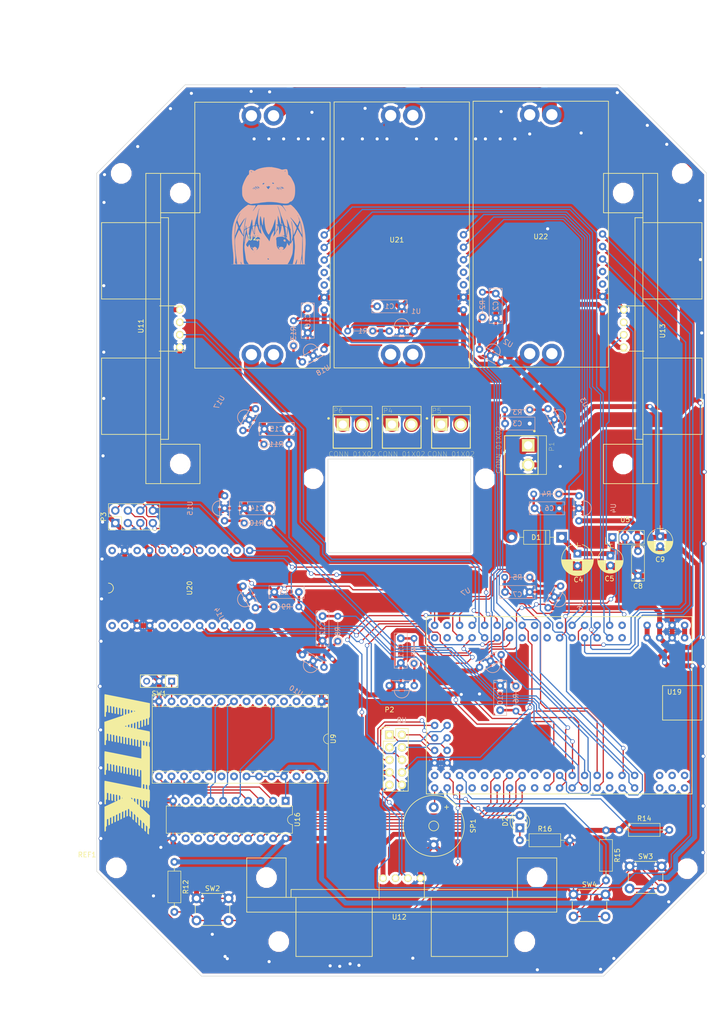
<source format=kicad_pcb>
(kicad_pcb (version 4) (host pcbnew 4.0.1-stable)
  (title_block (title "NTK robot") (date 2016-10-26))
  (layers (0 F.Cu signal) (31 B.Cu signal) (34 B.Paste user) (35 F.Paste user) (36 B.SilkS user) (37 F.SilkS user) (38 B.Mask user) (39 F.Mask user) (44 Edge.Cuts user))
  (net 0 "")
  (net 1 "Net-(C1-Pad1)")
  (net 2 GND)
  (net 3 "Net-(C2-Pad1)")
  (net 4 "Net-(C3-Pad1)")
  (net 5 "Net-(C4-Pad1)")
  (net 6 "Net-(C6-Pad1)")
  (net 7 "Net-(C7-Pad1)")
  (net 8 +5V)
  (net 9 "Net-(C10-Pad1)")
  (net 10 "Net-(C11-Pad1)")
  (net 11 "Net-(C12-Pad1)")
  (net 12 "Net-(C13-Pad1)")
  (net 13 "Net-(C14-Pad1)")
  (net 14 "Net-(C15-Pad1)")
  (net 15 "Net-(C16-Pad1)")
  (net 16 VSS)
  (net 17 "Net-(D2-Pad1)")
  (net 18 "Net-(D2-Pad2)")
  (net 19 "Net-(P2-Pad1)")
  (net 20 "Net-(P2-Pad2)")
  (net 21 "Net-(P2-Pad3)")
  (net 22 "Net-(P2-Pad4)")
  (net 23 "Net-(P2-Pad5)")
  (net 24 "Net-(P2-Pad6)")
  (net 25 "Net-(P2-Pad8)")
  (net 26 "Net-(P3-Pad2)")
  (net 27 "Net-(P3-Pad3)")
  (net 28 "Net-(P3-Pad4)")
  (net 29 "Net-(P3-Pad5)")
  (net 30 "Net-(P3-Pad6)")
  (net 31 "Net-(P3-Pad7)")
  (net 32 "Net-(P4-Pad1)")
  (net 33 "Net-(P4-Pad2)")
  (net 34 "Net-(P5-Pad1)")
  (net 35 "Net-(P5-Pad2)")
  (net 36 "Net-(P6-Pad1)")
  (net 37 "Net-(P6-Pad2)")
  (net 38 "Net-(R1-Pad1)")
  (net 39 "Net-(R2-Pad1)")
  (net 40 "Net-(R3-Pad1)")
  (net 41 "Net-(R4-Pad1)")
  (net 42 "Net-(R5-Pad1)")
  (net 43 "Net-(R6-Pad1)")
  (net 44 "Net-(R7-Pad1)")
  (net 45 "Net-(R8-Pad1)")
  (net 46 "Net-(R9-Pad1)")
  (net 47 "Net-(R10-Pad1)")
  (net 48 "Net-(R11-Pad1)")
  (net 49 "Net-(R12-Pad2)")
  (net 50 "Net-(R13-Pad1)")
  (net 51 "Net-(R14-Pad2)")
  (net 52 "Net-(R15-Pad2)")
  (net 53 "Net-(SP1-Pad1)")
  (net 54 "Net-(SW1-Pad1)")
  (net 55 "Net-(SW1-Pad3)")
  (net 56 "Net-(U16-Pad4)")
  (net 57 "Net-(U9-Pad2)")
  (net 58 "Net-(U16-Pad3)")
  (net 59 "Net-(U9-Pad3)")
  (net 60 "Net-(U16-Pad2)")
  (net 61 "Net-(U9-Pad4)")
  (net 62 "Net-(U9-Pad18)")
  (net 63 "Net-(U16-Pad5)")
  (net 64 "Net-(U9-Pad19)")
  (net 65 "Net-(U9-Pad6)")
  (net 66 "Net-(U9-Pad20)")
  (net 67 "Net-(U9-Pad7)")
  (net 68 "Net-(U9-Pad21)")
  (net 69 "Net-(U16-Pad6)")
  (net 70 "Net-(U16-Pad1)")
  (net 71 "Net-(U16-Pad7)")
  (net 72 "Net-(U9-Pad10)")
  (net 73 "Net-(U9-Pad11)")
  (net 74 "Net-(U9-Pad12)")
  (net 75 "Net-(U9-Pad26)")
  (net 76 "Net-(U9-Pad27)")
  (net 77 "Net-(U11-Pad2)")
  (net 78 "Net-(U11-Pad3)")
  (net 79 "Net-(U12-Pad2)")
  (net 80 "Net-(U12-Pad3)")
  (net 81 "Net-(U13-Pad2)")
  (net 82 "Net-(U13-Pad3)")
  (net 83 "Net-(U16-Pad12)")
  (net 84 "Net-(U16-Pad13)")
  (net 85 "Net-(U16-Pad14)")
  (net 86 "Net-(U16-Pad15)")
  (net 87 "Net-(U16-Pad16)")
  (net 88 "Net-(U16-Pad17)")
  (net 89 "Net-(U16-Pad8)")
  (net 90 "Net-(U16-Pad18)")
  (net 91 "Net-(U16-Pad9)")
  (net 92 "Net-(U16-Pad19)")
  (net 93 "Net-(U19-Pad1)")
  (net 94 "Net-(U19-Pad2)")
  (net 95 "Net-(U19-Pad3)")
  (net 96 "Net-(U19-Pad4)")
  (net 97 "Net-(U19-Pad5)")
  (net 98 "Net-(U19-Pad6)")
  (net 99 "Net-(U19-Pad7)")
  (net 100 "Net-(U19-Pad8)")
  (net 101 "Net-(U19-Pad9)")
  (net 102 "Net-(U19-Pad10)")
  (net 103 "Net-(U19-Pad11)")
  (net 104 "Net-(U19-Pad12)")
  (net 105 "Net-(U19-Pad13)")
  (net 106 "Net-(U19-Pad14)")
  (net 107 "Net-(U19-Pad15)")
  (net 108 "Net-(U19-Pad16)")
  (net 109 "Net-(U19-Pad18)")
  (net 110 "Net-(U19-Pad19)")
  (net 111 "Net-(U19-Pad20)")
  (net 112 "Net-(U19-Pad21)")
  (net 113 "Net-(U19-Pad28)")
  (net 114 "Net-(U19-Pad29)")
  (net 115 "Net-(U19-Pad30)")
  (net 116 "Net-(U19-Pad0)")
  (net 117 "Net-(U19-PadVin)")
  (net 118 "Net-(U19-Pad38)")
  (net 119 "Net-(U19-Pad39)")
  (net 120 "Net-(U19-Pad40)")
  (net 121 "Net-(U19-Pad41)")
  (net 122 "Net-(U19-PadA4)")
  (net 123 "Net-(U19-PadA5)")
  (net 124 "Net-(U19-PadA15)")
  (net 125 "Net-(U19-PadAREF)")
  (net 126 "Net-(U19-PadRST)")
  (net 127 "Net-(U20-Pad9)")
  (net 128 "Net-(U20-Pad8)")
  (net 129 "Net-(U20-Pad6)")
  (net 130 "Net-(U20-Pad4)")
  (net 131 "Net-(U20-Pad3)")
  (net 132 "Net-(U20-Pad2)")
  (net 133 "Net-(U20-Pad0)")
  (net 134 "Net-(U20-Pad1)")
  (net 135 "Net-(U20-PadRAW)")
  (net 136 "Net-(U20-PadRST)")
  (net 137 "Net-(U20-Pad15)")
  (net 138 "Net-(U20-Pad16)")
  (net 139 "Net-(U21-Pad2)")
  (net 140 "Net-(U21-Pad3)")
  (net 141 "Net-(U22-Pad2)")
  (net 142 "Net-(U22-Pad3)")
  (net 143 "Net-(U23-Pad2)")
  (net 144 "Net-(U23-Pad3)")
  (module Pin_Headers:Pin_Header_Straight_2x05 (layer F.Cu) (at 168.95 174.05)
    (fp_text reference P2 (at 0 -5.1) (layer F.SilkS))
    (fp_text value CONN_01X10)
    (pad 1 thru_hole rect (at 0 0) (size 1.7272 1.7272) (drill 1.016) (layers *.Cu *.Mask F.SilkS) (net 19 "Net-(P2-Pad1)"))
    (pad 2 thru_hole oval (at 2.54 0) (size 1.7272 1.7272) (drill 1.016) (layers *.Cu *.Mask F.SilkS) (net 20 "Net-(P2-Pad2)"))
    (pad 3 thru_hole oval (at 0 2.54) (size 1.7272 1.7272) (drill 1.016) (layers *.Cu *.Mask F.SilkS) (net 21 "Net-(P2-Pad3)"))
    (pad 4 thru_hole oval (at 2.54 2.54) (size 1.7272 1.7272) (drill 1.016) (layers *.Cu *.Mask F.SilkS) (net 22 "Net-(P2-Pad4)"))
    (pad 5 thru_hole oval (at 0 5.08) (size 1.7272 1.7272) (drill 1.016) (layers *.Cu *.Mask F.SilkS) (net 23 "Net-(P2-Pad5)"))
    (pad 6 thru_hole oval (at 2.54 5.08) (size 1.7272 1.7272) (drill 1.016) (layers *.Cu *.Mask F.SilkS) (net 24 "Net-(P2-Pad6)"))
    (pad 7 thru_hole oval (at 0 7.62) (size 1.7272 1.7272) (drill 1.016) (layers *.Cu *.Mask F.SilkS) (net 2 GND))
    (pad 8 thru_hole oval (at 2.54 7.62) (size 1.7272 1.7272) (drill 1.016) (layers *.Cu *.Mask F.SilkS) (net 25 "Net-(P2-Pad8)"))
    (pad 9 thru_hole oval (at 0 10.16) (size 1.7272 1.7272) (drill 1.016) (layers *.Cu *.Mask F.SilkS) (net 16 VSS))
    (pad 10 thru_hole oval (at 2.54 10.16) (size 1.7272 1.7272) (drill 1.016) (layers *.Cu *.Mask F.SilkS) (net 2 GND))
  )
  (module footprint:Pro_micro (layer F.Cu) (at 127.85 144.25 90)
    (fp_text reference U20 (at 0 0.5 90) (layer F.SilkS))
    (fp_text value Pro_micro)
    (pad 9 thru_hole circle (at -7.62 12.7 90) (size 1.524 1.524) (drill 0.762) (layers *.Cu *.Mask) (net 127 "Net-(U20-Pad9)"))
    (pad 10 thru_hole circle (at 7.62 12.7 90) (size 1.524 1.524) (drill 0.762) (layers *.Cu *.Mask) (net 111 "Net-(U19-Pad20)"))
    (pad 8 thru_hole circle (at -7.62 10.16 90) (size 1.524 1.524) (drill 0.762) (layers *.Cu *.Mask) (net 128 "Net-(U20-Pad8)"))
    (pad 7 thru_hole circle (at -7.62 7.62 90) (size 1.524 1.524) (drill 0.762) (layers *.Cu *.Mask) (net 110 "Net-(U19-Pad19)"))
    (pad 6 thru_hole circle (at -7.62 5.08 90) (size 1.524 1.524) (drill 0.762) (layers *.Cu *.Mask) (net 129 "Net-(U20-Pad6)"))
    (pad 5 thru_hole circle (at -7.62 2.54 90) (size 1.524 1.524) (drill 0.762) (layers *.Cu *.Mask) (net 109 "Net-(U19-Pad18)"))
    (pad 4 thru_hole circle (at -7.62 0 90) (size 1.524 1.524) (drill 0.762) (layers *.Cu *.Mask) (net 130 "Net-(U20-Pad4)"))
    (pad 3 thru_hole circle (at -7.62 -2.54 90) (size 1.524 1.524) (drill 0.762) (layers *.Cu *.Mask) (net 131 "Net-(U20-Pad3)"))
    (pad 2 thru_hole circle (at -7.62 -5.08 90) (size 1.524 1.524) (drill 0.762) (layers *.Cu *.Mask) (net 132 "Net-(U20-Pad2)"))
    (pad GND thru_hole circle (at -7.62 -7.62 90) (size 1.524 1.524) (drill 0.762) (layers *.Cu *.Mask) (net 2 GND))
    (pad GND thru_hole circle (at -7.62 -10.16 90) (size 1.524 1.524) (drill 0.762) (layers *.Cu *.Mask) (net 2 GND))
    (pad 0 thru_hole circle (at -7.62 -12.7 90) (size 1.524 1.524) (drill 0.762) (layers *.Cu *.Mask) (net 133 "Net-(U20-Pad0)"))
    (pad 1 thru_hole circle (at -7.62 -15.24 90) (size 1.524 1.524) (drill 0.762) (layers *.Cu *.Mask) (net 134 "Net-(U20-Pad1)"))
    (pad RAW thru_hole circle (at 7.62 -15.24 90) (size 1.524 1.524) (drill 0.762) (layers *.Cu *.Mask) (net 135 "Net-(U20-PadRAW)"))
    (pad RST thru_hole circle (at 7.62 -10.16 90) (size 1.524 1.524) (drill 0.762) (layers *.Cu *.Mask) (net 136 "Net-(U20-PadRST)"))
    (pad GND thru_hole circle (at 7.62 -12.7 90) (size 1.524 1.524) (drill 0.762) (layers *.Cu *.Mask) (net 2 GND))
    (pad Vcc thru_hole circle (at 7.62 -7.62 90) (size 1.524 1.524) (drill 0.762) (layers *.Cu *.Mask) (net 8 +5V))
    (pad 21 thru_hole circle (at 7.62 -5.08 90) (size 1.524 1.524) (drill 0.762) (layers *.Cu *.Mask) (net 29 "Net-(P3-Pad5)"))
    (pad 20 thru_hole circle (at 7.62 -2.54 90) (size 1.524 1.524) (drill 0.762) (layers *.Cu *.Mask) (net 28 "Net-(P3-Pad4)"))
    (pad 19 thru_hole circle (at 7.62 0 90) (size 1.524 1.524) (drill 0.762) (layers *.Cu *.Mask) (net 27 "Net-(P3-Pad3)"))
    (pad 18 thru_hole circle (at 7.62 2.54 90) (size 1.524 1.524) (drill 0.762) (layers *.Cu *.Mask) (net 26 "Net-(P3-Pad2)"))
    (pad 15 thru_hole circle (at 7.62 5.08 90) (size 1.524 1.524) (drill 0.762) (layers *.Cu *.Mask) (net 137 "Net-(U20-Pad15)"))
    (pad 14 thru_hole circle (at 7.62 7.62 90) (size 1.524 1.524) (drill 0.762) (layers *.Cu *.Mask) (net 112 "Net-(U19-Pad21)"))
    (pad 16 thru_hole circle (at 7.62 10.16 90) (size 1.524 1.524) (drill 0.762) (layers *.Cu *.Mask) (net 138 "Net-(U20-Pad16)"))
  )
  (module Mounting_Holes:MountingHole_3.2mm_M3 (layer F.Cu) (at 113.45 201.05)
    (fp_text reference REF1 (at -5.95 -2.65) (layer F.SilkS))
    (fp_text value MountingHole_3.2mm_M3)
    (pad 1 np_thru_hole circle (at 0 0) (size 3.2 3.2) (drill 3.2) (layers *.Cu *.Mask))
  )
  (module Mounting_Holes:MountingHole_3.2mm_M3 (layer F.Cu) (at 146.46 216.03)
    (fp_text reference REF3 hide)
    (fp_text value MountingHole_3.2mm_M3 hide)
    (pad 1 np_thru_hole circle (at 0 0) (size 3.2 3.2) (drill 3.2) (layers *.Cu *.Mask))
  )
  (module Mounting_Holes:MountingHole_3.2mm_M3 (layer F.Cu) (at 143.96 203.03)
    (fp_text reference REF2 hide)
    (fp_text value MountingHole_3.2mm_M3 hide)
    (pad 1 np_thru_hole circle (at 0 0) (size 3.2 3.2) (drill 3.2) (layers *.Cu *.Mask))
  )
  (module Mounting_Holes:MountingHole_3.2mm_M3 (layer F.Cu) (at 153.45 122.05)
    (fp_text reference REF14 hide)
    (fp_text value MountingHole_3.2mm_M3 hide)
    (pad 1 np_thru_hole circle (at 0 0) (size 3.2 3.2) (drill 3.2) (layers *.Cu *.Mask))
  )
  (module Mounting_Holes:MountingHole_3.2mm_M3 (layer F.Cu) (at 188.45 122.05)
    (fp_text reference REF13 hide)
    (fp_text value MountingHole_3.2mm_M3 hide)
    (pad 1 np_thru_hole circle (at 0 0) (size 3.2 3.2) (drill 3.2) (layers *.Cu *.Mask))
  )
  (module Mounting_Holes:MountingHole_3.2mm_M3 (layer F.Cu) (at 216.45 64.05)
    (fp_text reference REF11 hide)
    (fp_text value MountingHole_3.2mm_M3 hide)
    (pad 1 np_thru_hole circle (at 0 0) (size 3.2 3.2) (drill 3.2) (layers *.Cu *.Mask))
  )
  (module Mounting_Holes:MountingHole_3.2mm_M3 (layer F.Cu) (at 216.45 119.05)
    (fp_text reference REF12 hide)
    (fp_text value MountingHole_3.2mm_M3 hide)
    (pad 1 np_thru_hole circle (at 0 0) (size 3.2 3.2) (drill 3.2) (layers *.Cu *.Mask))
  )
  (module Mounting_Holes:MountingHole_3.2mm_M3 (layer F.Cu) (at 126.45 64.05)
    (fp_text reference REF8 hide)
    (fp_text value MountingHole_3.2mm_M3 hide)
    (pad 1 np_thru_hole circle (at 0 0) (size 3.2 3.2) (drill 3.2) (layers *.Cu *.Mask))
  )
  (module Mounting_Holes:MountingHole_3.2mm_M3 (layer F.Cu) (at 126.45 119.05)
    (fp_text reference REF7 hide)
    (fp_text value MountingHole_3.2mm_M3 hide)
    (pad 1 np_thru_hole circle (at 0 0) (size 3.2 3.2) (drill 3.2) (layers *.Cu *.Mask))
  )
  (module Mounting_Holes:MountingHole_3.2mm_M3 (layer F.Cu) (at 198.95 203.05)
    (fp_text reference REF5 hide)
    (fp_text value MountingHole_3.2mm_M3 hide)
    (pad 1 np_thru_hole circle (at 0 0) (size 3.2 3.2) (drill 3.2) (layers *.Cu *.Mask))
  )
  (module Mounting_Holes:MountingHole_3.2mm_M3 (layer F.Cu) (at 229.46 201.23)
    (fp_text reference REF6 hide)
    (fp_text value MountingHole_3.2mm_M3 hide)
    (pad 1 np_thru_hole circle (at 0 0) (size 3.2 3.2) (drill 3.2) (layers *.Cu *.Mask))
  )
  (module Mounting_Holes:MountingHole_3.2mm_M3 (layer F.Cu) (at 196.45 216.05)
    (fp_text reference REF4 hide)
    (fp_text value MountingHole_3.2mm_M3 hide)
    (pad 1 np_thru_hole circle (at 0 0) (size 3.2 3.2) (drill 3.2) (layers *.Cu *.Mask))
  )
  (module Mounting_Holes:MountingHole_3.2mm_M3 (layer F.Cu) (at 114.45 60.05)
    (fp_text reference REF9 hide)
    (fp_text value MountingHole_3.2mm_M3 hide)
    (pad 1 np_thru_hole circle (at 0 0) (size 3.2 3.2) (drill 3.2) (layers *.Cu *.Mask))
  )
  (module Mounting_Holes:MountingHole_3.2mm_M3 (layer F.Cu) (at 228.45 60.05)
    (fp_text reference REF10 hide)
    (fp_text value MountingHole_3.2mm_M3 hide)
    (pad 1 np_thru_hole circle (at 0 0) (size 3.2 3.2) (drill 3.2) (layers *.Cu *.Mask))
  )
  (module Capacitors_THT:CP_Radial_D6.3mm_P2.50mm (layer F.Cu) (at 207.15 137.25 270)
    (fp_text reference C4 (at 5.3 -0.2 360) (layer F.SilkS))
    (fp_text value 220u)
    (pad 1 thru_hole rect (at 0 0 270) (size 1.6 1.6) (drill 0.8) (layers *.Cu *.Mask) (net 5 "Net-(C4-Pad1)"))
    (pad 2 thru_hole circle (at 2.5 0 270) (size 1.6 1.6) (drill 0.8) (layers *.Cu *.Mask) (net 2 GND))
  )
  (module Capacitors_THT:CP_Radial_D5.0mm_P2.00mm (layer F.Cu) (at 213.85 137.65 270)
    (fp_text reference C5 (at 4.7 0.2 360) (layer F.SilkS))
    (fp_text value 22u)
    (pad 1 thru_hole rect (at 0 0 270) (size 1.6 1.6) (drill 0.8) (layers *.Cu *.Mask) (net 5 "Net-(C4-Pad1)"))
    (pad 2 thru_hole circle (at 2 0 270) (size 1.6 1.6) (drill 0.8) (layers *.Cu *.Mask) (net 2 GND))
  )
  (module Capacitors_THT:C_Rect_L7.0mm_W2.5mm_P5.00mm (layer F.Cu) (at 219.45 136.75 270)
    (fp_text reference C8 (at 7.1 0 360) (layer F.SilkS))
    (fp_text value 10u)
    (pad 1 thru_hole circle (at 0 0 270) (size 1.6 1.6) (drill 0.8) (layers *.Cu *.Mask) (net 8 +5V))
    (pad 2 thru_hole circle (at 5 0 270) (size 1.6 1.6) (drill 0.8) (layers *.Cu *.Mask) (net 2 GND))
  )
  (module Capacitors_THT:CP_Radial_D5.0mm_P2.00mm (layer F.Cu) (at 223.95 133.75 270)
    (fp_text reference C9 (at 4.7 0 360) (layer F.SilkS))
    (fp_text value 100u)
    (pad 1 thru_hole rect (at 0 0 270) (size 1.6 1.6) (drill 0.8) (layers *.Cu *.Mask) (net 8 +5V))
    (pad 2 thru_hole circle (at 2 0 270) (size 1.6 1.6) (drill 0.8) (layers *.Cu *.Mask) (net 2 GND))
  )
  (module Diodes_THT:D_DO-41_SOD81_P10.16mm_Horizontal (layer F.Cu) (at 203.95 133.95 180)
    (fp_text reference D1 (at 5.2 0 180) (layer F.SilkS))
    (fp_text value SB340LS)
    (pad 1 thru_hole rect (at 0 0 180) (size 2.2 2.2) (drill 1.1) (layers *.Cu *.Mask) (net 5 "Net-(C4-Pad1)"))
    (pad 2 thru_hole oval (at 10.16 0 180) (size 2.2 2.2) (drill 1.1) (layers *.Cu *.Mask) (net 16 VSS))
  )
  (module "B2P-VH_LF__SN_:JST_B2P-VH(LF)(SN)" (layer F.Cu) (at 197.15 117.25 270)
    (fp_text reference P1 (at -1.71 -4.76 270) (layer F.SilkS) (effects (font (thickness 0.05))))
    (fp_text value CONN_01X02 (at -1.075 5.99 270) (layer F.SilkS) (effects (font (thickness 0.05))))
    (pad 1 thru_hole rect (at -1.98 0 270) (size 2.55 2.55) (drill 1.7) (layers *.Cu *.Mask F.SilkS) (net 16 VSS))
    (pad 2 thru_hole circle (at 1.98 0 270) (size 2.55 2.55) (drill 1.7) (layers *.Cu *.Mask F.SilkS) (net 2 GND))
  )
  (module Pin_Headers:Pin_Header_Straight_1x03_Pitch2.54mm (layer F.Cu) (at 214.25 133.95 90)
    (fp_text reference U5 (at 3.6 2.6 180) (layer F.SilkS))
    (fp_text value OKI-78SR)
    (pad 1 thru_hole rect (at 0 0 90) (size 1.7 1.7) (drill 1) (layers *.Cu *.Mask) (net 5 "Net-(C4-Pad1)"))
    (pad 2 thru_hole oval (at 0 2.54 90) (size 1.7 1.7) (drill 1) (layers *.Cu *.Mask) (net 2 GND))
    (pad 3 thru_hole oval (at 0 5.08 90) (size 1.7 1.7) (drill 1) (layers *.Cu *.Mask) (net 8 +5V))
  )
  (module Buzzers_Beepers:Buzzer_12x9.5RM7.6 (layer F.Cu) (at 177.95 192.55 270)
    (fp_text reference SP1 (at 0 -8.001 270) (layer F.SilkS))
    (fp_text value Buzzer)
    (fp_text user + (at -3.81 -2.54 270) (layer F.SilkS))
    (pad 1 thru_hole circle (at -3.79984 0 270) (size 2 2) (drill 1.00076) (layers *.Cu *.Mask) (net 53 "Net-(SP1-Pad1)"))
    (pad 2 thru_hole circle (at 3.79984 0 270) (size 2 2) (drill 1.00076) (layers *.Cu *.Mask) (net 2 GND))
  )
  (module footprint:Arduino_MEGA_mini (layer F.Cu) (at 198.45 167.05 180)
    (fp_text reference U19 (at -28.4 1.7 180) (layer F.SilkS))
    (fp_text value Arduino.MEGA.mini)
    (pad 32 thru_hole circle (at 2.54 -17.78 180) (size 1.524 1.524) (drill 0.762) (layers *.Cu *.Mask) (net 92 "Net-(U16-Pad19)"))
    (pad 1 thru_hole circle (at -17.78 15.24 180) (size 1.524 1.524) (drill 0.762) (layers *.Cu *.Mask) (net 93 "Net-(U19-Pad1)"))
    (pad 2 thru_hole circle (at -15.24 12.7 180) (size 1.524 1.524) (drill 0.762) (layers *.Cu *.Mask) (net 94 "Net-(U19-Pad2)"))
    (pad 3 thru_hole circle (at -15.24 15.24 180) (size 1.524 1.524) (drill 0.762) (layers *.Cu *.Mask) (net 95 "Net-(U19-Pad3)"))
    (pad 4 thru_hole circle (at -12.7 12.7 180) (size 1.524 1.524) (drill 0.762) (layers *.Cu *.Mask) (net 96 "Net-(U19-Pad4)"))
    (pad 5 thru_hole circle (at -12.7 15.24 180) (size 1.524 1.524) (drill 0.762) (layers *.Cu *.Mask) (net 97 "Net-(U19-Pad5)"))
    (pad 6 thru_hole circle (at -10.16 12.7 180) (size 1.524 1.524) (drill 0.762) (layers *.Cu *.Mask) (net 98 "Net-(U19-Pad6)"))
    (pad 7 thru_hole circle (at -10.16 15.24 180) (size 1.524 1.524) (drill 0.762) (layers *.Cu *.Mask) (net 99 "Net-(U19-Pad7)"))
    (pad 8 thru_hole circle (at -7.62 12.7 180) (size 1.524 1.524) (drill 0.762) (layers *.Cu *.Mask) (net 100 "Net-(U19-Pad8)"))
    (pad 9 thru_hole circle (at -7.62 15.24 180) (size 1.524 1.524) (drill 0.762) (layers *.Cu *.Mask) (net 101 "Net-(U19-Pad9)"))
    (pad 10 thru_hole circle (at -5.08 12.7 180) (size 1.524 1.524) (drill 0.762) (layers *.Cu *.Mask) (net 102 "Net-(U19-Pad10)"))
    (pad 11 thru_hole circle (at -5.08 15.24 180) (size 1.524 1.524) (drill 0.762) (layers *.Cu *.Mask) (net 103 "Net-(U19-Pad11)"))
    (pad 12 thru_hole circle (at -2.54 12.7 180) (size 1.524 1.524) (drill 0.762) (layers *.Cu *.Mask) (net 104 "Net-(U19-Pad12)"))
    (pad 13 thru_hole circle (at -2.54 15.24 180) (size 1.524 1.524) (drill 0.762) (layers *.Cu *.Mask) (net 105 "Net-(U19-Pad13)"))
    (pad 14 thru_hole circle (at 0 12.7 180) (size 1.524 1.524) (drill 0.762) (layers *.Cu *.Mask) (net 106 "Net-(U19-Pad14)"))
    (pad 15 thru_hole circle (at 0 15.24 180) (size 1.524 1.524) (drill 0.762) (layers *.Cu *.Mask) (net 107 "Net-(U19-Pad15)"))
    (pad 16 thru_hole circle (at 2.54 12.7 180) (size 1.524 1.524) (drill 0.762) (layers *.Cu *.Mask) (net 108 "Net-(U19-Pad16)"))
    (pad 17 thru_hole circle (at 2.54 15.24 180) (size 1.524 1.524) (drill 0.762) (layers *.Cu *.Mask) (net 25 "Net-(P2-Pad8)"))
    (pad 18 thru_hole circle (at 5.08 12.7 180) (size 1.524 1.524) (drill 0.762) (layers *.Cu *.Mask) (net 109 "Net-(U19-Pad18)"))
    (pad 19 thru_hole circle (at 5.08 15.24 180) (size 1.524 1.524) (drill 0.762) (layers *.Cu *.Mask) (net 110 "Net-(U19-Pad19)"))
    (pad 20 thru_hole circle (at 7.62 12.7 180) (size 1.524 1.524) (drill 0.762) (layers *.Cu *.Mask) (net 111 "Net-(U19-Pad20)"))
    (pad 21 thru_hole circle (at 7.62 15.24 180) (size 1.524 1.524) (drill 0.762) (layers *.Cu *.Mask) (net 112 "Net-(U19-Pad21)"))
    (pad 22 thru_hole circle (at 10.16 12.7 180) (size 1.524 1.524) (drill 0.762) (layers *.Cu *.Mask) (net 78 "Net-(U11-Pad3)"))
    (pad 23 thru_hole circle (at 10.16 15.24 180) (size 1.524 1.524) (drill 0.762) (layers *.Cu *.Mask) (net 77 "Net-(U11-Pad2)"))
    (pad 24 thru_hole circle (at 12.7 12.7 180) (size 1.524 1.524) (drill 0.762) (layers *.Cu *.Mask) (net 80 "Net-(U12-Pad3)"))
    (pad 25 thru_hole circle (at 12.7 15.24 180) (size 1.524 1.524) (drill 0.762) (layers *.Cu *.Mask) (net 79 "Net-(U12-Pad2)"))
    (pad 26 thru_hole circle (at 15.24 12.7 180) (size 1.524 1.524) (drill 0.762) (layers *.Cu *.Mask) (net 82 "Net-(U13-Pad3)"))
    (pad 27 thru_hole circle (at 15.24 15.24 180) (size 1.524 1.524) (drill 0.762) (layers *.Cu *.Mask) (net 81 "Net-(U13-Pad2)"))
    (pad 28 thru_hole circle (at 17.78 12.7 180) (size 1.524 1.524) (drill 0.762) (layers *.Cu *.Mask) (net 113 "Net-(U19-Pad28)"))
    (pad 29 thru_hole circle (at 17.78 15.24 180) (size 1.524 1.524) (drill 0.762) (layers *.Cu *.Mask) (net 114 "Net-(U19-Pad29)"))
    (pad 30 thru_hole circle (at 20.32 12.7 180) (size 1.524 1.524) (drill 0.762) (layers *.Cu *.Mask) (net 115 "Net-(U19-Pad30)"))
    (pad 31 thru_hole circle (at 20.32 15.24 180) (size 1.524 1.524) (drill 0.762) (layers *.Cu *.Mask) (net 31 "Net-(P3-Pad7)"))
    (pad 0 thru_hole circle (at -17.78 12.7 180) (size 1.524 1.524) (drill 0.762) (layers *.Cu *.Mask) (net 116 "Net-(U19-Pad0)"))
    (pad 3V3 thru_hole circle (at -22.86 12.7 180) (size 1.524 1.524) (drill 0.762) (layers *.Cu *.Mask) (net 70 "Net-(U16-Pad1)"))
    (pad 3V3 thru_hole circle (at -22.86 15.24 180) (size 1.524 1.524) (drill 0.762) (layers *.Cu *.Mask) (net 70 "Net-(U16-Pad1)"))
    (pad Vcc thru_hole circle (at -25.4 12.7 180) (size 1.524 1.524) (drill 0.762) (layers *.Cu *.Mask) (net 8 +5V))
    (pad Vcc thru_hole circle (at -25.4 15.24 180) (size 1.524 1.524) (drill 0.762) (layers *.Cu *.Mask) (net 8 +5V))
    (pad GND thru_hole circle (at -27.94 12.7 180) (size 1.524 1.524) (drill 0.762) (layers *.Cu *.Mask) (net 2 GND))
    (pad GND thru_hole circle (at -27.94 15.24 180) (size 1.524 1.524) (drill 0.762) (layers *.Cu *.Mask) (net 2 GND))
    (pad Vin thru_hole circle (at -30.48 15.24 180) (size 1.524 1.524) (drill 0.762) (layers *.Cu *.Mask) (net 117 "Net-(U19-PadVin)"))
    (pad Vin thru_hole circle (at -30.48 12.7 180) (size 1.524 1.524) (drill 0.762) (layers *.Cu *.Mask) (net 117 "Net-(U19-PadVin)"))
    (pad 52 thru_hole circle (at 20.32 -5.08 180) (size 1.524 1.524) (drill 0.762) (layers *.Cu *.Mask) (net 24 "Net-(P2-Pad6)"))
    (pad 53 thru_hole circle (at 17.78 -5.08 180) (size 1.524 1.524) (drill 0.762) (layers *.Cu *.Mask) (net 21 "Net-(P2-Pad3)"))
    (pad 48 thru_hole circle (at 20.32 -10.16 180) (size 1.524 1.524) (drill 0.762) (layers *.Cu *.Mask) (net 19 "Net-(P2-Pad1)"))
    (pad 50 thru_hole circle (at 20.32 -7.62 180) (size 1.524 1.524) (drill 0.762) (layers *.Cu *.Mask) (net 23 "Net-(P2-Pad5)"))
    (pad 49 thru_hole circle (at 17.78 -10.16 180) (size 1.524 1.524) (drill 0.762) (layers *.Cu *.Mask) (net 20 "Net-(P2-Pad2)"))
    (pad 51 thru_hole circle (at 17.78 -7.62 180) (size 1.524 1.524) (drill 0.762) (layers *.Cu *.Mask) (net 22 "Net-(P2-Pad4)"))
    (pad 33 thru_hole circle (at 2.54 -15.24 180) (size 1.524 1.524) (drill 0.762) (layers *.Cu *.Mask) (net 90 "Net-(U16-Pad18)"))
    (pad 34 thru_hole circle (at 5.08 -17.78 180) (size 1.524 1.524) (drill 0.762) (layers *.Cu *.Mask) (net 88 "Net-(U16-Pad17)"))
    (pad 35 thru_hole circle (at 5.08 -15.24 180) (size 1.524 1.524) (drill 0.762) (layers *.Cu *.Mask) (net 87 "Net-(U16-Pad16)"))
    (pad 36 thru_hole circle (at 7.62 -17.78 180) (size 1.524 1.524) (drill 0.762) (layers *.Cu *.Mask) (net 86 "Net-(U16-Pad15)"))
    (pad 37 thru_hole circle (at 7.62 -15.24 180) (size 1.524 1.524) (drill 0.762) (layers *.Cu *.Mask) (net 85 "Net-(U16-Pad14)"))
    (pad 38 thru_hole circle (at 10.16 -17.78 180) (size 1.524 1.524) (drill 0.762) (layers *.Cu *.Mask) (net 118 "Net-(U19-Pad38)"))
    (pad 39 thru_hole circle (at 10.16 -15.24 180) (size 1.524 1.524) (drill 0.762) (layers *.Cu *.Mask) (net 119 "Net-(U19-Pad39)"))
    (pad 40 thru_hole circle (at 12.7 -17.78 180) (size 1.524 1.524) (drill 0.762) (layers *.Cu *.Mask) (net 120 "Net-(U19-Pad40)"))
    (pad 41 thru_hole circle (at 12.7 -15.24 180) (size 1.524 1.524) (drill 0.762) (layers *.Cu *.Mask) (net 121 "Net-(U19-Pad41)"))
    (pad 42 thru_hole circle (at 15.24 -17.78 180) (size 1.524 1.524) (drill 0.762) (layers *.Cu *.Mask) (net 49 "Net-(R12-Pad2)"))
    (pad 43 thru_hole circle (at 15.24 -15.24 180) (size 1.524 1.524) (drill 0.762) (layers *.Cu *.Mask) (net 51 "Net-(R14-Pad2)"))
    (pad 44 thru_hole circle (at 17.78 -17.78 180) (size 1.524 1.524) (drill 0.762) (layers *.Cu *.Mask) (net 52 "Net-(R15-Pad2)"))
    (pad 45 thru_hole circle (at 17.78 -15.24 180) (size 1.524 1.524) (drill 0.762) (layers *.Cu *.Mask) (net 18 "Net-(D2-Pad2)"))
    (pad 46 thru_hole circle (at 20.32 -17.78 180) (size 1.524 1.524) (drill 0.762) (layers *.Cu *.Mask) (net 53 "Net-(SP1-Pad1)"))
    (pad 47 thru_hole circle (at 20.32 -15.24 180) (size 1.524 1.524) (drill 0.762) (layers *.Cu *.Mask))
    (pad A0 thru_hole circle (at -20.32 -17.78 180) (size 1.524 1.524) (drill 0.762) (layers *.Cu *.Mask) (net 1 "Net-(C1-Pad1)"))
    (pad A1 thru_hole circle (at -20.32 -15.24 180) (size 1.524 1.524) (drill 0.762) (layers *.Cu *.Mask) (net 3 "Net-(C2-Pad1)"))
    (pad A2 thru_hole circle (at -17.78 -17.78 180) (size 1.524 1.524) (drill 0.762) (layers *.Cu *.Mask) (net 4 "Net-(C3-Pad1)"))
    (pad A3 thru_hole circle (at -17.78 -15.24 180) (size 1.524 1.524) (drill 0.762) (layers *.Cu *.Mask) (net 6 "Net-(C6-Pad1)"))
    (pad A4 thru_hole circle (at -15.24 -17.78 180) (size 1.524 1.524) (drill 0.762) (layers *.Cu *.Mask) (net 122 "Net-(U19-PadA4)"))
    (pad A5 thru_hole circle (at -15.24 -15.24 180) (size 1.524 1.524) (drill 0.762) (layers *.Cu *.Mask) (net 123 "Net-(U19-PadA5)"))
    (pad A6 thru_hole circle (at -12.7 -17.78 180) (size 1.524 1.524) (drill 0.762) (layers *.Cu *.Mask) (net 7 "Net-(C7-Pad1)"))
    (pad A7 thru_hole circle (at -12.7 -15.24 180) (size 1.524 1.524) (drill 0.762) (layers *.Cu *.Mask) (net 9 "Net-(C10-Pad1)"))
    (pad A8 thru_hole circle (at -10.16 -17.78 180) (size 1.524 1.524) (drill 0.762) (layers *.Cu *.Mask) (net 10 "Net-(C11-Pad1)"))
    (pad A9 thru_hole circle (at -10.16 -15.24 180) (size 1.524 1.524) (drill 0.762) (layers *.Cu *.Mask) (net 11 "Net-(C12-Pad1)"))
    (pad A10 thru_hole circle (at -7.62 -17.78 180) (size 1.524 1.524) (drill 0.762) (layers *.Cu *.Mask) (net 12 "Net-(C13-Pad1)"))
    (pad A11 thru_hole circle (at -7.62 -15.24 180) (size 1.524 1.524) (drill 0.762) (layers *.Cu *.Mask) (net 13 "Net-(C14-Pad1)"))
    (pad A12 thru_hole circle (at -5.08 -17.78 180) (size 1.524 1.524) (drill 0.762) (layers *.Cu *.Mask) (net 14 "Net-(C15-Pad1)"))
    (pad A13 thru_hole circle (at -5.08 -15.24 180) (size 1.524 1.524) (drill 0.762) (layers *.Cu *.Mask) (net 15 "Net-(C16-Pad1)"))
    (pad A14 thru_hole circle (at -2.54 -17.78 180) (size 1.524 1.524) (drill 0.762) (layers *.Cu *.Mask) (net 30 "Net-(P3-Pad6)"))
    (pad A15 thru_hole circle (at -2.54 -15.24 180) (size 1.524 1.524) (drill 0.762) (layers *.Cu *.Mask) (net 124 "Net-(U19-PadA15)"))
    (pad "" thru_hole circle (at -25.4 -17.78 180) (size 1.524 1.524) (drill 0.762) (layers *.Cu *.Mask))
    (pad "" thru_hole circle (at -25.4 -15.24 180) (size 1.524 1.524) (drill 0.762) (layers *.Cu *.Mask))
    (pad "" thru_hole circle (at -27.94 -17.78 180) (size 1.524 1.524) (drill 0.762) (layers *.Cu *.Mask))
    (pad "" thru_hole circle (at -27.94 -15.24 180) (size 1.524 1.524) (drill 0.762) (layers *.Cu *.Mask))
    (pad "" thru_hole circle (at -30.48 -17.78 180) (size 1.524 1.524) (drill 0.762) (layers *.Cu *.Mask))
    (pad "" thru_hole circle (at -30.48 -15.24 180) (size 1.524 1.524) (drill 0.762) (layers *.Cu *.Mask))
    (pad GND thru_hole circle (at 20.32 -12.7 180) (size 1.524 1.524) (drill 0.762) (layers *.Cu *.Mask) (net 2 GND))
    (pad GND thru_hole circle (at 17.78 -12.7 180) (size 1.524 1.524) (drill 0.762) (layers *.Cu *.Mask) (net 2 GND))
    (pad AREF thru_hole circle (at 0 -17.78 180) (size 1.524 1.524) (drill 0.762) (layers *.Cu *.Mask) (net 125 "Net-(U19-PadAREF)"))
    (pad RST thru_hole circle (at 0 -15.24 180) (size 1.524 1.524) (drill 0.762) (layers *.Cu *.Mask) (net 126 "Net-(U19-PadRST)"))
  )
  (module footprint:VNH2SP30 (layer F.Cu) (at 143.15 74.6 180)
    (fp_text reference U23 (at 1.5 1.5 180) (layer F.SilkS))
    (fp_text value VNH2SP30)
    (pad 8 thru_hole circle (at 2.25 26.25 180) (size 4 4) (drill 2.3) (layers *.Cu *.Mask) (net 2 GND))
    (pad 7 thru_hole circle (at -2.25 26.25 180) (size 4 4) (drill 2.3) (layers *.Cu *.Mask) (net 16 VSS))
    (pad 10 thru_hole circle (at -2.25 -22.25 180) (size 4 4) (drill 2.3) (layers *.Cu *.Mask) (net 37 "Net-(P6-Pad2)"))
    (pad 9 thru_hole circle (at 2.25 -22.25 180) (size 4 4) (drill 2.3) (layers *.Cu *.Mask) (net 36 "Net-(P6-Pad1)"))
    (pad 0 thru_hole circle (at -12.55 -13.2 180) (size 1.524 1.524) (drill 0.762) (layers *.Cu *.Mask) (net 8 +5V))
    (pad 1 thru_hole circle (at -12.55 -10.66 180) (size 1.524 1.524) (drill 0.762) (layers *.Cu *.Mask) (net 2 GND))
    (pad 2 thru_hole circle (at -12.55 -8.12 180) (size 1.524 1.524) (drill 0.762) (layers *.Cu *.Mask) (net 143 "Net-(U23-Pad2)"))
    (pad 3 thru_hole circle (at -12.55 -5.58 180) (size 1.524 1.524) (drill 0.762) (layers *.Cu *.Mask) (net 144 "Net-(U23-Pad3)"))
    (pad 4 thru_hole circle (at -12.55 -3.04 180) (size 1.524 1.524) (drill 0.762) (layers *.Cu *.Mask) (net 96 "Net-(U19-Pad4)"))
    (pad 5 thru_hole circle (at -12.55 -0.5 180) (size 1.524 1.524) (drill 0.762) (layers *.Cu *.Mask) (net 94 "Net-(U19-Pad2)"))
    (pad 6 thru_hole circle (at -12.55 2.04 180) (size 1.524 1.524) (drill 0.762) (layers *.Cu *.Mask) (net 95 "Net-(U19-Pad3)"))
  )
  (module Capacitors_THT:C_Rect_L7.0mm_W2.5mm_P5.00mm (layer B.Cu) (at 166.45 87.05)
    (fp_text reference C1 (at 2.5 0) (layer B.SilkS) (effects (justify mirror)))
    (fp_text value 0.22u)
    (pad 1 thru_hole circle (at 0 0) (size 1.6 1.6) (drill 0.8) (layers *.Cu *.Mask) (net 1 "Net-(C1-Pad1)"))
    (pad 2 thru_hole circle (at 5 0) (size 1.6 1.6) (drill 0.8) (layers *.Cu *.Mask) (net 2 GND))
  )
  (module Capacitors_THT:C_Rect_L7.0mm_W2.5mm_P5.00mm (layer B.Cu) (at 190.55 84.45 270)
    (fp_text reference C2 (at 2.5 0 270) (layer B.SilkS) (effects (justify mirror)))
    (fp_text value 0.22u)
    (pad 1 thru_hole circle (at 0 0 270) (size 1.6 1.6) (drill 0.8) (layers *.Cu *.Mask) (net 3 "Net-(C2-Pad1)"))
    (pad 2 thru_hole circle (at 5 0 270) (size 1.6 1.6) (drill 0.8) (layers *.Cu *.Mask) (net 2 GND))
  )
  (module Capacitors_THT:C_Rect_L7.0mm_W2.5mm_P5.00mm (layer B.Cu) (at 192.45 110.85)
    (fp_text reference C3 (at 2.5 0 180) (layer B.SilkS) (effects (justify mirror)))
    (fp_text value 0.22u)
    (pad 1 thru_hole circle (at 0 0) (size 1.6 1.6) (drill 0.8) (layers *.Cu *.Mask) (net 4 "Net-(C3-Pad1)"))
    (pad 2 thru_hole circle (at 5 0) (size 1.6 1.6) (drill 0.8) (layers *.Cu *.Mask) (net 2 GND))
  )
  (module Capacitors_THT:C_Rect_L7.0mm_W2.5mm_P5.00mm (layer B.Cu) (at 198.45 128.05)
    (fp_text reference C6 (at 3 0) (layer B.SilkS) (effects (justify mirror)))
    (fp_text value 0.22u)
    (pad 1 thru_hole circle (at 0 0) (size 1.6 1.6) (drill 0.8) (layers *.Cu *.Mask) (net 6 "Net-(C6-Pad1)"))
    (pad 2 thru_hole circle (at 5 0) (size 1.6 1.6) (drill 0.8) (layers *.Cu *.Mask) (net 2 GND))
  )
  (module Capacitors_THT:C_Rect_L7.0mm_W2.5mm_P5.00mm (layer B.Cu) (at 192.45 145.05)
    (fp_text reference C7 (at 2.5 0.5) (layer B.SilkS) (effects (justify mirror)))
    (fp_text value 0.22u)
    (pad 1 thru_hole circle (at 0 0) (size 1.6 1.6) (drill 0.8) (layers *.Cu *.Mask) (net 7 "Net-(C7-Pad1)"))
    (pad 2 thru_hole circle (at 5 0) (size 1.6 1.6) (drill 0.8) (layers *.Cu *.Mask) (net 2 GND))
  )
  (module Capacitors_THT:C_Rect_L7.0mm_W2.5mm_P5.00mm (layer B.Cu) (at 191.45 169.05 90)
    (fp_text reference C10 (at 2.5 0 90) (layer B.SilkS) (effects (justify mirror)))
    (fp_text value 0.22u)
    (pad 1 thru_hole circle (at 0 0 90) (size 1.6 1.6) (drill 0.8) (layers *.Cu *.Mask) (net 9 "Net-(C10-Pad1)"))
    (pad 2 thru_hole circle (at 5 0 90) (size 1.6 1.6) (drill 0.8) (layers *.Cu *.Mask) (net 2 GND))
  )
  (module Capacitors_THT:C_Rect_L7.0mm_W2.5mm_P5.00mm (layer B.Cu) (at 171.25 154.45 270)
    (fp_text reference C11 (at 2.5 0 270) (layer B.SilkS) (effects (justify mirror)))
    (fp_text value 0.22u)
    (pad 1 thru_hole circle (at 0 0 270) (size 1.6 1.6) (drill 0.8) (layers *.Cu *.Mask) (net 10 "Net-(C11-Pad1)"))
    (pad 2 thru_hole circle (at 5 0 270) (size 1.6 1.6) (drill 0.8) (layers *.Cu *.Mask) (net 2 GND))
  )
  (module Capacitors_THT:C_Rect_L7.0mm_W2.5mm_P5.00mm (layer B.Cu) (at 155.35 149.95 270)
    (fp_text reference C12 (at 2.5 0 450) (layer B.SilkS) (effects (justify mirror)))
    (fp_text value 0.22u)
    (pad 1 thru_hole circle (at 0 0 270) (size 1.6 1.6) (drill 0.8) (layers *.Cu *.Mask) (net 11 "Net-(C12-Pad1)"))
    (pad 2 thru_hole circle (at 5 0 270) (size 1.6 1.6) (drill 0.8) (layers *.Cu *.Mask) (net 2 GND))
  )
  (module Capacitors_THT:C_Rect_L7.0mm_W2.5mm_P5.00mm (layer B.Cu) (at 150.55 145.05 180)
    (fp_text reference C13 (at 2.5 0 180) (layer B.SilkS) (effects (justify mirror)))
    (fp_text value 0.22u)
    (pad 1 thru_hole circle (at 0 0 180) (size 1.6 1.6) (drill 0.8) (layers *.Cu *.Mask) (net 12 "Net-(C13-Pad1)"))
    (pad 2 thru_hole circle (at 5 0 180) (size 1.6 1.6) (drill 0.8) (layers *.Cu *.Mask) (net 2 GND))
  )
  (module Capacitors_THT:C_Rect_L7.0mm_W2.5mm_P5.00mm (layer B.Cu) (at 144.55 128.05 180)
    (fp_text reference C14 (at 2.5 0 180) (layer B.SilkS) (effects (justify mirror)))
    (fp_text value 0.22u)
    (pad 1 thru_hole circle (at 0 0 180) (size 1.6 1.6) (drill 0.8) (layers *.Cu *.Mask) (net 13 "Net-(C14-Pad1)"))
    (pad 2 thru_hole circle (at 5 0 180) (size 1.6 1.6) (drill 0.8) (layers *.Cu *.Mask) (net 2 GND))
  )
  (module Capacitors_THT:C_Rect_L7.0mm_W2.5mm_P5.00mm (layer B.Cu) (at 148.55 111.95 180)
    (fp_text reference C15 (at 2.5 0 180) (layer B.SilkS) (effects (justify mirror)))
    (fp_text value 0.22u)
    (pad 1 thru_hole circle (at 0 0 180) (size 1.6 1.6) (drill 0.8) (layers *.Cu *.Mask) (net 14 "Net-(C15-Pad1)"))
    (pad 2 thru_hole circle (at 5 0 180) (size 1.6 1.6) (drill 0.8) (layers *.Cu *.Mask) (net 2 GND))
  )
  (module Capacitors_THT:C_Rect_L7.0mm_W2.5mm_P5.00mm (layer B.Cu) (at 152.35 87.45 270)
    (fp_text reference C16 (at 2.5 0 270) (layer B.SilkS) (effects (justify mirror)))
    (fp_text value 0.22u)
    (pad 1 thru_hole circle (at 0 0 270) (size 1.6 1.6) (drill 0.8) (layers *.Cu *.Mask) (net 15 "Net-(C16-Pad1)"))
    (pad 2 thru_hole circle (at 5 0 270) (size 1.6 1.6) (drill 0.8) (layers *.Cu *.Mask) (net 2 GND))
  )
  (module LEDs:LED_D3.0mm (layer F.Cu) (at 195.45 192.95 90)
    (fp_text reference D2 (at 1.27 -2.96 90) (layer F.SilkS))
    (fp_text value LED)
    (pad 1 thru_hole rect (at 0 0 90) (size 1.8 1.8) (drill 0.9) (layers *.Cu *.Mask) (net 17 "Net-(D2-Pad1)"))
    (pad 2 thru_hole circle (at 2.54 0 90) (size 1.8 1.8) (drill 0.9) (layers *.Cu *.Mask) (net 18 "Net-(D2-Pad2)"))
  )
  (module Pin_Headers:Pin_Header_Straight_2x04_Pitch2.54mm (layer F.Cu) (at 113.25 131.05 90)
    (fp_text reference P3 (at 1.27 -2.39 90) (layer F.SilkS))
    (fp_text value CONN_01X08)
    (pad 1 thru_hole rect (at 0 0 90) (size 1.7 1.7) (drill 1) (layers *.Cu *.Mask) (net 8 +5V))
    (pad 2 thru_hole oval (at 2.54 0 90) (size 1.7 1.7) (drill 1) (layers *.Cu *.Mask) (net 26 "Net-(P3-Pad2)"))
    (pad 3 thru_hole oval (at 0 2.54 90) (size 1.7 1.7) (drill 1) (layers *.Cu *.Mask) (net 27 "Net-(P3-Pad3)"))
    (pad 4 thru_hole oval (at 2.54 2.54 90) (size 1.7 1.7) (drill 1) (layers *.Cu *.Mask) (net 28 "Net-(P3-Pad4)"))
    (pad 5 thru_hole oval (at 0 5.08 90) (size 1.7 1.7) (drill 1) (layers *.Cu *.Mask) (net 29 "Net-(P3-Pad5)"))
    (pad 6 thru_hole oval (at 2.54 5.08 90) (size 1.7 1.7) (drill 1) (layers *.Cu *.Mask) (net 30 "Net-(P3-Pad6)"))
    (pad 7 thru_hole oval (at 0 7.62 90) (size 1.7 1.7) (drill 1) (layers *.Cu *.Mask) (net 31 "Net-(P3-Pad7)"))
    (pad 8 thru_hole oval (at 2.54 7.62 90) (size 1.7 1.7) (drill 1) (layers *.Cu *.Mask) (net 2 GND))
  )
  (module "B2P-VH_LF__SN_:JST_B2P-VH(LF)(SN)" (layer F.Cu) (at 171.45 111.05)
    (fp_text reference P4 (at -2.8 -2.8) (layer F.SilkS) (effects (font (thickness 0.05))))
    (fp_text value CONN_01X02 (at -0.05 6) (layer F.SilkS) (effects (font (thickness 0.05))))
    (pad 1 thru_hole rect (at -1.98 0) (size 2.55 2.55) (drill 1.7) (layers *.Cu *.Mask F.SilkS) (net 32 "Net-(P4-Pad1)"))
    (pad 2 thru_hole circle (at 1.98 0) (size 2.55 2.55) (drill 1.7) (layers *.Cu *.Mask F.SilkS) (net 33 "Net-(P4-Pad2)"))
  )
  (module "B2P-VH_LF__SN_:JST_B2P-VH(LF)(SN)" (layer F.Cu) (at 181.45 111.05)
    (fp_text reference P5 (at -2.9 -2.8) (layer F.SilkS) (effects (font (thickness 0.05))))
    (fp_text value CONN_01X02 (at 0 6) (layer F.SilkS) (effects (font (thickness 0.05))))
    (pad 1 thru_hole rect (at -1.98 0) (size 2.55 2.55) (drill 1.7) (layers *.Cu *.Mask F.SilkS) (net 34 "Net-(P5-Pad1)"))
    (pad 2 thru_hole circle (at 1.98 0) (size 2.55 2.55) (drill 1.7) (layers *.Cu *.Mask F.SilkS) (net 35 "Net-(P5-Pad2)"))
  )
  (module "B2P-VH_LF__SN_:JST_B2P-VH(LF)(SN)" (layer F.Cu) (at 161.45 111.05)
    (fp_text reference P6 (at -2.9 -2.85) (layer F.SilkS) (effects (font (thickness 0.05))))
    (fp_text value CONN_01X02 (at -0.05 6) (layer F.SilkS) (effects (font (thickness 0.05))))
    (pad 1 thru_hole rect (at -1.98 0) (size 2.55 2.55) (drill 1.7) (layers *.Cu *.Mask F.SilkS) (net 36 "Net-(P6-Pad1)"))
    (pad 2 thru_hole circle (at 1.98 0) (size 2.55 2.55) (drill 1.7) (layers *.Cu *.Mask F.SilkS) (net 37 "Net-(P6-Pad2)"))
  )
  (module Resistors_THT:R_Axial_DIN0204_L3.6mm_D1.6mm_P5.08mm_Vertical (layer B.Cu) (at 165.55 92.05 180)
    (fp_text reference R1 (at 2 0 180) (layer B.SilkS) (effects (justify mirror)))
    (fp_text value 10k)
    (pad 1 thru_hole circle (at 0 0 180) (size 1.4 1.4) (drill 0.7) (layers *.Cu *.Mask) (net 38 "Net-(R1-Pad1)"))
    (pad 2 thru_hole oval (at 5.08 0 180) (size 1.4 1.4) (drill 0.7) (layers *.Cu *.Mask) (net 1 "Net-(C1-Pad1)"))
  )
  (module Resistors_THT:R_Axial_DIN0204_L3.6mm_D1.6mm_P5.08mm_Vertical (layer B.Cu) (at 187.85 89.25 90)
    (fp_text reference R2 (at 2.5 0 90) (layer B.SilkS) (effects (justify mirror)))
    (fp_text value 10k)
    (pad 1 thru_hole circle (at 0 0 90) (size 1.4 1.4) (drill 0.7) (layers *.Cu *.Mask) (net 39 "Net-(R2-Pad1)"))
    (pad 2 thru_hole oval (at 5.08 0 90) (size 1.4 1.4) (drill 0.7) (layers *.Cu *.Mask) (net 3 "Net-(C2-Pad1)"))
  )
  (module Resistors_THT:R_Axial_DIN0204_L3.6mm_D1.6mm_P5.08mm_Vertical (layer B.Cu) (at 197.45 108.05 180)
    (fp_text reference R3 (at 2.5 -0.5 180) (layer B.SilkS) (effects (justify mirror)))
    (fp_text value 10k)
    (pad 1 thru_hole circle (at 0 0 180) (size 1.4 1.4) (drill 0.7) (layers *.Cu *.Mask) (net 40 "Net-(R3-Pad1)"))
    (pad 2 thru_hole oval (at 5.08 0 180) (size 1.4 1.4) (drill 0.7) (layers *.Cu *.Mask) (net 4 "Net-(C3-Pad1)"))
  )
  (module Resistors_THT:R_Axial_DIN0204_L3.6mm_D1.6mm_P5.08mm_Vertical (layer B.Cu) (at 203.35 125.15 180)
    (fp_text reference R4 (at 2.5 0 180) (layer B.SilkS) (effects (justify mirror)))
    (fp_text value 10k)
    (pad 1 thru_hole circle (at 0 0 180) (size 1.4 1.4) (drill 0.7) (layers *.Cu *.Mask) (net 41 "Net-(R4-Pad1)"))
    (pad 2 thru_hole oval (at 5.08 0 180) (size 1.4 1.4) (drill 0.7) (layers *.Cu *.Mask) (net 6 "Net-(C6-Pad1)"))
  )
  (module Resistors_THT:R_Axial_DIN0204_L3.6mm_D1.6mm_P5.08mm_Vertical (layer B.Cu) (at 197.45 142.05 180)
    (fp_text reference R5 (at 2.5 0 180) (layer B.SilkS) (effects (justify mirror)))
    (fp_text value 10k)
    (pad 1 thru_hole circle (at 0 0 180) (size 1.4 1.4) (drill 0.7) (layers *.Cu *.Mask) (net 42 "Net-(R5-Pad1)"))
    (pad 2 thru_hole oval (at 5.08 0 180) (size 1.4 1.4) (drill 0.7) (layers *.Cu *.Mask) (net 7 "Net-(C7-Pad1)"))
  )
  (module Resistors_THT:R_Axial_DIN0204_L3.6mm_D1.6mm_P5.08mm_Vertical (layer B.Cu) (at 194.65 164.15 270)
    (fp_text reference R6 (at 2.5 0 270) (layer B.SilkS) (effects (justify mirror)))
    (fp_text value 10k)
    (pad 1 thru_hole circle (at 0 0 270) (size 1.4 1.4) (drill 0.7) (layers *.Cu *.Mask) (net 43 "Net-(R6-Pad1)"))
    (pad 2 thru_hole oval (at 5.08 0 270) (size 1.4 1.4) (drill 0.7) (layers *.Cu *.Mask) (net 9 "Net-(C10-Pad1)"))
  )
  (module Resistors_THT:R_Axial_DIN0204_L3.6mm_D1.6mm_P5.08mm_Vertical (layer B.Cu) (at 173.95 159.55 90)
    (fp_text reference R7 (at 2.5 0 90) (layer B.SilkS) (effects (justify mirror)))
    (fp_text value 10k)
    (pad 1 thru_hole circle (at 0 0 90) (size 1.4 1.4) (drill 0.7) (layers *.Cu *.Mask) (net 44 "Net-(R7-Pad1)"))
    (pad 2 thru_hole oval (at 5.08 0 90) (size 1.4 1.4) (drill 0.7) (layers *.Cu *.Mask) (net 10 "Net-(C11-Pad1)"))
  )
  (module Resistors_THT:R_Axial_DIN0204_L3.6mm_D1.6mm_P5.08mm_Vertical (layer B.Cu) (at 158.45 155.05 90)
    (fp_text reference R8 (at 2 0 90) (layer B.SilkS) (effects (justify mirror)))
    (fp_text value 10k)
    (pad 1 thru_hole circle (at 0 0 90) (size 1.4 1.4) (drill 0.7) (layers *.Cu *.Mask) (net 45 "Net-(R8-Pad1)"))
    (pad 2 thru_hole oval (at 5.08 0 90) (size 1.4 1.4) (drill 0.7) (layers *.Cu *.Mask) (net 11 "Net-(C12-Pad1)"))
  )
  (module Resistors_THT:R_Axial_DIN0204_L3.6mm_D1.6mm_P5.08mm_Vertical (layer B.Cu) (at 145.45 148.05)
    (fp_text reference R9 (at 2.5 0) (layer B.SilkS) (effects (justify mirror)))
    (fp_text value 10k)
    (pad 1 thru_hole circle (at 0 0) (size 1.4 1.4) (drill 0.7) (layers *.Cu *.Mask) (net 46 "Net-(R9-Pad1)"))
    (pad 2 thru_hole oval (at 5.08 0) (size 1.4 1.4) (drill 0.7) (layers *.Cu *.Mask) (net 12 "Net-(C13-Pad1)"))
  )
  (module Resistors_THT:R_Axial_DIN0204_L3.6mm_D1.6mm_P5.08mm_Vertical (layer B.Cu) (at 139.45 131.05)
    (fp_text reference R10 (at 2.5 0) (layer B.SilkS) (effects (justify mirror)))
    (fp_text value 10k)
    (pad 1 thru_hole circle (at 0 0) (size 1.4 1.4) (drill 0.7) (layers *.Cu *.Mask) (net 47 "Net-(R10-Pad1)"))
    (pad 2 thru_hole oval (at 5.08 0) (size 1.4 1.4) (drill 0.7) (layers *.Cu *.Mask) (net 13 "Net-(C14-Pad1)"))
  )
  (module Resistors_THT:R_Axial_DIN0204_L3.6mm_D1.6mm_P5.08mm_Vertical (layer B.Cu) (at 143.45 115.05)
    (fp_text reference R11 (at 2.5 0) (layer B.SilkS) (effects (justify mirror)))
    (fp_text value 10k)
    (pad 1 thru_hole circle (at 0 0) (size 1.4 1.4) (drill 0.7) (layers *.Cu *.Mask) (net 48 "Net-(R11-Pad1)"))
    (pad 2 thru_hole oval (at 5.08 0) (size 1.4 1.4) (drill 0.7) (layers *.Cu *.Mask) (net 14 "Net-(C15-Pad1)"))
  )
  (module Resistors_THT:R_Axial_DIN0207_L6.3mm_D2.5mm_P10.16mm_Horizontal (layer F.Cu) (at 125.25 199.85 270)
    (fp_text reference R12 (at 5.08 -2.31 270) (layer F.SilkS))
    (fp_text value 10k)
    (pad 1 thru_hole circle (at 0 0 270) (size 1.6 1.6) (drill 0.8) (layers *.Cu *.Mask) (net 8 +5V))
    (pad 2 thru_hole oval (at 10.16 0 270) (size 1.6 1.6) (drill 0.8) (layers *.Cu *.Mask) (net 49 "Net-(R12-Pad2)"))
  )
  (module Resistors_THT:R_Axial_DIN0204_L3.6mm_D1.6mm_P5.08mm_Vertical (layer B.Cu) (at 149.45 95.05 90)
    (fp_text reference R13 (at 2.5 0 90) (layer B.SilkS) (effects (justify mirror)))
    (fp_text value 10k)
    (pad 1 thru_hole circle (at 0 0 90) (size 1.4 1.4) (drill 0.7) (layers *.Cu *.Mask) (net 50 "Net-(R13-Pad1)"))
    (pad 2 thru_hole oval (at 5.08 0 90) (size 1.4 1.4) (drill 0.7) (layers *.Cu *.Mask) (net 15 "Net-(C16-Pad1)"))
  )
  (module Resistors_THT:R_Axial_DIN0207_L6.3mm_D2.5mm_P10.16mm_Horizontal (layer F.Cu) (at 215.65 193.35)
    (fp_text reference R14 (at 5.08 -2.31) (layer F.SilkS))
    (fp_text value 10k)
    (pad 1 thru_hole circle (at 0 0) (size 1.6 1.6) (drill 0.8) (layers *.Cu *.Mask) (net 8 +5V))
    (pad 2 thru_hole oval (at 10.16 0) (size 1.6 1.6) (drill 0.8) (layers *.Cu *.Mask) (net 51 "Net-(R14-Pad2)"))
  )
  (module Resistors_THT:R_Axial_DIN0207_L6.3mm_D2.5mm_P10.16mm_Horizontal (layer F.Cu) (at 212.95 193.45 270)
    (fp_text reference R15 (at 5.08 -2.31 270) (layer F.SilkS))
    (fp_text value 10k)
    (pad 1 thru_hole circle (at 0 0 270) (size 1.6 1.6) (drill 0.8) (layers *.Cu *.Mask) (net 8 +5V))
    (pad 2 thru_hole oval (at 10.16 0 270) (size 1.6 1.6) (drill 0.8) (layers *.Cu *.Mask) (net 52 "Net-(R15-Pad2)"))
  )
  (module Resistors_THT:R_Axial_DIN0207_L6.3mm_D2.5mm_P10.16mm_Horizontal (layer F.Cu) (at 195.45 195.45)
    (fp_text reference R16 (at 5.08 -2.31) (layer F.SilkS))
    (fp_text value 330)
    (pad 1 thru_hole circle (at 0 0) (size 1.6 1.6) (drill 0.8) (layers *.Cu *.Mask) (net 17 "Net-(D2-Pad1)"))
    (pad 2 thru_hole oval (at 10.16 0) (size 1.6 1.6) (drill 0.8) (layers *.Cu *.Mask) (net 2 GND))
  )
  (module Buttons_Switches_THT:SW_Micro_SPST (layer F.Cu) (at 122.15 163.15 180)
    (fp_text reference SW1 (at 0 -2.54 180) (layer F.SilkS))
    (fp_text value SWITCH_INV)
    (pad 1 thru_hole rect (at -2.54 0 180) (size 1.397 1.397) (drill 0.8128) (layers *.Cu *.Mask) (net 54 "Net-(SW1-Pad1)"))
    (pad 2 thru_hole circle (at 0 0 180) (size 1.397 1.397) (drill 0.8128) (layers *.Cu *.Mask) (net 2 GND))
    (pad 3 thru_hole circle (at 2.54 0 180) (size 1.397 1.397) (drill 0.8128) (layers *.Cu *.Mask) (net 55 "Net-(SW1-Pad3)"))
  )
  (module Buttons_Switches_THT:SW_PUSH_6mm (layer F.Cu) (at 129.75 207.25)
    (fp_text reference SW2 (at 3.25 -2) (layer F.SilkS))
    (fp_text value SW_PUSH)
    (pad 2 thru_hole circle (at 0 4.5 90) (size 2 2) (drill 1.1) (layers *.Cu *.Mask) (net 49 "Net-(R12-Pad2)"))
    (pad 1 thru_hole circle (at 0 0 90) (size 2 2) (drill 1.1) (layers *.Cu *.Mask) (net 2 GND))
    (pad 2 thru_hole circle (at 6.5 4.5 90) (size 2 2) (drill 1.1) (layers *.Cu *.Mask) (net 49 "Net-(R12-Pad2)"))
    (pad 1 thru_hole circle (at 6.5 0 90) (size 2 2) (drill 1.1) (layers *.Cu *.Mask) (net 2 GND))
  )
  (module Buttons_Switches_THT:SW_PUSH_6mm (layer F.Cu) (at 217.75 200.75)
    (fp_text reference SW3 (at 3.25 -2) (layer F.SilkS))
    (fp_text value SW_PUSH)
    (pad 2 thru_hole circle (at 0 4.5 90) (size 2 2) (drill 1.1) (layers *.Cu *.Mask) (net 51 "Net-(R14-Pad2)"))
    (pad 1 thru_hole circle (at 0 0 90) (size 2 2) (drill 1.1) (layers *.Cu *.Mask) (net 2 GND))
    (pad 2 thru_hole circle (at 6.5 4.5 90) (size 2 2) (drill 1.1) (layers *.Cu *.Mask) (net 51 "Net-(R14-Pad2)"))
    (pad 1 thru_hole circle (at 6.5 0 90) (size 2 2) (drill 1.1) (layers *.Cu *.Mask) (net 2 GND))
  )
  (module Buttons_Switches_THT:SW_PUSH_6mm (layer F.Cu) (at 206.35 206.45)
    (fp_text reference SW4 (at 3.25 -2) (layer F.SilkS))
    (fp_text value SW_PUSH)
    (pad 2 thru_hole circle (at 0 4.5 90) (size 2 2) (drill 1.1) (layers *.Cu *.Mask) (net 52 "Net-(R15-Pad2)"))
    (pad 1 thru_hole circle (at 0 0 90) (size 2 2) (drill 1.1) (layers *.Cu *.Mask) (net 2 GND))
    (pad 2 thru_hole circle (at 6.5 4.5 90) (size 2 2) (drill 1.1) (layers *.Cu *.Mask) (net 52 "Net-(R15-Pad2)"))
    (pad 1 thru_hole circle (at 6.5 0 90) (size 2 2) (drill 1.1) (layers *.Cu *.Mask) (net 2 GND))
  )
  (module footprint:IRM3638 (layer B.Cu) (at 171.45 92.05 180)
    (fp_text reference U1 (at -2.9 4 180) (layer B.SilkS) (effects (justify mirror)))
    (fp_text value TSSP4038)
    (pad Vcc thru_hole circle (at -2.54 0 180) (size 1.524 1.524) (drill 0.762) (layers *.Cu *.Mask) (net 8 +5V))
    (pad GND thru_hole circle (at 0 0 180) (size 1.524 1.524) (drill 0.762) (layers *.Cu *.Mask) (net 2 GND))
    (pad OUT thru_hole circle (at 2.54 0 180) (size 1.524 1.524) (drill 0.762) (layers *.Cu *.Mask) (net 38 "Net-(R1-Pad1)"))
  )
  (module footprint:IRM3638 (layer B.Cu) (at 189.45 97.05 150)
    (fp_text reference U2 (at -1.867691 3.965064 150) (layer B.SilkS) (effects (justify mirror)))
    (fp_text value TSSP4038)
    (pad Vcc thru_hole circle (at -2.54 0 150) (size 1.524 1.524) (drill 0.762) (layers *.Cu *.Mask) (net 8 +5V))
    (pad GND thru_hole circle (at 0 0 150) (size 1.524 1.524) (drill 0.762) (layers *.Cu *.Mask) (net 2 GND))
    (pad OUT thru_hole circle (at 2.54 0 150) (size 1.524 1.524) (drill 0.762) (layers *.Cu *.Mask) (net 39 "Net-(R2-Pad1)"))
  )
  (module footprint:IRM3638 (layer B.Cu) (at 202.45 110.05 120)
    (fp_text reference U3 (at 0 7 120) (layer B.SilkS) (effects (justify mirror)))
    (fp_text value TSSP4038)
    (pad Vcc thru_hole circle (at -2.54 0 120) (size 1.524 1.524) (drill 0.762) (layers *.Cu *.Mask) (net 8 +5V))
    (pad GND thru_hole circle (at 0 0 120) (size 1.524 1.524) (drill 0.762) (layers *.Cu *.Mask) (net 2 GND))
    (pad OUT thru_hole circle (at 2.54 0 120) (size 1.524 1.524) (drill 0.762) (layers *.Cu *.Mask) (net 40 "Net-(R3-Pad1)"))
  )
  (module footprint:IRM3638 (layer B.Cu) (at 207.45 128.05 90)
    (fp_text reference U4 (at 0 7 90) (layer B.SilkS) (effects (justify mirror)))
    (fp_text value TSSP4038)
    (pad Vcc thru_hole circle (at -2.54 0 90) (size 1.524 1.524) (drill 0.762) (layers *.Cu *.Mask) (net 8 +5V))
    (pad GND thru_hole circle (at 0 0 90) (size 1.524 1.524) (drill 0.762) (layers *.Cu *.Mask) (net 2 GND))
    (pad OUT thru_hole circle (at 2.54 0 90) (size 1.524 1.524) (drill 0.762) (layers *.Cu *.Mask) (net 41 "Net-(R4-Pad1)"))
  )
  (module footprint:IRM3638 (layer B.Cu) (at 202.45 146.05 60)
    (fp_text reference U6 (at 1.191154 5.66314 60) (layer B.SilkS) (effects (justify mirror)))
    (fp_text value TSSP4038)
    (pad Vcc thru_hole circle (at -2.54 0 60) (size 1.524 1.524) (drill 0.762) (layers *.Cu *.Mask) (net 8 +5V))
    (pad GND thru_hole circle (at 0 0 60) (size 1.524 1.524) (drill 0.762) (layers *.Cu *.Mask) (net 2 GND))
    (pad OUT thru_hole circle (at 2.54 0 60) (size 1.524 1.524) (drill 0.762) (layers *.Cu *.Mask) (net 42 "Net-(R5-Pad1)"))
  )
  (module footprint:IRM3638 (layer B.Cu) (at 189.45 159.05 30)
    (fp_text reference U7 (at 2.669873 -14.624356 30) (layer B.SilkS) (effects (justify mirror)))
    (fp_text value TSSP4038)
    (pad Vcc thru_hole circle (at -2.54 0 30) (size 1.524 1.524) (drill 0.762) (layers *.Cu *.Mask) (net 8 +5V))
    (pad GND thru_hole circle (at 0 0 30) (size 1.524 1.524) (drill 0.762) (layers *.Cu *.Mask) (net 2 GND))
    (pad OUT thru_hole circle (at 2.54 0 30) (size 1.524 1.524) (drill 0.762) (layers *.Cu *.Mask) (net 43 "Net-(R6-Pad1)"))
  )
  (module footprint:IRM3638 (layer B.Cu) (at 171.45 164.05)
    (fp_text reference U8 (at 0 7) (layer B.SilkS) (effects (justify mirror)))
    (fp_text value TSSP4038)
    (pad Vcc thru_hole circle (at -2.54 0) (size 1.524 1.524) (drill 0.762) (layers *.Cu *.Mask) (net 8 +5V))
    (pad GND thru_hole circle (at 0 0) (size 1.524 1.524) (drill 0.762) (layers *.Cu *.Mask) (net 2 GND))
    (pad OUT thru_hole circle (at 2.54 0) (size 1.524 1.524) (drill 0.762) (layers *.Cu *.Mask) (net 44 "Net-(R7-Pad1)"))
  )
  (module Housings_DIP:DIP-28_W15.24mm_Socket (layer F.Cu) (at 155.15 167.25 270)
    (fp_text reference U9 (at 7.62 -2.39 270) (layer F.SilkS))
    (fp_text value TWE_Lite_DIP)
    (pad 1 thru_hole rect (at 0 0 270) (size 1.6 1.6) (drill 0.8) (layers *.Cu *.Mask) (net 2 GND))
    (pad 15 thru_hole oval (at 15.24 33.02 270) (size 1.6 1.6) (drill 0.8) (layers *.Cu *.Mask) (net 56 "Net-(U16-Pad4)"))
    (pad 2 thru_hole oval (at 0 2.54 270) (size 1.6 1.6) (drill 0.8) (layers *.Cu *.Mask) (net 57 "Net-(U9-Pad2)"))
    (pad 16 thru_hole oval (at 15.24 30.48 270) (size 1.6 1.6) (drill 0.8) (layers *.Cu *.Mask) (net 58 "Net-(U16-Pad3)"))
    (pad 3 thru_hole oval (at 0 5.08 270) (size 1.6 1.6) (drill 0.8) (layers *.Cu *.Mask) (net 59 "Net-(U9-Pad3)"))
    (pad 17 thru_hole oval (at 15.24 27.94 270) (size 1.6 1.6) (drill 0.8) (layers *.Cu *.Mask) (net 60 "Net-(U16-Pad2)"))
    (pad 4 thru_hole oval (at 0 7.62 270) (size 1.6 1.6) (drill 0.8) (layers *.Cu *.Mask) (net 61 "Net-(U9-Pad4)"))
    (pad 18 thru_hole oval (at 15.24 25.4 270) (size 1.6 1.6) (drill 0.8) (layers *.Cu *.Mask) (net 62 "Net-(U9-Pad18)"))
    (pad 5 thru_hole oval (at 0 10.16 270) (size 1.6 1.6) (drill 0.8) (layers *.Cu *.Mask) (net 63 "Net-(U16-Pad5)"))
    (pad 19 thru_hole oval (at 15.24 22.86 270) (size 1.6 1.6) (drill 0.8) (layers *.Cu *.Mask) (net 64 "Net-(U9-Pad19)"))
    (pad 6 thru_hole oval (at 0 12.7 270) (size 1.6 1.6) (drill 0.8) (layers *.Cu *.Mask) (net 65 "Net-(U9-Pad6)"))
    (pad 20 thru_hole oval (at 15.24 20.32 270) (size 1.6 1.6) (drill 0.8) (layers *.Cu *.Mask) (net 66 "Net-(U9-Pad20)"))
    (pad 7 thru_hole oval (at 0 15.24 270) (size 1.6 1.6) (drill 0.8) (layers *.Cu *.Mask) (net 67 "Net-(U9-Pad7)"))
    (pad 21 thru_hole oval (at 15.24 17.78 270) (size 1.6 1.6) (drill 0.8) (layers *.Cu *.Mask) (net 68 "Net-(U9-Pad21)"))
    (pad 8 thru_hole oval (at 0 17.78 270) (size 1.6 1.6) (drill 0.8) (layers *.Cu *.Mask) (net 69 "Net-(U16-Pad6)"))
    (pad 22 thru_hole oval (at 15.24 15.24 270) (size 1.6 1.6) (drill 0.8) (layers *.Cu *.Mask) (net 70 "Net-(U16-Pad1)"))
    (pad 9 thru_hole oval (at 0 20.32 270) (size 1.6 1.6) (drill 0.8) (layers *.Cu *.Mask) (net 71 "Net-(U16-Pad7)"))
    (pad 23 thru_hole oval (at 15.24 12.7 270) (size 1.6 1.6) (drill 0.8) (layers *.Cu *.Mask) (net 70 "Net-(U16-Pad1)"))
    (pad 10 thru_hole oval (at 0 22.86 270) (size 1.6 1.6) (drill 0.8) (layers *.Cu *.Mask) (net 72 "Net-(U9-Pad10)"))
    (pad 24 thru_hole oval (at 15.24 10.16 270) (size 1.6 1.6) (drill 0.8) (layers *.Cu *.Mask) (net 70 "Net-(U16-Pad1)"))
    (pad 11 thru_hole oval (at 0 25.4 270) (size 1.6 1.6) (drill 0.8) (layers *.Cu *.Mask) (net 73 "Net-(U9-Pad11)"))
    (pad 25 thru_hole oval (at 15.24 7.62 270) (size 1.6 1.6) (drill 0.8) (layers *.Cu *.Mask) (net 70 "Net-(U16-Pad1)"))
    (pad 12 thru_hole oval (at 0 27.94 270) (size 1.6 1.6) (drill 0.8) (layers *.Cu *.Mask) (net 74 "Net-(U9-Pad12)"))
    (pad 26 thru_hole oval (at 15.24 5.08 270) (size 1.6 1.6) (drill 0.8) (layers *.Cu *.Mask) (net 75 "Net-(U9-Pad26)"))
    (pad 13 thru_hole oval (at 0 30.48 270) (size 1.6 1.6) (drill 0.8) (layers *.Cu *.Mask) (net 54 "Net-(SW1-Pad1)"))
    (pad 27 thru_hole oval (at 15.24 2.54 270) (size 1.6 1.6) (drill 0.8) (layers *.Cu *.Mask) (net 76 "Net-(U9-Pad27)"))
    (pad 14 thru_hole oval (at 0 33.02 270) (size 1.6 1.6) (drill 0.8) (layers *.Cu *.Mask) (net 2 GND))
    (pad 28 thru_hole oval (at 15.24 0 270) (size 1.6 1.6) (drill 0.8) (layers *.Cu *.Mask) (net 70 "Net-(U16-Pad1)"))
  )
  (module footprint:IRM3638 (layer B.Cu) (at 153.45 159.05 330)
    (fp_text reference U10 (at 0 7 330) (layer B.SilkS) (effects (justify mirror)))
    (fp_text value TSSP4038)
    (pad Vcc thru_hole circle (at -2.54 0 330) (size 1.524 1.524) (drill 0.762) (layers *.Cu *.Mask) (net 8 +5V))
    (pad GND thru_hole circle (at 0 0 330) (size 1.524 1.524) (drill 0.762) (layers *.Cu *.Mask) (net 2 GND))
    (pad OUT thru_hole circle (at 2.54 0 330) (size 1.524 1.524) (drill 0.762) (layers *.Cu *.Mask) (net 45 "Net-(R8-Pad1)"))
  )
  (module footprint:HC-SR04 (layer F.Cu) (at 122.45 114.05 90)
    (fp_text reference U11 (at 23 -4 90) (layer F.SilkS))
    (fp_text value HC-SR04)
    (pad 1 thru_hole circle (at 18.7 3.9 90) (size 1.524 1.524) (drill 1.016) (layers *.Cu *.Mask F.SilkS) (net 2 GND))
    (pad 2 thru_hole circle (at 21.25 3.9 90) (size 1.524 1.524) (drill 1.016) (layers *.Cu *.Mask F.SilkS) (net 77 "Net-(U11-Pad2)"))
    (pad 3 thru_hole circle (at 23.77 3.9 90) (size 1.524 1.524) (drill 1.016) (layers *.Cu *.Mask F.SilkS) (net 78 "Net-(U11-Pad3)"))
    (pad 4 thru_hole circle (at 26.31 3.9 90) (size 1.524 1.524) (drill 1.016) (layers *.Cu *.Mask F.SilkS) (net 8 +5V))
  )
  (module footprint:HC-SR04 (layer F.Cu) (at 193.95 207.05 180)
    (fp_text reference U12 (at 23 -4 180) (layer F.SilkS))
    (fp_text value HC-SR04)
    (pad 1 thru_hole circle (at 18.7 3.9 180) (size 1.524 1.524) (drill 1.016) (layers *.Cu *.Mask F.SilkS) (net 2 GND))
    (pad 2 thru_hole circle (at 21.25 3.9 180) (size 1.524 1.524) (drill 1.016) (layers *.Cu *.Mask F.SilkS) (net 79 "Net-(U12-Pad2)"))
    (pad 3 thru_hole circle (at 23.77 3.9 180) (size 1.524 1.524) (drill 1.016) (layers *.Cu *.Mask F.SilkS) (net 80 "Net-(U12-Pad3)"))
    (pad 4 thru_hole circle (at 26.31 3.9 180) (size 1.524 1.524) (drill 1.016) (layers *.Cu *.Mask F.SilkS) (net 8 +5V))
  )
  (module footprint:HC-SR04 (layer F.Cu) (at 220.45 69.05 270)
    (fp_text reference U13 (at 23 -4 270) (layer F.SilkS))
    (fp_text value HC-SR04)
    (pad 1 thru_hole circle (at 18.7 3.9 270) (size 1.524 1.524) (drill 1.016) (layers *.Cu *.Mask F.SilkS) (net 2 GND))
    (pad 2 thru_hole circle (at 21.25 3.9 270) (size 1.524 1.524) (drill 1.016) (layers *.Cu *.Mask F.SilkS) (net 81 "Net-(U13-Pad2)"))
    (pad 3 thru_hole circle (at 23.77 3.9 270) (size 1.524 1.524) (drill 1.016) (layers *.Cu *.Mask F.SilkS) (net 82 "Net-(U13-Pad3)"))
    (pad 4 thru_hole circle (at 26.31 3.9 270) (size 1.524 1.524) (drill 1.016) (layers *.Cu *.Mask F.SilkS) (net 8 +5V))
  )
  (module footprint:IRM3638 (layer B.Cu) (at 140.45 146.05 300)
    (fp_text reference U14 (at 0 7 300) (layer B.SilkS) (effects (justify mirror)))
    (fp_text value TSSP4038)
    (pad Vcc thru_hole circle (at -2.54 0 300) (size 1.524 1.524) (drill 0.762) (layers *.Cu *.Mask) (net 8 +5V))
    (pad GND thru_hole circle (at 0 0 300) (size 1.524 1.524) (drill 0.762) (layers *.Cu *.Mask) (net 2 GND))
    (pad OUT thru_hole circle (at 2.54 0 300) (size 1.524 1.524) (drill 0.762) (layers *.Cu *.Mask) (net 46 "Net-(R9-Pad1)"))
  )
  (module footprint:IRM3638 (layer B.Cu) (at 135.45 128.05 270)
    (fp_text reference U15 (at 0 7 270) (layer B.SilkS) (effects (justify mirror)))
    (fp_text value TSSP4038)
    (pad Vcc thru_hole circle (at -2.54 0 270) (size 1.524 1.524) (drill 0.762) (layers *.Cu *.Mask) (net 8 +5V))
    (pad GND thru_hole circle (at 0 0 270) (size 1.524 1.524) (drill 0.762) (layers *.Cu *.Mask) (net 2 GND))
    (pad OUT thru_hole circle (at 2.54 0 270) (size 1.524 1.524) (drill 0.762) (layers *.Cu *.Mask) (net 47 "Net-(R10-Pad1)"))
  )
  (module Housings_DIP:DIP-20_W7.62mm (layer F.Cu) (at 147.85 187.45 270)
    (fp_text reference U16 (at 3.81 -2.39 270) (layer F.SilkS))
    (fp_text value FXMA108)
    (pad 1 thru_hole rect (at 0 0 270) (size 1.6 1.6) (drill 0.8) (layers *.Cu *.Mask) (net 70 "Net-(U16-Pad1)"))
    (pad 11 thru_hole oval (at 7.62 22.86 270) (size 1.6 1.6) (drill 0.8) (layers *.Cu *.Mask) (net 2 GND))
    (pad 2 thru_hole oval (at 0 2.54 270) (size 1.6 1.6) (drill 0.8) (layers *.Cu *.Mask) (net 60 "Net-(U16-Pad2)"))
    (pad 12 thru_hole oval (at 7.62 20.32 270) (size 1.6 1.6) (drill 0.8) (layers *.Cu *.Mask) (net 83 "Net-(U16-Pad12)"))
    (pad 3 thru_hole oval (at 0 5.08 270) (size 1.6 1.6) (drill 0.8) (layers *.Cu *.Mask) (net 58 "Net-(U16-Pad3)"))
    (pad 13 thru_hole oval (at 7.62 17.78 270) (size 1.6 1.6) (drill 0.8) (layers *.Cu *.Mask) (net 84 "Net-(U16-Pad13)"))
    (pad 4 thru_hole oval (at 0 7.62 270) (size 1.6 1.6) (drill 0.8) (layers *.Cu *.Mask) (net 56 "Net-(U16-Pad4)"))
    (pad 14 thru_hole oval (at 7.62 15.24 270) (size 1.6 1.6) (drill 0.8) (layers *.Cu *.Mask) (net 85 "Net-(U16-Pad14)"))
    (pad 5 thru_hole oval (at 0 10.16 270) (size 1.6 1.6) (drill 0.8) (layers *.Cu *.Mask) (net 63 "Net-(U16-Pad5)"))
    (pad 15 thru_hole oval (at 7.62 12.7 270) (size 1.6 1.6) (drill 0.8) (layers *.Cu *.Mask) (net 86 "Net-(U16-Pad15)"))
    (pad 6 thru_hole oval (at 0 12.7 270) (size 1.6 1.6) (drill 0.8) (layers *.Cu *.Mask) (net 69 "Net-(U16-Pad6)"))
    (pad 16 thru_hole oval (at 7.62 10.16 270) (size 1.6 1.6) (drill 0.8) (layers *.Cu *.Mask) (net 87 "Net-(U16-Pad16)"))
    (pad 7 thru_hole oval (at 0 15.24 270) (size 1.6 1.6) (drill 0.8) (layers *.Cu *.Mask) (net 71 "Net-(U16-Pad7)"))
    (pad 17 thru_hole oval (at 7.62 7.62 270) (size 1.6 1.6) (drill 0.8) (layers *.Cu *.Mask) (net 88 "Net-(U16-Pad17)"))
    (pad 8 thru_hole oval (at 0 17.78 270) (size 1.6 1.6) (drill 0.8) (layers *.Cu *.Mask) (net 89 "Net-(U16-Pad8)"))
    (pad 18 thru_hole oval (at 7.62 5.08 270) (size 1.6 1.6) (drill 0.8) (layers *.Cu *.Mask) (net 90 "Net-(U16-Pad18)"))
    (pad 9 thru_hole oval (at 0 20.32 270) (size 1.6 1.6) (drill 0.8) (layers *.Cu *.Mask) (net 91 "Net-(U16-Pad9)"))
    (pad 19 thru_hole oval (at 7.62 2.54 270) (size 1.6 1.6) (drill 0.8) (layers *.Cu *.Mask) (net 92 "Net-(U16-Pad19)"))
    (pad 10 thru_hole oval (at 0 22.86 270) (size 1.6 1.6) (drill 0.8) (layers *.Cu *.Mask) (net 2 GND))
    (pad 20 thru_hole oval (at 7.62 0 270) (size 1.6 1.6) (drill 0.8) (layers *.Cu *.Mask) (net 8 +5V))
  )
  (module footprint:IRM3638 (layer B.Cu) (at 140.45 110.05 240)
    (fp_text reference U17 (at 0 7 240) (layer B.SilkS) (effects (justify mirror)))
    (fp_text value TSSP4038)
    (pad Vcc thru_hole circle (at -2.54 0 240) (size 1.524 1.524) (drill 0.762) (layers *.Cu *.Mask) (net 8 +5V))
    (pad GND thru_hole circle (at 0 0 240) (size 1.524 1.524) (drill 0.762) (layers *.Cu *.Mask) (net 2 GND))
    (pad OUT thru_hole circle (at 2.54 0 240) (size 1.524 1.524) (drill 0.762) (layers *.Cu *.Mask) (net 48 "Net-(R11-Pad1)"))
  )
  (module footprint:IRM3638 (layer B.Cu) (at 153.45 97.05 210)
    (fp_text reference U18 (at -0.232051 -3.598076 210) (layer B.SilkS) (effects (justify mirror)))
    (fp_text value TSSP4038)
    (pad Vcc thru_hole circle (at -2.54 0 210) (size 1.524 1.524) (drill 0.762) (layers *.Cu *.Mask) (net 8 +5V))
    (pad GND thru_hole circle (at 0 0 210) (size 1.524 1.524) (drill 0.762) (layers *.Cu *.Mask) (net 2 GND))
    (pad OUT thru_hole circle (at 2.54 0 210) (size 1.524 1.524) (drill 0.762) (layers *.Cu *.Mask) (net 50 "Net-(R13-Pad1)"))
  )
  (module footprint:VNH2SP30 (layer F.Cu) (at 171.45 74.55 180)
    (fp_text reference U21 (at 1 1 180) (layer F.SilkS))
    (fp_text value VNH2SP30)
    (pad 8 thru_hole circle (at 2.25 26.25 180) (size 4 4) (drill 2.3) (layers *.Cu *.Mask) (net 2 GND))
    (pad 7 thru_hole circle (at -2.25 26.25 180) (size 4 4) (drill 2.3) (layers *.Cu *.Mask) (net 16 VSS))
    (pad 10 thru_hole circle (at -2.25 -22.25 180) (size 4 4) (drill 2.3) (layers *.Cu *.Mask) (net 33 "Net-(P4-Pad2)"))
    (pad 9 thru_hole circle (at 2.25 -22.25 180) (size 4 4) (drill 2.3) (layers *.Cu *.Mask) (net 32 "Net-(P4-Pad1)"))
    (pad 0 thru_hole circle (at -12.55 -13.2 180) (size 1.524 1.524) (drill 0.762) (layers *.Cu *.Mask) (net 8 +5V))
    (pad 1 thru_hole circle (at -12.55 -10.66 180) (size 1.524 1.524) (drill 0.762) (layers *.Cu *.Mask) (net 2 GND))
    (pad 2 thru_hole circle (at -12.55 -8.12 180) (size 1.524 1.524) (drill 0.762) (layers *.Cu *.Mask) (net 139 "Net-(U21-Pad2)"))
    (pad 3 thru_hole circle (at -12.55 -5.58 180) (size 1.524 1.524) (drill 0.762) (layers *.Cu *.Mask) (net 140 "Net-(U21-Pad3)"))
    (pad 4 thru_hole circle (at -12.55 -3.04 180) (size 1.524 1.524) (drill 0.762) (layers *.Cu *.Mask) (net 102 "Net-(U19-Pad10)"))
    (pad 5 thru_hole circle (at -12.55 -0.5 180) (size 1.524 1.524) (drill 0.762) (layers *.Cu *.Mask) (net 100 "Net-(U19-Pad8)"))
    (pad 6 thru_hole circle (at -12.55 2.04 180) (size 1.524 1.524) (drill 0.762) (layers *.Cu *.Mask) (net 101 "Net-(U19-Pad9)"))
  )
  (module footprint:VNH2SP30 (layer F.Cu) (at 199.7 74.4 180)
    (fp_text reference U22 (at 0 1.5 180) (layer F.SilkS))
    (fp_text value VNH2SP30)
    (pad 8 thru_hole circle (at 2.25 26.25 180) (size 4 4) (drill 2.3) (layers *.Cu *.Mask) (net 2 GND))
    (pad 7 thru_hole circle (at -2.25 26.25 180) (size 4 4) (drill 2.3) (layers *.Cu *.Mask) (net 16 VSS))
    (pad 10 thru_hole circle (at -2.25 -22.25 180) (size 4 4) (drill 2.3) (layers *.Cu *.Mask) (net 35 "Net-(P5-Pad2)"))
    (pad 9 thru_hole circle (at 2.25 -22.25 180) (size 4 4) (drill 2.3) (layers *.Cu *.Mask) (net 34 "Net-(P5-Pad1)"))
    (pad 0 thru_hole circle (at -12.55 -13.2 180) (size 1.524 1.524) (drill 0.762) (layers *.Cu *.Mask) (net 8 +5V))
    (pad 1 thru_hole circle (at -12.55 -10.66 180) (size 1.524 1.524) (drill 0.762) (layers *.Cu *.Mask) (net 2 GND))
    (pad 2 thru_hole circle (at -12.55 -8.12 180) (size 1.524 1.524) (drill 0.762) (layers *.Cu *.Mask) (net 141 "Net-(U22-Pad2)"))
    (pad 3 thru_hole circle (at -12.55 -5.58 180) (size 1.524 1.524) (drill 0.762) (layers *.Cu *.Mask) (net 142 "Net-(U22-Pad3)"))
    (pad 4 thru_hole circle (at -12.55 -3.04 180) (size 1.524 1.524) (drill 0.762) (layers *.Cu *.Mask) (net 99 "Net-(U19-Pad7)"))
    (pad 5 thru_hole circle (at -12.55 -0.5 180) (size 1.524 1.524) (drill 0.762) (layers *.Cu *.Mask) (net 97 "Net-(U19-Pad5)"))
    (pad 6 thru_hole circle (at -12.55 2.04 180) (size 1.524 1.524) (drill 0.762) (layers *.Cu *.Mask) (net 98 "Net-(U19-Pad6)"))
  )
  (module "footprint:chino good" (layer B.Cu) (at 144.3 68.4 180)
    (fp_text reference G*** hide)
    (fp_text value LOGO hide)
  )
  (module footprint:NTK (layer F.Cu) (at 115.6 181.5 270)
    (fp_text reference G*** hide)
    (fp_text value LOGO hide)
  )
  (gr_line (start 212.45 223.05) (end 212.55 222.95) (angle 90) (layer Edge.Cuts) (width 0.1))
  (gr_line (start 130.75 223.05) (end 212.45 223.05) (angle 90) (layer Edge.Cuts) (width 0.1))
  (gr_line (start 109.45 201.75) (end 130.75 223.05) (angle 90) (layer Edge.Cuts) (width 0.1))
  (gr_line (start 233.45 202.05) (end 212.55 222.95) (angle 90) (layer Edge.Cuts) (width 0.1))
  (gr_line (start 109.45 201.75) (end 109.45 60.05) (angle 90) (layer Edge.Cuts) (width 0.1))
  (gr_line (start 233.45 60.05) (end 233.45 202.05) (angle 90) (layer Edge.Cuts) (width 0.1))
  (gr_line (start 127.45 42.05) (end 215.45 42.05) (angle 90) (layer Edge.Cuts) (width 0.1))
  (gr_line (start 127.45 42.05) (end 109.45 60.05) (angle 90) (layer Edge.Cuts) (width 0.1))
  (gr_line (start 215.45 42.05) (end 233.45 60.05) (angle 90) (layer Edge.Cuts) (width 0.1))
  (gr_line (start 156.45 137.05) (end 156.45 118.05) (angle 90) (layer Edge.Cuts) (width 0.1))
  (gr_line (start 185.45 137.05) (end 156.45 137.05) (angle 90) (layer Edge.Cuts) (width 0.1))
  (gr_line (start 185.45 118.05) (end 185.45 137.05) (angle 90) (layer Edge.Cuts) (width 0.1))
  (gr_line (start 156.45 118.05) (end 185.45 118.05) (angle 90) (layer Edge.Cuts) (width 0.1))
  (segment (start 218.008001 184.068001) (end 218.77 184.83) (width 0.254) (layer B.Cu) (net 1))
  (segment (start 190.158011 148.708011) (end 191.973001 150.523001) (width 0.254) (layer B.Cu) (net 1))
  (segment (start 190.158011 141.22524) (end 190.158011 148.708011) (width 0.254) (layer B.Cu) (net 1))
  (segment (start 190.760986 120.710668) (end 190.939012 120.888694) (width 0.254) (layer B.Cu) (net 1))
  (segment (start 161.613001 90.906999) (end 183.206999 90.906999) (width 0.254) (layer B.Cu) (net 1))
  (segment (start 160.47 92.05) (end 161.613001 90.906999) (width 0.254) (layer B.Cu) (net 1))
  (segment (start 183.206999 90.906999) (end 186.107294 93.807294) (width 0.254) (layer B.Cu) (net 1))
  (segment (start 191.973001 150.523001) (end 191.973001 156.411654) (width 0.254) (layer B.Cu) (net 1))
  (segment (start 217.626999 182.065652) (end 217.626999 183.686999) (width 0.254) (layer B.Cu) (net 1))
  (segment (start 186.107294 93.807294) (end 186.107294 97.738858) (width 0.254) (layer B.Cu) (net 1))
  (segment (start 191.973001 156.411654) (end 217.626999 182.065652) (width 0.254) (layer B.Cu) (net 1))
  (segment (start 190.760986 102.39255) (end 190.760986 120.710668) (width 0.254) (layer B.Cu) (net 1))
  (segment (start 190.939012 120.888694) (end 190.939012 140.444239) (width 0.254) (layer B.Cu) (net 1))
  (segment (start 190.939012 140.444239) (end 190.158011 141.22524) (width 0.254) (layer B.Cu) (net 1))
  (segment (start 217.626999 183.686999) (end 218.008001 184.068001) (width 0.254) (layer B.Cu) (net 1))
  (segment (start 186.107294 97.738858) (end 190.760986 102.39255) (width 0.254) (layer B.Cu) (net 1))
  (segment (start 160.47 92.05) (end 160.47 90.53) (width 0.5) (layer F.Cu) (net 1))
  (segment (start 163.95 87.05) (end 166.45 87.05) (width 0.5) (layer F.Cu) (net 1))
  (segment (start 160.47 90.53) (end 163.95 87.05) (width 0.5) (layer F.Cu) (net 1))
  (segment (start 122.5 196.9) (end 124.33 195.07) (width 0.254) (layer F.Cu) (net 2))
  (segment (start 124.33 195.07) (end 124.99 195.07) (width 0.254) (layer F.Cu) (net 2))
  (segment (start 121 198.4) (end 122.5 196.9) (width 0.254) (layer B.Cu) (net 2))
  (via (at 122.5 196.9) (size 0.889) (drill 0.635) (layers F.Cu B.Cu) (net 2))
  (segment (start 121 206.75) (end 121 198.4) (width 0.254) (layer B.Cu) (net 2))
  (segment (start 121 207.507882) (end 121 206.75) (width 0.254) (layer F.Cu) (net 2))
  (via (at 121 206.75) (size 0.889) (drill 0.635) (layers F.Cu B.Cu) (net 2))
  (segment (start 132.95 214.55) (end 128.042118 214.55) (width 0.254) (layer F.Cu) (net 2))
  (segment (start 128.042118 214.55) (end 121 207.507882) (width 0.254) (layer F.Cu) (net 2))
  (segment (start 134.8 216.95) (end 134.8 216.4) (width 0.254) (layer B.Cu) (net 2))
  (segment (start 134.8 216.4) (end 132.95 214.55) (width 0.254) (layer B.Cu) (net 2))
  (via (at 132.95 214.55) (size 0.889) (drill 0.635) (layers F.Cu B.Cu) (net 2))
  (segment (start 133.55 218.2) (end 134.8 216.95) (width 0.254) (layer B.Cu) (net 2))
  (segment (start 134.7 218.2) (end 133.55 218.2) (width 0.254) (layer B.Cu) (net 2))
  (segment (start 135.55 219.05) (end 134.7 218.2) (width 0.254) (layer B.Cu) (net 2))
  (segment (start 136 219.5) (end 135.55 219.05) (width 0.254) (layer F.Cu) (net 2))
  (via (at 135.55 219.05) (size 0.889) (drill 0.635) (layers F.Cu B.Cu) (net 2))
  (segment (start 144.5 220.1) (end 136.6 220.1) (width 0.254) (layer B.Cu) (net 2))
  (segment (start 136.6 220.1) (end 136 219.5) (width 0.254) (layer B.Cu) (net 2))
  (via (at 136 219.5) (size 0.889) (drill 0.635) (layers F.Cu B.Cu) (net 2))
  (segment (start 154.05 220.95) (end 153.2 220.1) (width 0.254) (layer F.Cu) (net 2))
  (segment (start 153.2 220.1) (end 144.5 220.1) (width 0.254) (layer F.Cu) (net 2))
  (via (at 144.5 220.1) (size 0.889) (drill 0.635) (layers F.Cu B.Cu) (net 2))
  (segment (start 156.9 220.95) (end 154.05 220.95) (width 0.254) (layer F.Cu) (net 2))
  (segment (start 158.85 221.05) (end 157 221.05) (width 0.254) (layer B.Cu) (net 2))
  (segment (start 157 221.05) (end 156.9 220.95) (width 0.254) (layer B.Cu) (net 2))
  (via (at 156.9 220.95) (size 0.889) (drill 0.635) (layers F.Cu B.Cu) (net 2))
  (segment (start 160.95 220.55) (end 159.35 220.55) (width 0.254) (layer F.Cu) (net 2))
  (segment (start 159.35 220.55) (end 158.85 221.05) (width 0.254) (layer F.Cu) (net 2))
  (via (at 158.85 221.05) (size 0.889) (drill 0.635) (layers F.Cu B.Cu) (net 2))
  (segment (start 162.75 220.85) (end 161.25 220.85) (width 0.254) (layer B.Cu) (net 2))
  (segment (start 161.25 220.85) (end 160.95 220.55) (width 0.254) (layer B.Cu) (net 2))
  (via (at 160.95 220.55) (size 0.889) (drill 0.635) (layers F.Cu B.Cu) (net 2))
  (segment (start 172.221383 220.25) (end 163.35 220.25) (width 0.254) (layer F.Cu) (net 2))
  (segment (start 163.35 220.25) (end 162.75 220.85) (width 0.254) (layer F.Cu) (net 2))
  (via (at 162.75 220.85) (size 0.889) (drill 0.635) (layers F.Cu B.Cu) (net 2))
  (segment (start 173.7 219.4) (end 173.071383 219.4) (width 0.254) (layer F.Cu) (net 2))
  (segment (start 173.071383 219.4) (end 172.221383 220.25) (width 0.254) (layer F.Cu) (net 2))
  (segment (start 182.15 221.75) (end 179.8 219.4) (width 0.254) (layer B.Cu) (net 2))
  (segment (start 179.8 219.4) (end 173.7 219.4) (width 0.254) (layer B.Cu) (net 2))
  (via (at 173.7 219.4) (size 0.889) (drill 0.635) (layers F.Cu B.Cu) (net 2))
  (segment (start 199 221.75) (end 182.15 221.75) (width 0.254) (layer B.Cu) (net 2))
  (segment (start 211.85 221.65) (end 199.1 221.65) (width 0.254) (layer F.Cu) (net 2))
  (segment (start 199.1 221.65) (end 199 221.75) (width 0.254) (layer F.Cu) (net 2))
  (via (at 199 221.75) (size 0.889) (drill 0.635) (layers F.Cu B.Cu) (net 2))
  (segment (start 214.55 219.45) (end 212.35 221.65) (width 0.254) (layer B.Cu) (net 2))
  (segment (start 212.35 221.65) (end 211.85 221.65) (width 0.254) (layer B.Cu) (net 2))
  (via (at 211.85 221.65) (size 0.889) (drill 0.635) (layers F.Cu B.Cu) (net 2))
  (segment (start 225.7 207.95) (end 214.55 219.1) (width 0.254) (layer F.Cu) (net 2))
  (segment (start 214.55 219.1) (end 214.55 219.45) (width 0.254) (layer F.Cu) (net 2))
  (via (at 214.55 219.45) (size 0.889) (drill 0.635) (layers F.Cu B.Cu) (net 2))
  (segment (start 232.65 197.95) (end 232.65 200.971882) (width 0.254) (layer B.Cu) (net 2))
  (segment (start 232.65 200.971882) (end 225.7 207.921882) (width 0.254) (layer B.Cu) (net 2))
  (segment (start 225.7 207.921882) (end 225.7 207.95) (width 0.254) (layer B.Cu) (net 2))
  (via (at 225.7 207.95) (size 0.889) (drill 0.635) (layers F.Cu B.Cu) (net 2))
  (via (at 232.65 197.95) (size 0.889) (drill 0.635) (layers F.Cu B.Cu) (net 2))
  (segment (start 164 46.85) (end 164 47.478617) (width 0.254) (layer B.Cu) (net 2))
  (segment (start 164 47.478617) (end 167.571383 51.05) (width 0.254) (layer B.Cu) (net 2))
  (segment (start 167.571383 51.05) (end 169.45 51.05) (width 0.254) (layer B.Cu) (net 2))
  (segment (start 153.2 47.65) (end 154 46.85) (width 0.254) (layer F.Cu) (net 2))
  (segment (start 154 46.85) (end 164 46.85) (width 0.254) (layer F.Cu) (net 2))
  (via (at 164 46.85) (size 0.889) (drill 0.635) (layers F.Cu B.Cu) (net 2))
  (segment (start 148.15 47.05) (end 152.6 47.05) (width 0.254) (layer B.Cu) (net 2))
  (segment (start 152.6 47.05) (end 153.2 47.65) (width 0.254) (layer B.Cu) (net 2))
  (via (at 153.2 47.65) (size 0.889) (drill 0.635) (layers F.Cu B.Cu) (net 2))
  (segment (start 144.6 43.5) (end 148.15 47.05) (width 0.254) (layer B.Cu) (net 2))
  (segment (start 140.85 43.4) (end 144.5 43.4) (width 0.254) (layer F.Cu) (net 2))
  (segment (start 144.5 43.4) (end 144.6 43.5) (width 0.254) (layer F.Cu) (net 2))
  (via (at 144.6 43.5) (size 0.889) (drill 0.635) (layers F.Cu B.Cu) (net 2))
  (segment (start 128.7 43.8) (end 140.45 43.8) (width 0.254) (layer B.Cu) (net 2))
  (segment (start 140.45 43.8) (end 140.85 43.4) (width 0.254) (layer B.Cu) (net 2))
  (via (at 140.85 43.4) (size 0.889) (drill 0.635) (layers F.Cu B.Cu) (net 2))
  (segment (start 124.45 46.9) (end 127.55 43.8) (width 0.254) (layer F.Cu) (net 2))
  (segment (start 127.55 43.8) (end 128.7 43.8) (width 0.254) (layer F.Cu) (net 2))
  (via (at 128.7 43.8) (size 0.889) (drill 0.635) (layers F.Cu B.Cu) (net 2))
  (segment (start 118.244499 53.105501) (end 124.45 46.9) (width 0.254) (layer B.Cu) (net 2))
  (via (at 124.45 46.9) (size 0.889) (drill 0.635) (layers F.Cu B.Cu) (net 2))
  (segment (start 117.8 54.6) (end 118.244499 54.155501) (width 0.254) (layer B.Cu) (net 2))
  (segment (start 118.244499 54.155501) (end 118.244499 53.105501) (width 0.254) (layer B.Cu) (net 2))
  (segment (start 111.05 60.3) (end 116.75 54.6) (width 0.254) (layer F.Cu) (net 2))
  (segment (start 116.75 54.6) (end 117.8 54.6) (width 0.254) (layer F.Cu) (net 2))
  (via (at 117.8 54.6) (size 0.889) (drill 0.635) (layers F.Cu B.Cu) (net 2))
  (segment (start 110.95 65.95) (end 110.95 60.4) (width 0.254) (layer B.Cu) (net 2))
  (segment (start 110.95 60.4) (end 111.05 60.3) (width 0.254) (layer B.Cu) (net 2))
  (via (at 111.05 60.3) (size 0.889) (drill 0.635) (layers F.Cu B.Cu) (net 2))
  (segment (start 110.9 82.85) (end 110.9 66) (width 0.254) (layer F.Cu) (net 2))
  (segment (start 110.9 66) (end 110.95 65.95) (width 0.254) (layer F.Cu) (net 2))
  (via (at 110.95 65.95) (size 0.889) (drill 0.635) (layers F.Cu B.Cu) (net 2))
  (segment (start 110.9 96.35) (end 110.9 82.85) (width 0.254) (layer B.Cu) (net 2))
  (via (at 110.9 82.85) (size 0.889) (drill 0.635) (layers F.Cu B.Cu) (net 2))
  (segment (start 110.9 105.75) (end 110.9 96.35) (width 0.254) (layer F.Cu) (net 2))
  (via (at 110.9 96.35) (size 0.889) (drill 0.635) (layers F.Cu B.Cu) (net 2))
  (segment (start 110.75 117.4) (end 110.75 105.9) (width 0.254) (layer B.Cu) (net 2))
  (segment (start 110.75 105.9) (end 110.9 105.75) (width 0.254) (layer B.Cu) (net 2))
  (via (at 110.9 105.75) (size 0.889) (drill 0.635) (layers F.Cu B.Cu) (net 2))
  (segment (start 110.65 119.1) (end 110.75 119) (width 0.254) (layer F.Cu) (net 2))
  (segment (start 110.75 119) (end 110.75 117.4) (width 0.254) (layer F.Cu) (net 2))
  (via (at 110.75 117.4) (size 0.889) (drill 0.635) (layers F.Cu B.Cu) (net 2))
  (segment (start 110.65 130.85) (end 110.65 119.1) (width 0.254) (layer F.Cu) (net 2))
  (segment (start 110.65 137.621383) (end 110.65 130.85) (width 0.254) (layer B.Cu) (net 2))
  (via (at 110.65 130.85) (size 0.889) (drill 0.635) (layers F.Cu B.Cu) (net 2))
  (segment (start 110.55 138.35) (end 110.55 137.721383) (width 0.254) (layer B.Cu) (net 2))
  (segment (start 110.55 137.721383) (end 110.65 137.621383) (width 0.254) (layer B.Cu) (net 2))
  (segment (start 110.5 145.771383) (end 110.5 138.4) (width 0.254) (layer F.Cu) (net 2))
  (segment (start 110.5 138.4) (end 110.55 138.35) (width 0.254) (layer F.Cu) (net 2))
  (via (at 110.55 138.35) (size 0.889) (drill 0.635) (layers F.Cu B.Cu) (net 2))
  (segment (start 110.45 146.45) (end 110.45 145.821383) (width 0.254) (layer F.Cu) (net 2))
  (segment (start 110.45 145.821383) (end 110.5 145.771383) (width 0.254) (layer F.Cu) (net 2))
  (segment (start 110.35 146.55) (end 110.45 146.45) (width 0.254) (layer B.Cu) (net 2))
  (via (at 110.45 146.45) (size 0.889) (drill 0.635) (layers F.Cu B.Cu) (net 2))
  (segment (start 110.35 155.05) (end 110.35 146.55) (width 0.254) (layer B.Cu) (net 2))
  (segment (start 110.15 164.2) (end 110.15 155.25) (width 0.254) (layer F.Cu) (net 2))
  (segment (start 110.15 155.25) (end 110.35 155.05) (width 0.254) (layer F.Cu) (net 2))
  (via (at 110.35 155.05) (size 0.889) (drill 0.635) (layers F.Cu B.Cu) (net 2))
  (segment (start 110.25 173.05) (end 110.25 164.3) (width 0.254) (layer B.Cu) (net 2))
  (segment (start 110.25 164.3) (end 110.15 164.2) (width 0.254) (layer B.Cu) (net 2))
  (via (at 110.15 164.2) (size 0.889) (drill 0.635) (layers F.Cu B.Cu) (net 2))
  (segment (start 110.3 180.75) (end 110.3 173.1) (width 0.254) (layer F.Cu) (net 2))
  (segment (start 110.3 173.1) (end 110.25 173.05) (width 0.254) (layer F.Cu) (net 2))
  (via (at 110.25 173.05) (size 0.889) (drill 0.635) (layers F.Cu B.Cu) (net 2))
  (segment (start 110.25 187.9) (end 110.25 180.8) (width 0.254) (layer B.Cu) (net 2))
  (segment (start 110.25 180.8) (end 110.3 180.75) (width 0.254) (layer B.Cu) (net 2))
  (via (at 110.3 180.75) (size 0.889) (drill 0.635) (layers F.Cu B.Cu) (net 2))
  (segment (start 110.3 195.1) (end 110.3 187.95) (width 0.254) (layer F.Cu) (net 2))
  (segment (start 110.3 187.95) (end 110.25 187.9) (width 0.254) (layer F.Cu) (net 2))
  (via (at 110.25 187.9) (size 0.889) (drill 0.635) (layers F.Cu B.Cu) (net 2))
  (segment (start 124.99 195.07) (end 110.33 195.07) (width 0.254) (layer B.Cu) (net 2))
  (segment (start 110.33 195.07) (end 110.3 195.1) (width 0.254) (layer B.Cu) (net 2))
  (via (at 110.3 195.1) (size 0.889) (drill 0.635) (layers F.Cu B.Cu) (net 2))
  (segment (start 201.1 125.7) (end 201.1 127.95) (width 1) (layer F.Cu) (net 2))
  (segment (start 201.1 127.95) (end 201.1 137.1) (width 1) (layer F.Cu) (net 2))
  (segment (start 203.45 128.05) (end 201.2 128.05) (width 3) (layer F.Cu) (net 2))
  (segment (start 201.2 128.05) (end 201.1 127.95) (width 3) (layer F.Cu) (net 2))
  (segment (start 197.45 110.85) (end 197.9 110.85) (width 3) (layer B.Cu) (net 2))
  (segment (start 197.9 110.85) (end 205.125 118.075) (width 3) (layer B.Cu) (net 2))
  (segment (start 206.236001 74.036001) (end 203.5 71.3) (width 3) (layer B.Cu) (net 2))
  (segment (start 203.65 119.55) (end 205.125 118.075) (width 3) (layer B.Cu) (net 2))
  (segment (start 205.125 118.075) (end 206.236001 116.963999) (width 3) (layer B.Cu) (net 2))
  (segment (start 206.236001 116.963999) (end 206.236001 74.036001) (width 3) (layer B.Cu) (net 2))
  (segment (start 201.1 121.376878) (end 201.823122 121.376878) (width 3) (layer F.Cu) (net 2))
  (segment (start 201.823122 121.376878) (end 203.65 119.55) (width 3) (layer F.Cu) (net 2))
  (via (at 203.65 119.55) (size 0.889) (drill 0.635) (layers F.Cu B.Cu) (net 2))
  (segment (start 178.13 179.75) (end 180.67 179.75) (width 1) (layer B.Cu) (net 2))
  (segment (start 178.13 179.75) (end 177.05 179.75) (width 1) (layer B.Cu) (net 2))
  (segment (start 172.59 184.21) (end 171.49 184.21) (width 1) (layer B.Cu) (net 2))
  (segment (start 177.05 179.75) (end 172.59 184.21) (width 1) (layer B.Cu) (net 2))
  (segment (start 172.353599 193.303599) (end 175.39984 196.34984) (width 1) (layer B.Cu) (net 2))
  (segment (start 172.353599 185.073599) (end 172.353599 193.303599) (width 1) (layer B.Cu) (net 2))
  (segment (start 171.49 184.21) (end 172.353599 185.073599) (width 1) (layer B.Cu) (net 2))
  (segment (start 175.39984 196.34984) (end 177.95 196.34984) (width 1) (layer B.Cu) (net 2))
  (segment (start 196.650001 110.050001) (end 197.45 110.85) (width 1) (layer B.Cu) (net 2))
  (segment (start 192.150007 105.550007) (end 196.650001 110.050001) (width 1) (layer B.Cu) (net 2))
  (segment (start 189.45 97.05) (end 189.45 99.117192) (width 1) (layer B.Cu) (net 2))
  (segment (start 201.1 137.1) (end 203.75 139.75) (width 1) (layer F.Cu) (net 2))
  (segment (start 203.75 139.75) (end 207.15 139.75) (width 1) (layer F.Cu) (net 2))
  (segment (start 201.1 121.376878) (end 201.1 125.7) (width 1) (layer F.Cu) (net 2))
  (segment (start 197.15 119.23) (end 198.953122 119.23) (width 1) (layer F.Cu) (net 2))
  (segment (start 198.953122 119.23) (end 201.1 121.376878) (width 1) (layer F.Cu) (net 2))
  (segment (start 168.95 181.67) (end 167.37 181.67) (width 1) (layer F.Cu) (net 2))
  (segment (start 165.5 179.8) (end 165.5 167.25) (width 1) (layer F.Cu) (net 2))
  (segment (start 167.37 181.67) (end 165.5 179.8) (width 1) (layer F.Cu) (net 2))
  (segment (start 171.49 184.21) (end 168.95 181.67) (width 0.254) (layer F.Cu) (net 2))
  (segment (start 207.15 139.75) (end 207.15 145.05) (width 1) (layer F.Cu) (net 2))
  (segment (start 206.15 146.05) (end 202.45 146.05) (width 1) (layer F.Cu) (net 2))
  (segment (start 207.15 145.05) (end 206.15 146.05) (width 1) (layer F.Cu) (net 2))
  (segment (start 213.85 139.65) (end 216.73 139.65) (width 1) (layer F.Cu) (net 2))
  (segment (start 216.73 139.65) (end 216.79 139.71) (width 1) (layer F.Cu) (net 2))
  (segment (start 207.15 139.75) (end 213.75 139.75) (width 1) (layer F.Cu) (net 2))
  (segment (start 213.75 139.75) (end 213.85 139.65) (width 1) (layer F.Cu) (net 2))
  (segment (start 120.87 128.51) (end 122.01 128.51) (width 1) (layer B.Cu) (net 2))
  (segment (start 115.15 135.5) (end 115.15 136.63) (width 1) (layer B.Cu) (net 2))
  (segment (start 116.55 134.1) (end 115.15 135.5) (width 1) (layer B.Cu) (net 2))
  (segment (start 121.2 134.1) (end 116.55 134.1) (width 1) (layer B.Cu) (net 2))
  (segment (start 123.15 132.15) (end 121.2 134.1) (width 1) (layer B.Cu) (net 2))
  (segment (start 123.15 129.65) (end 123.15 132.15) (width 1) (layer B.Cu) (net 2))
  (segment (start 122.01 128.51) (end 123.15 129.65) (width 1) (layer B.Cu) (net 2))
  (segment (start 171.45 165.75) (end 183.45 165.75) (width 1) (layer F.Cu) (net 2))
  (via (at 183.55 165.85) (size 0.889) (drill 0.635) (layers F.Cu B.Cu) (net 2))
  (segment (start 183.45 165.75) (end 183.55 165.85) (width 1) (layer F.Cu) (net 2))
  (segment (start 155.15 167.25) (end 165.5 167.25) (width 1) (layer F.Cu) (net 2))
  (segment (start 165.5 167.25) (end 169.95 167.25) (width 1) (layer F.Cu) (net 2))
  (segment (start 169.95 167.25) (end 171.45 165.75) (width 1) (layer F.Cu) (net 2))
  (segment (start 171.45 165.75) (end 171.45 164.05) (width 1) (layer F.Cu) (net 2))
  (segment (start 153.45 159.05) (end 153.45 163.65) (width 1) (layer F.Cu) (net 2))
  (segment (start 155.15 165.35) (end 155.15 167.25) (width 1) (layer F.Cu) (net 2))
  (segment (start 153.45 163.65) (end 155.15 165.35) (width 1) (layer F.Cu) (net 2))
  (segment (start 145.55 145.05) (end 145.55 145.55) (width 1) (layer F.Cu) (net 2))
  (segment (start 145.55 145.55) (end 154.95 154.95) (width 1) (layer F.Cu) (net 2))
  (segment (start 154.95 154.95) (end 155.35 154.95) (width 1) (layer F.Cu) (net 2))
  (segment (start 140.45 146.05) (end 140.45 145.65) (width 1) (layer F.Cu) (net 2))
  (segment (start 140.45 145.65) (end 142.55 143.55) (width 1) (layer F.Cu) (net 2))
  (segment (start 142.55 131.35) (end 139.55 128.35) (width 1) (layer F.Cu) (net 2))
  (segment (start 142.55 143.55) (end 142.55 131.35) (width 1) (layer F.Cu) (net 2))
  (segment (start 139.55 128.35) (end 139.55 128.05) (width 1) (layer F.Cu) (net 2))
  (segment (start 139.55 128.05) (end 139.95 128.05) (width 1) (layer F.Cu) (net 2))
  (segment (start 143.55 111.95) (end 143.55 112.05) (width 1) (layer F.Cu) (net 2))
  (segment (start 143.55 112.05) (end 145.45 113.95) (width 1) (layer F.Cu) (net 2))
  (segment (start 139.55 118.75) (end 139.55 128.05) (width 1) (layer F.Cu) (net 2))
  (segment (start 141.35 116.95) (end 139.55 118.75) (width 1) (layer F.Cu) (net 2))
  (segment (start 144.25 116.95) (end 141.35 116.95) (width 1) (layer F.Cu) (net 2))
  (segment (start 145.45 115.75) (end 144.25 116.95) (width 1) (layer F.Cu) (net 2))
  (segment (start 145.45 113.95) (end 145.45 115.75) (width 1) (layer F.Cu) (net 2))
  (segment (start 120.87 128.51) (end 134.99 128.51) (width 1) (layer F.Cu) (net 2))
  (segment (start 134.99 128.51) (end 135.45 128.05) (width 1) (layer F.Cu) (net 2))
  (segment (start 126.35 95.35) (end 126.35 105.65) (width 1) (layer F.Cu) (net 2))
  (segment (start 143.35 106.85) (end 143.35 111.75) (width 1) (layer F.Cu) (net 2))
  (segment (start 142.75 106.25) (end 143.35 106.85) (width 1) (layer F.Cu) (net 2))
  (segment (start 126.95 106.25) (end 142.75 106.25) (width 1) (layer F.Cu) (net 2))
  (segment (start 126.35 105.65) (end 126.95 106.25) (width 1) (layer F.Cu) (net 2))
  (segment (start 143.35 111.75) (end 143.55 111.95) (width 1) (layer F.Cu) (net 2))
  (segment (start 155.7 85.26) (end 155.14 85.26) (width 1) (layer F.Cu) (net 2))
  (segment (start 155.14 85.26) (end 154.05 86.35) (width 1) (layer F.Cu) (net 2))
  (segment (start 154.05 90.75) (end 152.35 92.45) (width 1) (layer F.Cu) (net 2))
  (segment (start 154.05 86.35) (end 154.05 90.75) (width 1) (layer F.Cu) (net 2))
  (segment (start 171.45 87.05) (end 170.85 87.05) (width 1) (layer F.Cu) (net 2))
  (segment (start 169.06 85.26) (end 155.7 85.26) (width 1) (layer F.Cu) (net 2))
  (segment (start 184 85.21) (end 173.29 85.21) (width 1) (layer F.Cu) (net 2))
  (segment (start 173.29 85.21) (end 171.45 87.05) (width 1) (layer F.Cu) (net 2))
  (segment (start 184 85.21) (end 186.31 85.21) (width 1) (layer F.Cu) (net 2))
  (segment (start 212.25 85.06) (end 193.04 85.06) (width 1) (layer F.Cu) (net 2))
  (segment (start 190.55 87.65) (end 190.55 89.45) (width 1) (layer F.Cu) (net 2))
  (segment (start 212.25 85.06) (end 213.86 85.06) (width 1) (layer F.Cu) (net 2))
  (segment (start 213.86 85.06) (end 216.55 87.75) (width 1) (layer F.Cu) (net 2))
  (segment (start 189.45 162.05) (end 191.45 164.05) (width 0.5) (layer F.Cu) (net 2))
  (segment (start 197.45 145.05) (end 201.45 145.05) (width 0.5) (layer F.Cu) (net 2))
  (segment (start 201.45 145.05) (end 202.45 146.05) (width 0.5) (layer F.Cu) (net 2))
  (segment (start 203.45 128.05) (end 207.45 128.05) (width 0.5) (layer F.Cu) (net 2))
  (segment (start 140.45 110.05) (end 141.65 110.05) (width 0.5) (layer F.Cu) (net 2))
  (segment (start 141.65 110.05) (end 143.55 111.95) (width 0.5) (layer F.Cu) (net 2))
  (segment (start 135.45 128.05) (end 139.55 128.05) (width 0.5) (layer F.Cu) (net 2))
  (segment (start 140.45 146.05) (end 142.25 146.05) (width 0.5) (layer F.Cu) (net 2))
  (segment (start 142.25 146.05) (end 144.55 146.05) (width 0.5) (layer F.Cu) (net 2))
  (segment (start 144.55 146.05) (end 145.55 145.05) (width 0.5) (layer F.Cu) (net 2))
  (segment (start 155.35 154.95) (end 155.35 156.35) (width 0.5) (layer F.Cu) (net 2))
  (segment (start 171.25 159.45) (end 171.25 163.85) (width 0.5) (layer F.Cu) (net 2))
  (segment (start 171.25 163.85) (end 171.45 164.05) (width 0.5) (layer F.Cu) (net 2))
  (segment (start 171.45 87.05) (end 171.45 92.05) (width 0.5) (layer F.Cu) (net 2))
  (segment (start 190.55 89.45) (end 190.55 95.95) (width 0.5) (layer F.Cu) (net 2))
  (segment (start 190.55 95.95) (end 189.45 97.05) (width 0.5) (layer F.Cu) (net 2))
  (segment (start 197.45 110.85) (end 201.65 110.85) (width 0.5) (layer F.Cu) (net 2))
  (segment (start 201.65 110.85) (end 202.45 110.05) (width 0.5) (layer F.Cu) (net 2))
  (segment (start 152.35 92.45) (end 152.35 95.95) (width 0.5) (layer F.Cu) (net 2))
  (segment (start 152.35 95.95) (end 153.45 97.05) (width 0.5) (layer F.Cu) (net 2))
  (segment (start 175.25 203.15) (end 175.25 199.04984) (width 1) (layer F.Cu) (net 2))
  (segment (start 175.25 199.04984) (end 177.95 196.34984) (width 1) (layer F.Cu) (net 2))
  (segment (start 177.95 196.34984) (end 177.95 196.35) (width 1) (layer F.Cu) (net 2))
  (segment (start 177.95 196.35) (end 180.05 198.45) (width 1) (layer F.Cu) (net 2))
  (segment (start 180.05 198.45) (end 202.61 198.45) (width 1) (layer F.Cu) (net 2))
  (segment (start 202.61 198.45) (end 205.61 195.45) (width 1) (layer F.Cu) (net 2))
  (segment (start 219.45 141.75) (end 220.75 141.75) (width 1) (layer F.Cu) (net 2))
  (segment (start 226.35 147.35) (end 226.35 151.77) (width 1) (layer F.Cu) (net 2))
  (segment (start 220.75 141.75) (end 226.35 147.35) (width 1) (layer F.Cu) (net 2))
  (segment (start 226.35 151.77) (end 226.39 151.81) (width 1) (layer F.Cu) (net 2))
  (segment (start 226.39 151.81) (end 226.39 154.35) (width 1) (layer F.Cu) (net 2))
  (segment (start 169.2 52.3) (end 169.2 48.3) (width 3) (layer F.Cu) (net 2))
  (segment (start 120.23 151.87) (end 117.69 151.87) (width 1) (layer F.Cu) (net 2))
  (segment (start 117.69 151.87) (end 117.45 151.63) (width 1) (layer F.Cu) (net 2))
  (segment (start 117.45 151.63) (end 117.45 140.45) (width 1) (layer F.Cu) (net 2))
  (segment (start 115.15 138.15) (end 115.15 136.63) (width 1) (layer F.Cu) (net 2))
  (segment (start 117.45 140.45) (end 115.15 138.15) (width 1) (layer F.Cu) (net 2))
  (segment (start 120.23 151.87) (end 120.23 161.23) (width 1) (layer F.Cu) (net 2))
  (segment (start 120.23 161.23) (end 122.15 163.15) (width 1) (layer F.Cu) (net 2))
  (segment (start 124.99 195.07) (end 124.99 196.09) (width 1) (layer F.Cu) (net 2))
  (segment (start 129.75 200.85) (end 129.75 207.25) (width 1) (layer F.Cu) (net 2))
  (segment (start 124.99 196.09) (end 129.75 200.85) (width 1) (layer F.Cu) (net 2))
  (segment (start 124.99 187.45) (end 124.99 195.07) (width 1) (layer F.Cu) (net 2))
  (segment (start 122.13 167.25) (end 122.13 178.37) (width 1) (layer F.Cu) (net 2))
  (segment (start 121.55 187.45) (end 124.99 187.45) (width 1) (layer F.Cu) (net 2))
  (segment (start 119.75 185.65) (end 121.55 187.45) (width 1) (layer F.Cu) (net 2))
  (segment (start 119.75 180.75) (end 119.75 185.65) (width 1) (layer F.Cu) (net 2))
  (segment (start 122.13 178.37) (end 119.75 180.75) (width 1) (layer F.Cu) (net 2))
  (segment (start 122.15 163.15) (end 122.15 167.23) (width 1) (layer F.Cu) (net 2))
  (segment (start 122.15 167.23) (end 122.13 167.25) (width 1) (layer F.Cu) (net 2))
  (segment (start 129.75 207.25) (end 136.25 207.25) (width 0.254) (layer F.Cu) (net 2))
  (segment (start 206.35 206.45) (end 206.35 196.19) (width 0.254) (layer F.Cu) (net 2))
  (segment (start 206.35 196.19) (end 205.61 195.45) (width 0.254) (layer F.Cu) (net 2))
  (segment (start 212.85 206.45) (end 206.35 206.45) (width 0.254) (layer B.Cu) (net 2))
  (segment (start 217.75 200.75) (end 224.25 200.75) (width 0.254) (layer B.Cu) (net 2))
  (segment (start 217.75 200.75) (end 217.75 201.55) (width 0.254) (layer F.Cu) (net 2))
  (segment (start 217.75 201.55) (end 212.85 206.45) (width 0.254) (layer F.Cu) (net 2))
  (segment (start 168.45 53.05) (end 169.2 52.3) (width 3) (layer F.Cu) (net 2))
  (via (at 168.45 53.05) (size 0.889) (drill 0.635) (layers F.Cu B.Cu) (net 2))
  (segment (start 166.45 53.05) (end 168.45 53.05) (width 3) (layer B.Cu) (net 2))
  (via (at 166.45 53.05) (size 0.889) (drill 0.635) (layers F.Cu B.Cu) (net 2))
  (via (at 169.2 48.3) (size 0.889) (drill 0.635) (layers F.Cu B.Cu) (net 2))
  (segment (start 169.2 48.3) (end 169.45 48.55) (width 3) (layer B.Cu) (net 2))
  (segment (start 169.45 48.55) (end 169.45 51.05) (width 3) (layer B.Cu) (net 2))
  (segment (start 169.45 51.05) (end 171.45 53.05) (width 3) (layer B.Cu) (net 2))
  (segment (start 197.45 52.05) (end 197.45 48.15) (width 3) (layer B.Cu) (net 2))
  (via (at 197.45 48.15) (size 0.889) (drill 0.635) (layers F.Cu B.Cu) (net 2))
  (segment (start 216.79 139.71) (end 217.41 139.71) (width 1) (layer F.Cu) (net 2))
  (segment (start 217.41 139.71) (end 219.45 141.75) (width 1) (layer F.Cu) (net 2))
  (segment (start 219.45 141.75) (end 222.75 141.75) (width 1) (layer F.Cu) (net 2))
  (segment (start 223.95 140.55) (end 223.95 135.75) (width 1) (layer F.Cu) (net 2))
  (segment (start 222.75 141.75) (end 223.95 140.55) (width 1) (layer F.Cu) (net 2))
  (segment (start 216.79 133.95) (end 216.79 139.71) (width 1) (layer F.Cu) (net 2))
  (segment (start 189.45 159.05) (end 189.45 162.05) (width 0.5) (layer F.Cu) (net 2))
  (segment (start 188.95 164.05) (end 191.45 164.05) (width 1) (layer F.Cu) (net 2))
  (segment (start 187.25 165.75) (end 188.95 164.05) (width 1) (layer F.Cu) (net 2))
  (via (at 187.25 165.75) (size 0.889) (drill 0.635) (layers F.Cu B.Cu) (net 2))
  (segment (start 183.65 165.75) (end 187.25 165.75) (width 1) (layer B.Cu) (net 2))
  (segment (start 183.55 165.85) (end 183.65 165.75) (width 1) (layer B.Cu) (net 2))
  (segment (start 203.5 71.3) (end 201.1 71.3) (width 3) (layer B.Cu) (net 2))
  (via (at 197.45 52.05) (size 0.889) (drill 0.635) (layers F.Cu B.Cu) (net 2))
  (segment (start 232.7 188.5) (end 232.7 197.9) (width 0.254) (layer F.Cu) (net 2))
  (segment (start 232.7 197.9) (end 232.65 197.95) (width 0.254) (layer F.Cu) (net 2))
  (segment (start 232.7 178.4) (end 232.7 188.5) (width 0.254) (layer B.Cu) (net 2))
  (via (at 232.7 188.5) (size 0.889) (drill 0.635) (layers F.Cu B.Cu) (net 2))
  (via (at 232.7 178.4) (size 0.889) (drill 0.635) (layers F.Cu B.Cu) (net 2))
  (segment (start 232.7 160.15) (end 232.7 178.4) (width 0.254) (layer B.Cu) (net 2))
  (segment (start 232.7 154.3) (end 232.7 160.15) (width 0.254) (layer F.Cu) (net 2))
  (via (at 232.7 160.15) (size 0.889) (drill 0.635) (layers F.Cu B.Cu) (net 2))
  (via (at 232.7 154.3) (size 0.889) (drill 0.635) (layers F.Cu B.Cu) (net 2))
  (segment (start 232.9 135.25) (end 232.9 154.1) (width 0.254) (layer B.Cu) (net 2))
  (segment (start 232.9 154.1) (end 232.7 154.3) (width 0.254) (layer B.Cu) (net 2))
  (segment (start 232.95 120.65) (end 232.95 135.2) (width 0.254) (layer F.Cu) (net 2))
  (segment (start 232.95 135.2) (end 232.9 135.25) (width 0.254) (layer F.Cu) (net 2))
  (via (at 232.9 135.25) (size 0.889) (drill 0.635) (layers F.Cu B.Cu) (net 2))
  (segment (start 231.955501 103.955501) (end 232.95 104.95) (width 0.254) (layer B.Cu) (net 2))
  (segment (start 232.95 104.95) (end 232.95 120.65) (width 0.254) (layer B.Cu) (net 2))
  (via (at 232.95 120.65) (size 0.889) (drill 0.635) (layers F.Cu B.Cu) (net 2))
  (segment (start 232.4 92.45) (end 231.955501 92.894499) (width 0.254) (layer B.Cu) (net 2))
  (segment (start 231.955501 92.894499) (end 231.955501 103.955501) (width 0.254) (layer B.Cu) (net 2))
  (segment (start 153.45 158.25) (end 153.45 159.05) (width 0.5) (layer F.Cu) (net 2))
  (segment (start 155.35 156.35) (end 153.45 158.25) (width 0.5) (layer F.Cu) (net 2))
  (segment (start 159.45 53.05) (end 163.45 53.05) (width 3) (layer B.Cu) (net 2))
  (via (at 159.45 53.05) (size 0.889) (drill 0.635) (layers F.Cu B.Cu) (net 2))
  (segment (start 155.45 53.05) (end 159.45 53.05) (width 3) (layer F.Cu) (net 2))
  (via (at 155.45 53.05) (size 0.889) (drill 0.635) (layers F.Cu B.Cu) (net 2))
  (segment (start 152.45 53.05) (end 155.45 53.05) (width 3) (layer B.Cu) (net 2))
  (via (at 152.45 53.05) (size 0.889) (drill 0.635) (layers F.Cu B.Cu) (net 2))
  (segment (start 150.45 53.05) (end 152.45 53.05) (width 3) (layer F.Cu) (net 2))
  (via (at 150.45 53.05) (size 0.889) (drill 0.635) (layers F.Cu B.Cu) (net 2))
  (segment (start 147.45 53.05) (end 150.45 53.05) (width 3) (layer B.Cu) (net 2))
  (via (at 147.45 53.05) (size 0.889) (drill 0.635) (layers F.Cu B.Cu) (net 2))
  (segment (start 163.45 53.05) (end 166.45 53.05) (width 3) (layer F.Cu) (net 2))
  (via (at 163.45 53.05) (size 0.889) (drill 0.635) (layers F.Cu B.Cu) (net 2))
  (segment (start 191.65 47.5) (end 195.45 51.3) (width 0.254) (layer F.Cu) (net 2))
  (segment (start 195.45 51.3) (end 195.45 52.05) (width 0.254) (layer F.Cu) (net 2))
  (via (at 191.65 47.5) (size 0.889) (drill 0.635) (layers F.Cu B.Cu) (net 2))
  (segment (start 191.45 53.05) (end 194.45 53.05) (width 3) (layer B.Cu) (net 2))
  (via (at 194.45 53.05) (size 0.889) (drill 0.635) (layers F.Cu B.Cu) (net 2))
  (segment (start 194.45 53.05) (end 195.45 52.05) (width 3) (layer F.Cu) (net 2))
  (segment (start 195.45 52.05) (end 197.45 52.05) (width 3) (layer F.Cu) (net 2))
  (segment (start 189.45 99.117192) (end 192.150007 101.8172) (width 1) (layer B.Cu) (net 2))
  (segment (start 192.150007 101.8172) (end 192.150007 105.550007) (width 1) (layer B.Cu) (net 2))
  (segment (start 170.85 87.05) (end 169.06 85.26) (width 1) (layer F.Cu) (net 2))
  (segment (start 188.75 87.65) (end 190.55 87.65) (width 1) (layer F.Cu) (net 2))
  (segment (start 186.31 85.21) (end 188.75 87.65) (width 1) (layer F.Cu) (net 2))
  (segment (start 190.55 87.55) (end 190.55 87.65) (width 1) (layer F.Cu) (net 2))
  (segment (start 193.04 85.06) (end 190.55 87.55) (width 1) (layer F.Cu) (net 2))
  (segment (start 140.9 48.35) (end 140.9 52.5) (width 3) (layer F.Cu) (net 2))
  (via (at 141.45 53.05) (size 0.889) (drill 0.635) (layers F.Cu B.Cu) (net 2))
  (segment (start 140.9 52.5) (end 141.45 53.05) (width 3) (layer F.Cu) (net 2))
  (segment (start 144.45 53.05) (end 147.45 53.05) (width 3) (layer F.Cu) (net 2))
  (via (at 144.45 53.05) (size 0.889) (drill 0.635) (layers F.Cu B.Cu) (net 2))
  (segment (start 141.45 53.05) (end 144.45 53.05) (width 3) (layer B.Cu) (net 2))
  (segment (start 179.35 48.15) (end 191 48.15) (width 0.254) (layer B.Cu) (net 2))
  (segment (start 191 48.15) (end 191.65 47.5) (width 0.254) (layer B.Cu) (net 2))
  (segment (start 174.45 53.05) (end 179.35 48.15) (width 0.254) (layer B.Cu) (net 2))
  (segment (start 171.45 53.05) (end 174.45 53.05) (width 3) (layer B.Cu) (net 2))
  (via (at 174.45 53.05) (size 0.889) (drill 0.635) (layers F.Cu B.Cu) (net 2))
  (segment (start 174.45 53.05) (end 178.45 53.05) (width 3) (layer F.Cu) (net 2))
  (via (at 178.45 53.05) (size 0.889) (drill 0.635) (layers F.Cu B.Cu) (net 2))
  (segment (start 178.45 53.05) (end 182.45 53.05) (width 3) (layer B.Cu) (net 2))
  (via (at 182.45 53.05) (size 0.889) (drill 0.635) (layers F.Cu B.Cu) (net 2))
  (segment (start 182.45 53.05) (end 186.45 53.05) (width 3) (layer F.Cu) (net 2))
  (via (at 186.45 53.05) (size 0.889) (drill 0.635) (layers F.Cu B.Cu) (net 2))
  (segment (start 186.45 53.05) (end 188.45 53.05) (width 3) (layer B.Cu) (net 2))
  (via (at 188.45 53.05) (size 0.889) (drill 0.635) (layers F.Cu B.Cu) (net 2))
  (segment (start 188.45 53.05) (end 191.45 53.05) (width 3) (layer F.Cu) (net 2))
  (via (at 191.45 53.05) (size 0.889) (drill 0.635) (layers F.Cu B.Cu) (net 2))
  (segment (start 215.25 43.65) (end 221.35 49.75) (width 0.254) (layer F.Cu) (net 2))
  (segment (start 207.9 50.05) (end 214.3 43.65) (width 0.254) (layer B.Cu) (net 2))
  (segment (start 214.3 43.65) (end 215.25 43.65) (width 0.254) (layer B.Cu) (net 2))
  (via (at 215.25 43.65) (size 0.889) (drill 0.635) (layers F.Cu B.Cu) (net 2))
  (segment (start 207.9 51.85) (end 207.9 50.05) (width 0.254) (layer B.Cu) (net 2))
  (segment (start 203.95 55.7) (end 207.8 51.85) (width 0.254) (layer F.Cu) (net 2))
  (segment (start 207.8 51.85) (end 207.9 51.85) (width 0.254) (layer F.Cu) (net 2))
  (via (at 207.9 51.85) (size 0.889) (drill 0.635) (layers F.Cu B.Cu) (net 2))
  (segment (start 201.1 55.7) (end 203.95 55.7) (width 0.254) (layer F.Cu) (net 2))
  (segment (start 201.1 71.3) (end 201.1 55.7) (width 3) (layer F.Cu) (net 2))
  (segment (start 201.1 55.7) (end 197.45 52.05) (width 3) (layer F.Cu) (net 2))
  (via (at 201.1 71.3) (size 0.889) (drill 0.635) (layers F.Cu B.Cu) (net 2))
  (segment (start 232.15 92.2) (end 232.4 92.45) (width 0.254) (layer F.Cu) (net 2))
  (via (at 232.4 92.45) (size 0.889) (drill 0.635) (layers F.Cu B.Cu) (net 2))
  (segment (start 232.15 77.55) (end 232.15 92.2) (width 0.254) (layer F.Cu) (net 2))
  (segment (start 232.05 65.55) (end 232.05 77.45) (width 0.254) (layer B.Cu) (net 2))
  (segment (start 232.05 77.45) (end 232.15 77.55) (width 0.254) (layer B.Cu) (net 2))
  (via (at 232.15 77.55) (size 0.889) (drill 0.635) (layers F.Cu B.Cu) (net 2))
  (segment (start 225.3 54.15) (end 225.744499 54.594499) (width 0.254) (layer F.Cu) (net 2))
  (segment (start 225.926381 54.594499) (end 232.05 60.718118) (width 0.254) (layer F.Cu) (net 2))
  (segment (start 225.744499 54.594499) (end 225.926381 54.594499) (width 0.254) (layer F.Cu) (net 2))
  (segment (start 232.05 60.718118) (end 232.05 65.55) (width 0.254) (layer F.Cu) (net 2))
  (via (at 232.05 65.55) (size 0.889) (drill 0.635) (layers F.Cu B.Cu) (net 2))
  (segment (start 221.35 50.3) (end 225.2 54.15) (width 0.254) (layer B.Cu) (net 2))
  (segment (start 225.2 54.15) (end 225.3 54.15) (width 0.254) (layer B.Cu) (net 2))
  (via (at 225.3 54.15) (size 0.889) (drill 0.635) (layers F.Cu B.Cu) (net 2))
  (segment (start 221.35 49.75) (end 221.35 50.3) (width 0.254) (layer F.Cu) (net 2))
  (via (at 221.35 50.3) (size 0.889) (drill 0.635) (layers F.Cu B.Cu) (net 2))
  (segment (start 218.008001 181.528001) (end 218.77 182.29) (width 0.254) (layer B.Cu) (net 3))
  (segment (start 191.447023 120.678269) (end 191.447022 140.654665) (width 0.254) (layer B.Cu) (net 3))
  (segment (start 191.268997 102.182125) (end 191.268997 120.500243) (width 0.254) (layer B.Cu) (net 3))
  (segment (start 194.766999 158.286999) (end 218.008001 181.528001) (width 0.254) (layer B.Cu) (net 3))
  (segment (start 192.7 86.6) (end 192.7 92.108358) (width 0.254) (layer B.Cu) (net 3))
  (segment (start 190.760988 141.340699) (end 190.760988 147.255348) (width 0.254) (layer B.Cu) (net 3))
  (segment (start 188.306999 99.220127) (end 191.268997 102.182125) (width 0.254) (layer B.Cu) (net 3))
  (segment (start 192.7 92.108358) (end 188.306999 96.501359) (width 0.254) (layer B.Cu) (net 3))
  (segment (start 191.268997 120.500243) (end 191.447023 120.678269) (width 0.254) (layer B.Cu) (net 3))
  (segment (start 190.760988 147.255348) (end 194.766999 151.261359) (width 0.254) (layer B.Cu) (net 3))
  (segment (start 188.306999 96.501359) (end 188.306999 99.220127) (width 0.254) (layer B.Cu) (net 3))
  (segment (start 191.447022 140.654665) (end 190.760988 141.340699) (width 0.254) (layer B.Cu) (net 3))
  (segment (start 190.55 84.45) (end 192.7 86.6) (width 0.254) (layer B.Cu) (net 3))
  (segment (start 194.766999 151.261359) (end 194.766999 158.286999) (width 0.254) (layer B.Cu) (net 3))
  (segment (start 187.85 84.17) (end 190.27 84.17) (width 0.5) (layer F.Cu) (net 3))
  (segment (start 190.27 84.17) (end 190.55 84.45) (width 0.5) (layer F.Cu) (net 3))
  (segment (start 217.65 186.25) (end 216.991999 185.591999) (width 0.254) (layer B.Cu) (net 4))
  (segment (start 216.991999 185.591999) (end 216.23 184.83) (width 0.254) (layer B.Cu) (net 4))
  (segment (start 196.319117 150.666999) (end 198.998641 150.666999) (width 0.254) (layer B.Cu) (net 4))
  (segment (start 191.955032 140.865091) (end 191.268999 141.551124) (width 0.254) (layer B.Cu) (net 4))
  (segment (start 192.45 110.85) (end 192.45 111.98137) (width 0.254) (layer B.Cu) (net 4))
  (segment (start 191.955032 112.476338) (end 191.955032 140.865091) (width 0.254) (layer B.Cu) (net 4))
  (segment (start 198.998641 150.666999) (end 199.593001 151.261359) (width 0.254) (layer B.Cu) (net 4))
  (segment (start 199.593001 151.261359) (end 199.593001 161.421359) (width 0.254) (layer B.Cu) (net 4))
  (segment (start 199.593001 161.421359) (end 220.35 182.178358) (width 0.254) (layer B.Cu) (net 4))
  (segment (start 220.35 182.178358) (end 220.35 185.3) (width 0.254) (layer B.Cu) (net 4))
  (segment (start 220.35 185.3) (end 219.4 186.25) (width 0.254) (layer B.Cu) (net 4))
  (segment (start 192.45 111.98137) (end 191.955032 112.476338) (width 0.254) (layer B.Cu) (net 4))
  (segment (start 219.4 186.25) (end 217.65 186.25) (width 0.254) (layer B.Cu) (net 4))
  (segment (start 191.268999 145.616881) (end 196.319117 150.666999) (width 0.254) (layer B.Cu) (net 4))
  (segment (start 191.268999 141.551124) (end 191.268999 145.616881) (width 0.254) (layer B.Cu) (net 4))
  (segment (start 192.37 108.05) (end 192.37 110.77) (width 0.5) (layer F.Cu) (net 4))
  (segment (start 192.37 110.77) (end 192.45 110.85) (width 0.5) (layer F.Cu) (net 4))
  (segment (start 203.95 133.95) (end 203.95 134.05) (width 1) (layer F.Cu) (net 5))
  (segment (start 203.95 134.05) (end 207.15 137.25) (width 1) (layer F.Cu) (net 5))
  (segment (start 207.15 137.25) (end 213.45 137.25) (width 1) (layer F.Cu) (net 5))
  (segment (start 213.45 137.25) (end 213.85 137.65) (width 1) (layer F.Cu) (net 5))
  (segment (start 214.25 133.95) (end 214.25 137.25) (width 1) (layer F.Cu) (net 5))
  (segment (start 204.926999 154.055357) (end 204.926999 165.226999) (width 0.254) (layer B.Cu) (net 6))
  (segment (start 204.078641 153.206999) (end 204.926999 154.055357) (width 0.254) (layer B.Cu) (net 6))
  (segment (start 202.606999 153.206999) (end 204.078641 153.206999) (width 0.254) (layer B.Cu) (net 6))
  (segment (start 202.133001 152.733001) (end 202.606999 153.206999) (width 0.254) (layer B.Cu) (net 6))
  (segment (start 216.005501 176.305501) (end 216.45 176.75) (width 0.254) (layer B.Cu) (net 6))
  (segment (start 204.926999 165.226999) (end 216.005501 176.305501) (width 0.254) (layer B.Cu) (net 6))
  (segment (start 202.133001 151.261359) (end 202.133001 152.733001) (width 0.254) (layer B.Cu) (net 6))
  (segment (start 199.625502 148.75386) (end 202.133001 151.261359) (width 0.254) (layer B.Cu) (net 6))
  (segment (start 199.625502 129.225502) (end 199.625502 148.75386) (width 0.254) (layer B.Cu) (net 6))
  (segment (start 198.45 128.05) (end 199.625502 129.225502) (width 0.254) (layer B.Cu) (net 6))
  (segment (start 216.45 176.75) (end 216.45 182.07) (width 0.254) (layer F.Cu) (net 6))
  (segment (start 216.45 182.07) (end 216.23 182.29) (width 0.254) (layer F.Cu) (net 6))
  (via (at 216.45 176.75) (size 0.889) (drill 0.635) (layers F.Cu B.Cu) (net 6))
  (segment (start 198.27 125.15) (end 198.27 127.87) (width 0.5) (layer F.Cu) (net 6))
  (segment (start 198.27 127.87) (end 198.45 128.05) (width 0.5) (layer F.Cu) (net 6))
  (segment (start 192.37 142.05) (end 192.37 144.356872) (width 0.254) (layer F.Cu) (net 7))
  (segment (start 212.4 171.75) (end 212.4 183.58) (width 0.254) (layer F.Cu) (net 7))
  (segment (start 212.4 183.58) (end 211.911999 184.068001) (width 0.254) (layer F.Cu) (net 7))
  (segment (start 211.911999 184.068001) (end 211.15 184.83) (width 0.254) (layer F.Cu) (net 7))
  (segment (start 209.3 168.65) (end 212.4 171.75) (width 0.254) (layer F.Cu) (net 7))
  (segment (start 200.678002 168.65) (end 209.3 168.65) (width 0.254) (layer F.Cu) (net 7))
  (segment (start 192.37 144.356872) (end 195.437626 147.424498) (width 0.254) (layer F.Cu) (net 7))
  (segment (start 195.437626 147.424498) (end 196.246242 147.424498) (width 0.254) (layer F.Cu) (net 7))
  (segment (start 192.37 142.05) (end 192.37 144.97) (width 0.5) (layer F.Cu) (net 7))
  (segment (start 192.37 144.97) (end 192.45 145.05) (width 0.5) (layer F.Cu) (net 7))
  (segment (start 199.65 151.286872) (end 199.65 167.621998) (width 0.254) (layer F.Cu) (net 7))
  (segment (start 196.729149 148.366021) (end 199.65 151.286872) (width 0.254) (layer F.Cu) (net 7))
  (segment (start 199.65 167.621998) (end 200.678002 168.65) (width 0.254) (layer F.Cu) (net 7))
  (segment (start 196.246242 147.424498) (end 196.729149 147.907405) (width 0.254) (layer F.Cu) (net 7))
  (segment (start 196.729149 147.907405) (end 196.729149 148.366021) (width 0.254) (layer F.Cu) (net 7))
  (segment (start 203.72 112.249705) (end 205.550295 112.249705) (width 1) (layer F.Cu) (net 8))
  (segment (start 223.4 108.9) (end 223.4 133.2) (width 1) (layer B.Cu) (net 8))
  (segment (start 221.9 107.4) (end 223.4 108.9) (width 1) (layer B.Cu) (net 8))
  (via (at 221.9 107.4) (size 0.889) (drill 0.635) (layers F.Cu B.Cu) (net 8))
  (segment (start 210.4 107.4) (end 221.9 107.4) (width 1) (layer F.Cu) (net 8))
  (segment (start 205.550295 112.249705) (end 210.4 107.4) (width 1) (layer F.Cu) (net 8))
  (segment (start 223.4 133.2) (end 223.95 133.75) (width 1) (layer B.Cu) (net 8))
  (segment (start 231.501499 154.875281) (end 230.07678 156.3) (width 1) (layer F.Cu) (net 8))
  (segment (start 225.75 133.75) (end 231.501499 139.501499) (width 1) (layer F.Cu) (net 8))
  (segment (start 231.501499 139.501499) (end 231.501499 154.875281) (width 1) (layer F.Cu) (net 8))
  (segment (start 223.95 133.75) (end 225.75 133.75) (width 1) (layer F.Cu) (net 8))
  (segment (start 230.07678 156.3) (end 225.8 156.3) (width 1) (layer F.Cu) (net 8))
  (segment (start 111.531011 129.331011) (end 113.25 131.05) (width 1) (layer F.Cu) (net 8))
  (segment (start 111.531011 125.868989) (end 111.531011 129.331011) (width 1) (layer F.Cu) (net 8))
  (segment (start 111.89 125.51) (end 111.531011 125.868989) (width 1) (layer F.Cu) (net 8))
  (segment (start 135.45 125.51) (end 111.89 125.51) (width 1) (layer F.Cu) (net 8))
  (segment (start 200.480295 147.55) (end 201.18 148.249705) (width 0.254) (layer F.Cu) (net 8))
  (segment (start 187.250295 159.24237) (end 189.855666 156.636999) (width 0.254) (layer F.Cu) (net 8))
  (segment (start 187.250295 160.32) (end 187.250295 159.24237) (width 0.254) (layer F.Cu) (net 8))
  (segment (start 168.91 164.05) (end 169.341998 164.05) (width 1) (layer F.Cu) (net 8))
  (segment (start 169.341998 164.05) (end 169.695999 164.404001) (width 1) (layer F.Cu) (net 8))
  (segment (start 203.72 111.172075) (end 203.72 112.249705) (width 1) (layer B.Cu) (net 8))
  (segment (start 191.649705 98.32) (end 193.893387 98.32) (width 1) (layer B.Cu) (net 8))
  (segment (start 180.586063 161.081999) (end 186.488296 161.081999) (width 1) (layer F.Cu) (net 8))
  (segment (start 169.695999 153.704079) (end 170.504079 152.895999) (width 1) (layer F.Cu) (net 8))
  (segment (start 175.404001 153.772079) (end 175.404001 155.899937) (width 1) (layer F.Cu) (net 8))
  (segment (start 175.404001 155.899937) (end 180.586063 161.081999) (width 1) (layer F.Cu) (net 8))
  (segment (start 174.527921 152.895999) (end 175.404001 153.772079) (width 1) (layer F.Cu) (net 8))
  (segment (start 170.504079 152.895999) (end 174.527921 152.895999) (width 1) (layer F.Cu) (net 8))
  (segment (start 168.15 165.95) (end 169.695999 164.404001) (width 1) (layer F.Cu) (net 8))
  (segment (start 186.488296 161.081999) (end 187.250295 160.32) (width 1) (layer F.Cu) (net 8))
  (segment (start 164.65 165.95) (end 168.15 165.95) (width 1) (layer F.Cu) (net 8))
  (segment (start 157.35 158.65) (end 164.65 165.95) (width 1) (layer F.Cu) (net 8))
  (segment (start 169.695999 164.404001) (end 169.695999 153.704079) (width 1) (layer F.Cu) (net 8))
  (segment (start 138.418001 144.612294) (end 138.418001 148.018001) (width 1) (layer F.Cu) (net 8))
  (segment (start 139.18 143.850295) (end 138.418001 144.612294) (width 1) (layer F.Cu) (net 8))
  (segment (start 147.85 195.07) (end 166.27 195.07) (width 1) (layer F.Cu) (net 8))
  (segment (start 166.27 195.07) (end 167.64 196.44) (width 1) (layer F.Cu) (net 8))
  (segment (start 120.23 136.63) (end 120.23 142.68) (width 1) (layer F.Cu) (net 8))
  (segment (start 121.400295 143.850295) (end 139.18 143.850295) (width 1) (layer F.Cu) (net 8))
  (segment (start 120.23 142.68) (end 121.400295 143.850295) (width 1) (layer F.Cu) (net 8))
  (via (at 157.35 158.65) (size 0.889) (drill 0.635) (layers F.Cu B.Cu) (net 8))
  (segment (start 201.18 148.249705) (end 222.849705 148.249705) (width 1) (layer F.Cu) (net 8))
  (segment (start 223.85 149.25) (end 223.85 151.81) (width 1) (layer F.Cu) (net 8))
  (segment (start 222.849705 148.249705) (end 223.85 149.25) (width 1) (layer F.Cu) (net 8))
  (segment (start 134.55 124.61) (end 135.45 125.51) (width 1) (layer F.Cu) (net 8))
  (segment (start 155.649705 95.78) (end 155.649705 95.350295) (width 1) (layer F.Cu) (net 8))
  (segment (start 155.649705 95.350295) (end 157.25 93.75) (width 1) (layer F.Cu) (net 8))
  (segment (start 173.99 92.05) (end 173.99 92.21) (width 1) (layer F.Cu) (net 8))
  (segment (start 173.99 92.21) (end 172.45 93.75) (width 1) (layer F.Cu) (net 8))
  (segment (start 155.7 92.2) (end 155.7 87.8) (width 1) (layer F.Cu) (net 8))
  (segment (start 157.25 93.75) (end 155.7 92.2) (width 1) (layer F.Cu) (net 8))
  (segment (start 172.45 93.75) (end 157.25 93.75) (width 1) (layer F.Cu) (net 8))
  (segment (start 184 87.75) (end 184 95.8) (width 1) (layer F.Cu) (net 8))
  (segment (start 186.995998 98.795998) (end 191.173707 98.795998) (width 1) (layer F.Cu) (net 8))
  (segment (start 184 95.8) (end 186.995998 98.795998) (width 1) (layer F.Cu) (net 8))
  (segment (start 184 87.75) (end 178.29 87.75) (width 1) (layer F.Cu) (net 8))
  (segment (start 178.29 87.75) (end 173.99 92.05) (width 1) (layer F.Cu) (net 8))
  (segment (start 212.25 87.6) (end 212.25 91.65) (width 1) (layer F.Cu) (net 8))
  (segment (start 212.25 91.65) (end 212.25 92.15) (width 1) (layer F.Cu) (net 8))
  (segment (start 215.46 95.36) (end 216.55 95.36) (width 1) (layer F.Cu) (net 8))
  (segment (start 212.25 92.15) (end 215.46 95.36) (width 1) (layer F.Cu) (net 8))
  (segment (start 167.64 203.15) (end 167.64 196.44) (width 1) (layer F.Cu) (net 8))
  (segment (start 204.35 193.45) (end 212.95 193.45) (width 1) (layer F.Cu) (net 8))
  (segment (start 167.64 196.44) (end 169.83 194.25) (width 1) (layer F.Cu) (net 8))
  (segment (start 169.83 194.25) (end 190.75 194.25) (width 1) (layer F.Cu) (net 8))
  (segment (start 190.75 194.25) (end 193.695998 197.195998) (width 1) (layer F.Cu) (net 8))
  (segment (start 193.695998 197.195998) (end 200.604002 197.195998) (width 1) (layer F.Cu) (net 8))
  (segment (start 200.604002 197.195998) (end 204.35 193.45) (width 1) (layer F.Cu) (net 8))
  (segment (start 212.95 193.45) (end 215.55 193.45) (width 1) (layer F.Cu) (net 8))
  (segment (start 215.55 193.45) (end 215.65 193.35) (width 1) (layer F.Cu) (net 8))
  (segment (start 215.65 193.35) (end 221.25 187.75) (width 1) (layer F.Cu) (net 8))
  (segment (start 221.25 160.85) (end 225.8 156.3) (width 1) (layer F.Cu) (net 8))
  (segment (start 221.25 187.75) (end 221.25 160.85) (width 1) (layer F.Cu) (net 8))
  (segment (start 125.25 199.85) (end 143.07 199.85) (width 1) (layer B.Cu) (net 8))
  (segment (start 143.07 199.85) (end 147.85 195.07) (width 1) (layer B.Cu) (net 8))
  (segment (start 225.8 156.3) (end 223.85 154.35) (width 1) (layer F.Cu) (net 8))
  (segment (start 223.85 151.81) (end 223.85 154.35) (width 1) (layer F.Cu) (net 8))
  (segment (start 120.23 136.63) (end 120.23 136.53) (width 1) (layer F.Cu) (net 8))
  (segment (start 120.23 136.53) (end 116.95 133.25) (width 1) (layer F.Cu) (net 8))
  (segment (start 115.45 133.25) (end 113.25 131.05) (width 1) (layer F.Cu) (net 8))
  (segment (start 116.95 133.25) (end 115.45 133.25) (width 1) (layer F.Cu) (net 8))
  (segment (start 215.55 193.45) (end 215.65 193.35) (width 0.254) (layer F.Cu) (net 8))
  (segment (start 219.33 133.95) (end 219.33 131.93) (width 1) (layer F.Cu) (net 8))
  (segment (start 217.99 130.59) (end 207.45 130.59) (width 1) (layer F.Cu) (net 8))
  (segment (start 219.33 131.93) (end 217.99 130.59) (width 1) (layer F.Cu) (net 8))
  (segment (start 219.33 133.95) (end 223.75 133.95) (width 1) (layer F.Cu) (net 8))
  (segment (start 223.75 133.95) (end 223.95 133.75) (width 1) (layer F.Cu) (net 8))
  (segment (start 219.33 133.95) (end 219.33 136.63) (width 1) (layer F.Cu) (net 8))
  (segment (start 219.33 136.63) (end 219.45 136.75) (width 1) (layer F.Cu) (net 8))
  (segment (start 194.313001 156.636999) (end 194.766999 156.183001) (width 0.254) (layer F.Cu) (net 8))
  (segment (start 189.855666 156.636999) (end 194.313001 156.636999) (width 0.254) (layer F.Cu) (net 8))
  (segment (start 203.845991 108.272604) (end 203.845991 109.083643) (width 1) (layer B.Cu) (net 8))
  (segment (start 203.845991 109.083643) (end 203.98199 109.219642) (width 1) (layer B.Cu) (net 8))
  (segment (start 193.893387 98.32) (end 203.845991 108.272604) (width 1) (layer B.Cu) (net 8))
  (segment (start 134.55 107.850295) (end 134.55 124.61) (width 1) (layer F.Cu) (net 8))
  (segment (start 126.350295 107.850295) (end 134.55 107.850295) (width 1) (layer F.Cu) (net 8))
  (segment (start 134.55 107.850295) (end 141.72 107.850295) (width 1) (layer F.Cu) (net 8))
  (segment (start 124.35 105.85) (end 126.350295 107.850295) (width 1) (layer F.Cu) (net 8))
  (segment (start 203.98199 110.910085) (end 203.72 111.172075) (width 1) (layer B.Cu) (net 8))
  (segment (start 203.98199 109.219642) (end 203.98199 110.910085) (width 1) (layer B.Cu) (net 8))
  (segment (start 198.8 147.55) (end 200.480295 147.55) (width 0.254) (layer F.Cu) (net 8))
  (via (at 198.8 147.55) (size 0.889) (drill 0.635) (layers F.Cu B.Cu) (net 8))
  (segment (start 151.250295 157.78) (end 152.012294 157.018001) (width 1) (layer B.Cu) (net 8))
  (segment (start 150.488296 157.018001) (end 151.250295 157.78) (width 1) (layer F.Cu) (net 8))
  (segment (start 143.420295 149.95) (end 150.488296 157.018001) (width 1) (layer F.Cu) (net 8))
  (segment (start 140.35 149.95) (end 143.420295 149.95) (width 1) (layer F.Cu) (net 8))
  (segment (start 138.418001 148.018001) (end 140.35 149.95) (width 1) (layer F.Cu) (net 8))
  (segment (start 155.718001 157.018001) (end 156.905501 158.205501) (width 1) (layer B.Cu) (net 8))
  (segment (start 152.012294 157.018001) (end 155.718001 157.018001) (width 1) (layer B.Cu) (net 8))
  (segment (start 156.905501 158.205501) (end 157.35 158.65) (width 1) (layer B.Cu) (net 8))
  (segment (start 195.85 148.25) (end 198.1 148.25) (width 0.254) (layer B.Cu) (net 8))
  (via (at 195.85 148.25) (size 0.889) (drill 0.635) (layers F.Cu B.Cu) (net 8))
  (segment (start 195.6 148.25) (end 195.85 148.25) (width 0.254) (layer F.Cu) (net 8))
  (segment (start 194.766999 149.083001) (end 195.6 148.25) (width 0.254) (layer F.Cu) (net 8))
  (segment (start 194.766999 156.183001) (end 194.766999 149.083001) (width 0.254) (layer F.Cu) (net 8))
  (segment (start 198.1 148.25) (end 198.8 147.55) (width 0.254) (layer B.Cu) (net 8))
  (segment (start 126.35 87.74) (end 125.06 87.74) (width 1) (layer F.Cu) (net 8))
  (segment (start 125.06 87.74) (end 124.35 88.45) (width 1) (layer F.Cu) (net 8))
  (segment (start 124.35 88.45) (end 124.35 105.85) (width 1) (layer F.Cu) (net 8))
  (segment (start 211.3 86.65) (end 212.25 87.6) (width 1) (layer F.Cu) (net 8))
  (segment (start 193.95 86.65) (end 211.3 86.65) (width 1) (layer F.Cu) (net 8))
  (segment (start 192.45 88.15) (end 193.95 86.65) (width 1) (layer F.Cu) (net 8))
  (segment (start 192.45 89.85) (end 192.45 88.15) (width 1) (layer F.Cu) (net 8))
  (segment (start 191.649705 98.32) (end 191.649705 90.650295) (width 1) (layer F.Cu) (net 8))
  (segment (start 191.649705 90.650295) (end 192.45 89.85) (width 1) (layer F.Cu) (net 8))
  (segment (start 211.15 171.3) (end 211.15 181.21237) (width 0.254) (layer F.Cu) (net 9))
  (segment (start 209.08 169.23) (end 211.15 171.3) (width 0.254) (layer F.Cu) (net 9))
  (segment (start 211.15 181.21237) (end 211.15 182.29) (width 0.254) (layer F.Cu) (net 9))
  (segment (start 195.349999 169.929999) (end 197.551743 169.929999) (width 0.254) (layer F.Cu) (net 9))
  (segment (start 197.551743 169.929999) (end 198.251742 169.23) (width 0.254) (layer F.Cu) (net 9))
  (segment (start 198.251742 169.23) (end 209.08 169.23) (width 0.254) (layer F.Cu) (net 9))
  (segment (start 194.65 169.23) (end 195.349999 169.929999) (width 0.254) (layer F.Cu) (net 9))
  (segment (start 191.45 169.05) (end 194.47 169.05) (width 0.5) (layer F.Cu) (net 9))
  (segment (start 194.47 169.05) (end 194.65 169.23) (width 0.5) (layer F.Cu) (net 9))
  (segment (start 207.848001 184.068001) (end 208.61 184.83) (width 0.254) (layer F.Cu) (net 10))
  (segment (start 176.15 159.1) (end 176.15 164.05) (width 0.254) (layer F.Cu) (net 10))
  (segment (start 173.95 156.9) (end 176.15 159.1) (width 0.254) (layer F.Cu) (net 10))
  (segment (start 207.4 183.62) (end 207.848001 184.068001) (width 0.254) (layer F.Cu) (net 10))
  (segment (start 173.95 154.47) (end 173.95 156.9) (width 0.254) (layer F.Cu) (net 10))
  (segment (start 173.95 154.47) (end 173.97 154.47) (width 0.254) (layer F.Cu) (net 10))
  (segment (start 173.95 154.47) (end 171.27 154.47) (width 0.5) (layer F.Cu) (net 10))
  (segment (start 171.27 154.47) (end 171.25 154.45) (width 0.5) (layer F.Cu) (net 10))
  (segment (start 183.7 164.6) (end 189.825501 170.725501) (width 0.254) (layer F.Cu) (net 10))
  (segment (start 206.45 170.55) (end 207.4 171.5) (width 0.254) (layer F.Cu) (net 10))
  (segment (start 189.825501 170.725501) (end 196.446241 170.725501) (width 0.254) (layer F.Cu) (net 10))
  (segment (start 196.446241 170.725501) (end 196.621742 170.55) (width 0.254) (layer F.Cu) (net 10))
  (segment (start 207.4 171.5) (end 207.4 183.62) (width 0.254) (layer F.Cu) (net 10))
  (segment (start 176.7 164.6) (end 183.7 164.6) (width 0.254) (layer F.Cu) (net 10))
  (segment (start 196.621742 170.55) (end 206.45 170.55) (width 0.254) (layer F.Cu) (net 10))
  (segment (start 176.15 164.05) (end 176.7 164.6) (width 0.254) (layer F.Cu) (net 10))
  (segment (start 208.61 181.21237) (end 208.61 182.29) (width 0.254) (layer B.Cu) (net 11))
  (segment (start 177.091062 157.158012) (end 177.307083 157.374033) (width 0.254) (layer B.Cu) (net 11))
  (segment (start 181.175814 157.374033) (end 190.968269 167.166488) (width 0.254) (layer B.Cu) (net 11))
  (segment (start 162.138436 149.97) (end 169.326447 157.158011) (width 0.254) (layer B.Cu) (net 11))
  (segment (start 208.61 179.228436) (end 208.61 181.21237) (width 0.254) (layer B.Cu) (net 11))
  (segment (start 169.326447 157.158011) (end 177.091062 157.158012) (width 0.254) (layer B.Cu) (net 11))
  (segment (start 158.45 149.97) (end 162.138436 149.97) (width 0.254) (layer B.Cu) (net 11))
  (segment (start 177.307083 157.374033) (end 181.175814 157.374033) (width 0.254) (layer B.Cu) (net 11))
  (segment (start 155.35 149.95) (end 158.43 149.95) (width 0.5) (layer F.Cu) (net 11))
  (segment (start 158.43 149.95) (end 158.45 149.97) (width 0.5) (layer F.Cu) (net 11))
  (segment (start 198.833513 169.451949) (end 208.61 179.228436) (width 0.254) (layer B.Cu) (net 11))
  (segment (start 190.968269 167.166488) (end 198.106668 167.166488) (width 0.254) (layer B.Cu) (net 11))
  (segment (start 198.106668 167.166488) (end 198.833513 167.893333) (width 0.254) (layer B.Cu) (net 11))
  (segment (start 198.833513 167.893333) (end 198.833513 169.451949) (width 0.254) (layer B.Cu) (net 11))
  (segment (start 207.3 183.6) (end 206.831999 184.068001) (width 0.254) (layer B.Cu) (net 12))
  (segment (start 165.25801 155.536266) (end 165.25801 165.95801) (width 0.254) (layer B.Cu) (net 12))
  (segment (start 197.053758 167.674498) (end 197.896242 167.674498) (width 0.254) (layer B.Cu) (net 12))
  (segment (start 167.168999 167.868999) (end 196.859257 167.868999) (width 0.254) (layer B.Cu) (net 12))
  (segment (start 196.859257 167.868999) (end 197.053758 167.674498) (width 0.254) (layer B.Cu) (net 12))
  (segment (start 207.3 180.280118) (end 207.3 183.6) (width 0.254) (layer B.Cu) (net 12))
  (segment (start 198.325502 171.30562) (end 207.3 180.280118) (width 0.254) (layer B.Cu) (net 12))
  (segment (start 198.325502 168.103758) (end 198.325502 171.30562) (width 0.254) (layer B.Cu) (net 12))
  (segment (start 162.226734 152.50499) (end 165.25801 155.536266) (width 0.254) (layer B.Cu) (net 12))
  (segment (start 150.53 148.05) (end 154.98499 152.50499) (width 0.254) (layer B.Cu) (net 12))
  (segment (start 206.831999 184.068001) (end 206.07 184.83) (width 0.254) (layer B.Cu) (net 12))
  (segment (start 197.896242 167.674498) (end 198.325502 168.103758) (width 0.254) (layer B.Cu) (net 12))
  (segment (start 154.98499 152.50499) (end 162.226734 152.50499) (width 0.254) (layer B.Cu) (net 12))
  (segment (start 165.25801 165.95801) (end 167.168999 167.868999) (width 0.254) (layer B.Cu) (net 12))
  (segment (start 150.55 145.05) (end 150.55 148.03) (width 0.5) (layer F.Cu) (net 12))
  (segment (start 150.55 148.03) (end 150.53 148.05) (width 0.5) (layer F.Cu) (net 12))
  (segment (start 177.517508 156.866022) (end 181.38624 156.866023) (width 0.254) (layer B.Cu) (net 13))
  (segment (start 199.341523 168.591521) (end 205.705501 174.955501) (width 0.254) (layer B.Cu) (net 13))
  (segment (start 198.317094 166.658478) (end 199.341523 167.682909) (width 0.254) (layer B.Cu) (net 13))
  (segment (start 191.178694 166.658477) (end 198.317094 166.658478) (width 0.254) (layer B.Cu) (net 13))
  (segment (start 170.13 156.65) (end 170.481573 156.650001) (width 0.254) (layer B.Cu) (net 13))
  (segment (start 177.301488 156.650002) (end 177.517508 156.866022) (width 0.254) (layer B.Cu) (net 13))
  (segment (start 199.341523 167.682909) (end 199.341523 168.591521) (width 0.254) (layer B.Cu) (net 13))
  (segment (start 181.38624 156.866023) (end 191.178694 166.658477) (width 0.254) (layer B.Cu) (net 13))
  (segment (start 144.53 131.05) (end 170.13 156.65) (width 0.254) (layer B.Cu) (net 13))
  (segment (start 205.705501 174.955501) (end 206.15 175.4) (width 0.254) (layer B.Cu) (net 13))
  (segment (start 170.481573 156.650001) (end 177.301488 156.650002) (width 0.254) (layer B.Cu) (net 13))
  (segment (start 206.15 175.4) (end 206.15 182.21) (width 0.254) (layer F.Cu) (net 13))
  (segment (start 206.15 182.21) (end 206.07 182.29) (width 0.254) (layer F.Cu) (net 13))
  (via (at 206.15 175.4) (size 0.889) (drill 0.635) (layers F.Cu B.Cu) (net 13))
  (segment (start 144.55 128.05) (end 144.55 131.03) (width 0.5) (layer F.Cu) (net 13))
  (segment (start 144.55 131.03) (end 144.53 131.05) (width 0.5) (layer F.Cu) (net 13))
  (segment (start 148.53 133.979998) (end 170.691992 156.14199) (width 0.254) (layer B.Cu) (net 14))
  (segment (start 177.511914 156.141992) (end 177.727933 156.358011) (width 0.254) (layer B.Cu) (net 14))
  (segment (start 204.755501 172.155501) (end 205.2 172.6) (width 0.254) (layer B.Cu) (net 14))
  (segment (start 191.389121 166.150468) (end 198.750468 166.150468) (width 0.254) (layer B.Cu) (net 14))
  (segment (start 177.727933 156.358011) (end 181.596664 156.358011) (width 0.254) (layer B.Cu) (net 14))
  (segment (start 148.53 115.05) (end 148.53 133.979998) (width 0.254) (layer B.Cu) (net 14))
  (segment (start 170.691992 156.14199) (end 177.511914 156.141992) (width 0.254) (layer B.Cu) (net 14))
  (segment (start 181.596664 156.358011) (end 191.389121 166.150468) (width 0.254) (layer B.Cu) (net 14))
  (segment (start 198.750468 166.150468) (end 204.755501 172.155501) (width 0.254) (layer B.Cu) (net 14))
  (segment (start 205.2 172.6) (end 204.755501 173.044499) (width 0.254) (layer F.Cu) (net 14))
  (segment (start 204.755501 173.044499) (end 204.755501 183.604499) (width 0.254) (layer F.Cu) (net 14))
  (segment (start 204.755501 183.604499) (end 204.291999 184.068001) (width 0.254) (layer F.Cu) (net 14))
  (segment (start 204.291999 184.068001) (end 203.53 184.83) (width 0.254) (layer F.Cu) (net 14))
  (via (at 205.2 172.6) (size 0.889) (drill 0.635) (layers F.Cu B.Cu) (net 14))
  (segment (start 148.55 111.95) (end 148.55 115.03) (width 0.5) (layer F.Cu) (net 14))
  (segment (start 148.55 115.03) (end 148.53 115.05) (width 0.5) (layer F.Cu) (net 14))
  (segment (start 204.926999 183.686999) (end 204.291999 183.051999) (width 0.254) (layer B.Cu) (net 15))
  (segment (start 205.521359 185.973001) (end 204.926999 185.378641) (width 0.254) (layer B.Cu) (net 15))
  (segment (start 204.926999 185.378641) (end 204.926999 183.686999) (width 0.254) (layer B.Cu) (net 15))
  (segment (start 209.158641 185.973001) (end 205.521359 185.973001) (width 0.254) (layer B.Cu) (net 15))
  (segment (start 209.753001 181.741359) (end 209.753001 185.378641) (width 0.254) (layer B.Cu) (net 15))
  (segment (start 209.30801 181.296368) (end 209.753001 181.741359) (width 0.254) (layer B.Cu) (net 15))
  (segment (start 209.753001 185.378641) (end 209.158641 185.973001) (width 0.254) (layer B.Cu) (net 15))
  (segment (start 204.291999 183.051999) (end 203.53 182.29) (width 0.254) (layer B.Cu) (net 15))
  (segment (start 209.30801 174.639574) (end 209.30801 181.296368) (width 0.254) (layer B.Cu) (net 15))
  (segment (start 149.45 89.97) (end 156.790118 89.97) (width 0.254) (layer B.Cu) (net 15))
  (segment (start 149.45 89.97) (end 149.83 89.97) (width 0.5) (layer F.Cu) (net 15))
  (segment (start 149.83 89.97) (end 152.35 87.45) (width 0.5) (layer F.Cu) (net 15))
  (segment (start 196.833631 164.741989) (end 199.410425 164.741989) (width 0.254) (layer B.Cu) (net 15))
  (segment (start 189.825502 149.153758) (end 189.825502 150.046242) (width 0.254) (layer B.Cu) (net 15))
  (segment (start 199.410425 164.741989) (end 209.30801 174.639574) (width 0.254) (layer B.Cu) (net 15))
  (segment (start 189.712623 157.620981) (end 196.833631 164.741989) (width 0.254) (layer B.Cu) (net 15))
  (segment (start 189.712623 155.286617) (end 189.712623 157.620981) (width 0.254) (layer B.Cu) (net 15))
  (segment (start 189.65 141.014812) (end 189.65 148.978256) (width 0.254) (layer B.Cu) (net 15))
  (segment (start 189.65 155.223994) (end 189.712623 155.286617) (width 0.254) (layer B.Cu) (net 15))
  (segment (start 189.65 150.221744) (end 189.65 155.223994) (width 0.254) (layer B.Cu) (net 15))
  (segment (start 189.65 148.978256) (end 189.825502 149.153758) (width 0.254) (layer B.Cu) (net 15))
  (segment (start 190.431001 140.233811) (end 189.65 141.014812) (width 0.254) (layer B.Cu) (net 15))
  (segment (start 189.825502 150.046242) (end 189.65 150.221744) (width 0.254) (layer B.Cu) (net 15))
  (segment (start 156.790118 89.97) (end 161.239117 94.418999) (width 0.254) (layer B.Cu) (net 15))
  (segment (start 190.252975 120.921093) (end 190.431001 121.099119) (width 0.254) (layer B.Cu) (net 15))
  (segment (start 190.431001 121.099119) (end 190.431001 140.233811) (width 0.254) (layer B.Cu) (net 15))
  (segment (start 190.252975 102.602975) (end 190.252975 120.921093) (width 0.254) (layer B.Cu) (net 15))
  (segment (start 185.599283 97.949283) (end 190.252975 102.602975) (width 0.254) (layer B.Cu) (net 15))
  (segment (start 185.599283 95.899283) (end 185.599283 97.949283) (width 0.254) (layer B.Cu) (net 15))
  (segment (start 184.118999 94.418999) (end 185.599283 95.899283) (width 0.254) (layer B.Cu) (net 15))
  (segment (start 161.239117 94.418999) (end 184.118999 94.418999) (width 0.254) (layer B.Cu) (net 15))
  (segment (start 168.95 189.74018) (end 168.95 198.95) (width 0.254) (layer B.Cu) (net 16))
  (segment (start 168.95 184.21) (end 167.566487 185.593513) (width 0.254) (layer B.Cu) (net 16))
  (segment (start 168.95 198.95) (end 166.496999 201.403001) (width 0.254) (layer B.Cu) (net 16))
  (segment (start 167.566487 188.356667) (end 168.95 189.74018) (width 0.254) (layer B.Cu) (net 16))
  (segment (start 167.566487 185.593513) (end 167.566487 188.356667) (width 0.254) (layer B.Cu) (net 16))
  (segment (start 147.399999 46.350001) (end 145.4 48.35) (width 3) (layer F.Cu) (net 16))
  (segment (start 149.7 44.05) (end 147.399999 46.350001) (width 3) (layer F.Cu) (net 16))
  (segment (start 173.7 45.8) (end 171.95 44.05) (width 3) (layer F.Cu) (net 16))
  (segment (start 171.95 44.05) (end 149.7 44.05) (width 3) (layer F.Cu) (net 16))
  (segment (start 173.7 48.3) (end 173.7 45.8) (width 3) (layer F.Cu) (net 16))
  (segment (start 197.15 115.27) (end 206.23 115.27) (width 3) (layer F.Cu) (net 16))
  (segment (start 208.55 48.15) (end 201.95 48.15) (width 3) (layer F.Cu) (net 16))
  (segment (start 229.45 69.05) (end 208.55 48.15) (width 3) (layer F.Cu) (net 16))
  (segment (start 206.23 115.27) (end 211.45 110.05) (width 3) (layer F.Cu) (net 16))
  (segment (start 201.95 48.15) (end 201.45 47.65) (width 3) (layer F.Cu) (net 16))
  (segment (start 201.45 47.65) (end 201.45 46.05) (width 3) (layer F.Cu) (net 16))
  (segment (start 201.45 46.05) (end 199.45 44.05) (width 3) (layer F.Cu) (net 16))
  (segment (start 199.45 44.05) (end 175.45 44.05) (width 3) (layer F.Cu) (net 16))
  (segment (start 175.45 44.05) (end 173.7 45.8) (width 3) (layer F.Cu) (net 16))
  (segment (start 193.45 118.05) (end 193.45 133.61) (width 3) (layer F.Cu) (net 16))
  (segment (start 193.45 133.61) (end 193.45 132.05) (width 3) (layer F.Cu) (net 16))
  (segment (start 230.073001 194.481062) (end 230.073001 160.818937) (width 0.254) (layer B.Cu) (net 16))
  (segment (start 232.074499 153.703757) (end 232.074499 134.853759) (width 0.254) (layer B.Cu) (net 16))
  (segment (start 232.45 134.478258) (end 232.45 121.371744) (width 0.254) (layer B.Cu) (net 16))
  (segment (start 232.074499 134.853759) (end 232.45 134.478258) (width 0.254) (layer B.Cu) (net 16))
  (segment (start 230.073001 160.818937) (end 229.668991 160.414927) (width 0.254) (layer B.Cu) (net 16))
  (segment (start 229.668991 156.109265) (end 232.074499 153.703757) (width 0.254) (layer B.Cu) (net 16))
  (segment (start 224.912881 202.131001) (end 226.224988 200.818894) (width 0.254) (layer B.Cu) (net 16))
  (segment (start 226.224988 198.329075) (end 230.073001 194.481062) (width 0.254) (layer B.Cu) (net 16))
  (segment (start 226.224988 200.818894) (end 226.224988 198.329075) (width 0.254) (layer B.Cu) (net 16))
  (segment (start 218.825117 202.131001) (end 224.912881 202.131001) (width 0.254) (layer B.Cu) (net 16))
  (segment (start 215.887119 205.068999) (end 218.825117 202.131001) (width 0.254) (layer B.Cu) (net 16))
  (segment (start 166.668999 205.068999) (end 215.887119 205.068999) (width 0.254) (layer B.Cu) (net 16))
  (segment (start 166.496999 204.896999) (end 166.668999 205.068999) (width 0.254) (layer B.Cu) (net 16))
  (segment (start 166.496999 201.403001) (end 166.496999 204.896999) (width 0.254) (layer B.Cu) (net 16))
  (segment (start 229.668991 160.414927) (end 229.668991 156.109265) (width 0.254) (layer B.Cu) (net 16))
  (segment (start 232.12448 121.046224) (end 232.12448 107.328617) (width 0.254) (layer B.Cu) (net 16))
  (segment (start 232.45 121.371744) (end 232.12448 121.046224) (width 0.254) (layer B.Cu) (net 16))
  (segment (start 232.12448 107.328617) (end 232.12448 106.7) (width 0.254) (layer B.Cu) (net 16))
  (segment (start 231.679981 106.255501) (end 232.12448 106.7) (width 1) (layer F.Cu) (net 16))
  (segment (start 231.47448 106.05) (end 231.679981 106.255501) (width 1) (layer F.Cu) (net 16))
  (segment (start 229.45 106.05) (end 231.47448 106.05) (width 1) (layer F.Cu) (net 16))
  (via (at 232.12448 106.7) (size 0.889) (drill 0.635) (layers F.Cu B.Cu) (net 16))
  (segment (start 229.45 106.05) (end 229.45 69.05) (width 3) (layer F.Cu) (net 16))
  (segment (start 225.45 110.05) (end 229.45 106.05) (width 3) (layer F.Cu) (net 16))
  (segment (start 211.45 110.05) (end 225.45 110.05) (width 3) (layer F.Cu) (net 16))
  (segment (start 197.15 115.27) (end 196.23 115.27) (width 3) (layer F.Cu) (net 16))
  (segment (start 196.23 115.27) (end 193.45 118.05) (width 3) (layer F.Cu) (net 16))
  (segment (start 195.45 192.95) (end 195.45 195.45) (width 0.254) (layer F.Cu) (net 17))
  (segment (start 180.67 182.29) (end 180.67 182.42) (width 0.254) (layer F.Cu) (net 18))
  (segment (start 180.67 182.42) (end 181.9 183.65) (width 0.254) (layer F.Cu) (net 18))
  (segment (start 181.9 183.65) (end 181.9 186.1) (width 0.254) (layer F.Cu) (net 18))
  (segment (start 181.9 186.1) (end 182.35 186.55) (width 0.254) (layer F.Cu) (net 18))
  (segment (start 182.35 186.55) (end 182.35 186.65) (width 0.254) (layer F.Cu) (net 18))
  (via (at 182.35 186.65) (size 0.889) (drill 0.635) (layers F.Cu B.Cu) (net 18))
  (segment (start 182.35 186.65) (end 182.8 187.1) (width 0.254) (layer B.Cu) (net 18))
  (segment (start 182.8 187.1) (end 184.4 187.1) (width 0.254) (layer B.Cu) (net 18))
  (via (at 184.4 187.1) (size 0.889) (drill 0.635) (layers F.Cu B.Cu) (net 18))
  (segment (start 184.4 187.1) (end 186.25 188.95) (width 0.254) (layer F.Cu) (net 18))
  (segment (start 186.25 188.95) (end 186.95 188.95) (width 0.254) (layer F.Cu) (net 18))
  (via (at 186.95 188.95) (size 0.889) (drill 0.635) (layers F.Cu B.Cu) (net 18))
  (segment (start 186.95 188.95) (end 188.41 190.41) (width 0.254) (layer B.Cu) (net 18))
  (segment (start 188.41 190.41) (end 195.45 190.41) (width 0.254) (layer B.Cu) (net 18))
  (segment (start 168.95 174.05) (end 169.45 174.05) (width 0.2) (layer F.Cu) (net 19))
  (segment (start 169.45 174.05) (end 170.75 175.35) (width 0.2) (layer F.Cu) (net 19))
  (segment (start 170.75 175.35) (end 175.45 175.35) (width 0.2) (layer F.Cu) (net 19))
  (segment (start 175.45 175.35) (end 177.31 177.21) (width 0.2) (layer F.Cu) (net 19))
  (segment (start 177.31 177.21) (end 178.13 177.21) (width 0.2) (layer F.Cu) (net 19))
  (segment (start 171.49 174.05) (end 175.15 174.05) (width 0.254) (layer F.Cu) (net 20))
  (segment (start 179.31 175.85) (end 180.67 177.21) (width 0.254) (layer F.Cu) (net 20))
  (segment (start 176.95 175.85) (end 179.31 175.85) (width 0.254) (layer F.Cu) (net 20))
  (segment (start 175.15 174.05) (end 176.95 175.85) (width 0.254) (layer F.Cu) (net 20))
  (segment (start 168.95 176.59) (end 169.51 176.59) (width 0.254) (layer B.Cu) (net 21))
  (segment (start 169.51 176.59) (end 170.8 175.3) (width 0.254) (layer B.Cu) (net 21))
  (segment (start 170.8 175.3) (end 175.35 175.3) (width 0.254) (layer B.Cu) (net 21))
  (segment (start 175.35 175.3) (end 177.25 173.4) (width 0.254) (layer B.Cu) (net 21))
  (segment (start 177.25 173.4) (end 179.4 173.4) (width 0.254) (layer B.Cu) (net 21))
  (segment (start 179.4 173.4) (end 180.67 172.13) (width 0.254) (layer B.Cu) (net 21))
  (segment (start 171.49 176.59) (end 176.41 176.59) (width 0.254) (layer B.Cu) (net 22))
  (segment (start 179.44 175.9) (end 180.67 174.67) (width 0.254) (layer B.Cu) (net 22))
  (segment (start 177.1 175.9) (end 179.44 175.9) (width 0.254) (layer B.Cu) (net 22))
  (segment (start 176.41 176.59) (end 177.1 175.9) (width 0.254) (layer B.Cu) (net 22))
  (segment (start 168.95 179.13) (end 167.93 179.13) (width 0.254) (layer F.Cu) (net 23))
  (segment (start 176.05 173.2) (end 177.52 174.67) (width 0.254) (layer F.Cu) (net 23))
  (via (at 176.05 173.2) (size 0.889) (drill 0.635) (layers F.Cu B.Cu) (net 23))
  (segment (start 176.05 171.65) (end 176.05 173.2) (width 0.254) (layer B.Cu) (net 23))
  (segment (start 175.55 171.15) (end 176.05 171.65) (width 0.254) (layer B.Cu) (net 23))
  (via (at 175.55 171.15) (size 0.889) (drill 0.635) (layers F.Cu B.Cu) (net 23))
  (segment (start 175.25 171.45) (end 175.55 171.15) (width 0.254) (layer F.Cu) (net 23))
  (segment (start 167.95 171.45) (end 175.25 171.45) (width 0.254) (layer F.Cu) (net 23))
  (segment (start 166.6 172.8) (end 167.95 171.45) (width 0.254) (layer F.Cu) (net 23))
  (segment (start 166.6 177.8) (end 166.6 172.8) (width 0.254) (layer F.Cu) (net 23))
  (segment (start 167.93 179.13) (end 166.6 177.8) (width 0.254) (layer F.Cu) (net 23))
  (segment (start 177.52 174.67) (end 178.13 174.67) (width 0.254) (layer F.Cu) (net 23))
  (segment (start 171.49 179.13) (end 171.48 179.13) (width 0.254) (layer F.Cu) (net 24))
  (segment (start 171.48 179.13) (end 170.2 177.85) (width 0.254) (layer F.Cu) (net 24))
  (segment (start 170.2 177.85) (end 168.15 177.85) (width 0.254) (layer F.Cu) (net 24))
  (segment (start 168.15 177.85) (end 167.15 176.85) (width 0.254) (layer F.Cu) (net 24))
  (segment (start 167.15 176.85) (end 167.15 173.15) (width 0.254) (layer F.Cu) (net 24))
  (segment (start 167.15 173.15) (end 168.17 172.13) (width 0.254) (layer F.Cu) (net 24))
  (segment (start 168.17 172.13) (end 178.13 172.13) (width 0.254) (layer F.Cu) (net 24))
  (segment (start 197.15 155) (end 197.15 153.05) (width 0.254) (layer F.Cu) (net 25))
  (segment (start 197.15 153.05) (end 195.91 151.81) (width 0.254) (layer F.Cu) (net 25))
  (segment (start 197.9 155.75) (end 197.15 155) (width 0.254) (layer F.Cu) (net 25))
  (segment (start 197.9 167.471383) (end 197.9 155.75) (width 0.254) (layer F.Cu) (net 25))
  (segment (start 197.5 168.5) (end 197.5 167.871383) (width 0.254) (layer F.Cu) (net 25))
  (segment (start 197.5 167.871383) (end 197.9 167.471383) (width 0.254) (layer F.Cu) (net 25))
  (segment (start 187.393001 178.606999) (end 197.5 168.5) (width 0.254) (layer B.Cu) (net 25))
  (segment (start 171.49 181.67) (end 174.553001 178.606999) (width 0.254) (layer B.Cu) (net 25))
  (segment (start 174.553001 178.606999) (end 187.393001 178.606999) (width 0.254) (layer B.Cu) (net 25))
  (via (at 197.5 168.5) (size 0.889) (drill 0.635) (layers F.Cu B.Cu) (net 25))
  (segment (start 113.25 128.51) (end 113.25 128.4) (width 0.254) (layer F.Cu) (net 26))
  (segment (start 113.25 128.4) (end 114.55 127.1) (width 0.254) (layer F.Cu) (net 26))
  (segment (start 114.55 127.1) (end 118.85 127.1) (width 0.254) (layer F.Cu) (net 26))
  (segment (start 118.85 127.1) (end 119.6 127.85) (width 0.254) (layer F.Cu) (net 26))
  (segment (start 119.6 127.85) (end 119.6 129.4) (width 0.254) (layer F.Cu) (net 26))
  (segment (start 119.6 129.4) (end 119.95 129.75) (width 0.254) (layer F.Cu) (net 26))
  (segment (start 119.95 129.75) (end 123.51 129.75) (width 0.254) (layer F.Cu) (net 26))
  (segment (start 123.51 129.75) (end 130.39 136.63) (width 0.254) (layer F.Cu) (net 26))
  (segment (start 115.79 131.05) (end 116.15 131.05) (width 0.254) (layer F.Cu) (net 27))
  (segment (start 116.15 131.05) (end 120.65 135.55) (width 0.254) (layer F.Cu) (net 27))
  (segment (start 120.65 135.55) (end 120.85 135.55) (width 0.254) (layer F.Cu) (net 27))
  (segment (start 120.85 135.55) (end 121.45 136.15) (width 0.254) (layer F.Cu) (net 27))
  (segment (start 121.45 136.15) (end 121.45 137.05) (width 0.254) (layer F.Cu) (net 27))
  (segment (start 121.45 137.05) (end 122.35 137.95) (width 0.254) (layer F.Cu) (net 27))
  (segment (start 122.35 137.95) (end 126.53 137.95) (width 0.254) (layer F.Cu) (net 27))
  (segment (start 126.53 137.95) (end 127.85 136.63) (width 0.254) (layer F.Cu) (net 27))
  (segment (start 115.79 128.51) (end 116.01 128.51) (width 0.254) (layer F.Cu) (net 28))
  (segment (start 116.01 128.51) (end 117.25 129.75) (width 0.254) (layer F.Cu) (net 28))
  (segment (start 117.25 129.75) (end 118.85 129.75) (width 0.254) (layer F.Cu) (net 28))
  (segment (start 118.85 129.75) (end 119.6 130.5) (width 0.254) (layer F.Cu) (net 28))
  (segment (start 119.6 130.5) (end 119.6 132.25) (width 0.254) (layer F.Cu) (net 28))
  (segment (start 119.6 132.25) (end 122.7 135.35) (width 0.254) (layer F.Cu) (net 28))
  (segment (start 122.7 135.35) (end 124.03 135.35) (width 0.254) (layer F.Cu) (net 28))
  (segment (start 124.03 135.35) (end 125.31 136.63) (width 0.254) (layer F.Cu) (net 28))
  (segment (start 118.33 131.05) (end 118.33 132.19) (width 0.254) (layer F.Cu) (net 29))
  (segment (start 118.33 132.19) (end 122.77 136.63) (width 0.254) (layer F.Cu) (net 29))
  (segment (start 202.2 171.35) (end 202.35 171.5) (width 0.254) (layer F.Cu) (net 30))
  (segment (start 186.746961 171.875578) (end 196.260977 171.875578) (width 0.254) (layer F.Cu) (net 30))
  (segment (start 182.45 166.95) (end 182.45 167.578617) (width 0.254) (layer F.Cu) (net 30))
  (segment (start 196.786555 171.35) (end 202.2 171.35) (width 0.254) (layer F.Cu) (net 30))
  (segment (start 202.35 183.47) (end 201.751999 184.068001) (width 0.254) (layer F.Cu) (net 30))
  (segment (start 201.751999 184.068001) (end 200.99 184.83) (width 0.254) (layer F.Cu) (net 30))
  (segment (start 196.260977 171.875578) (end 196.786555 171.35) (width 0.254) (layer F.Cu) (net 30))
  (segment (start 182.45 167.578617) (end 186.746961 171.875578) (width 0.254) (layer F.Cu) (net 30))
  (segment (start 202.35 171.5) (end 202.35 183.47) (width 0.254) (layer F.Cu) (net 30))
  (segment (start 174.397616 158.268999) (end 182.45 166.321383) (width 0.254) (layer B.Cu) (net 30))
  (segment (start 182.45 166.321383) (end 182.45 166.95) (width 0.254) (layer B.Cu) (net 30))
  (segment (start 169.718999 158.268999) (end 174.397616 158.268999) (width 0.254) (layer B.Cu) (net 30))
  (segment (start 118.33 128.51) (end 119.561001 127.278999) (width 0.254) (layer B.Cu) (net 30))
  (segment (start 163.44698 151.99698) (end 169.718999 158.268999) (width 0.254) (layer B.Cu) (net 30))
  (segment (start 119.561001 127.278999) (end 130.447357 127.278999) (width 0.254) (layer B.Cu) (net 30))
  (via (at 182.45 166.95) (size 0.889) (drill 0.635) (layers F.Cu B.Cu) (net 30))
  (segment (start 140.00136 137.773002) (end 148.244746 137.773002) (width 0.254) (layer B.Cu) (net 30))
  (segment (start 150.025502 140.396242) (end 149.00801 141.413734) (width 0.254) (layer B.Cu) (net 30))
  (segment (start 149.00801 141.413734) (end 149.00801 145.239574) (width 0.254) (layer B.Cu) (net 30))
  (segment (start 150.025502 139.553758) (end 150.025502 140.396242) (width 0.254) (layer B.Cu) (net 30))
  (segment (start 155.649098 151.99698) (end 163.44698 151.99698) (width 0.254) (layer B.Cu) (net 30))
  (segment (start 150.737435 146.968999) (end 151.048881 146.968999) (width 0.254) (layer B.Cu) (net 30))
  (segment (start 139.406999 136.238641) (end 139.406999 137.178641) (width 0.254) (layer B.Cu) (net 30))
  (segment (start 154.168999 150.516881) (end 155.649098 151.99698) (width 0.254) (layer B.Cu) (net 30))
  (segment (start 151.048881 146.968999) (end 154.168999 150.089117) (width 0.254) (layer B.Cu) (net 30))
  (segment (start 148.244746 137.773002) (end 150.025502 139.553758) (width 0.254) (layer B.Cu) (net 30))
  (segment (start 130.447357 127.278999) (end 139.406999 136.238641) (width 0.254) (layer B.Cu) (net 30))
  (segment (start 154.168999 150.089117) (end 154.168999 150.516881) (width 0.254) (layer B.Cu) (net 30))
  (segment (start 139.406999 137.178641) (end 140.00136 137.773002) (width 0.254) (layer B.Cu) (net 30))
  (segment (start 149.00801 145.239574) (end 150.737435 146.968999) (width 0.254) (layer B.Cu) (net 30))
  (segment (start 176.9 144.6) (end 178.13 145.83) (width 0.254) (layer F.Cu) (net 31))
  (segment (start 178.13 145.83) (end 178.13 151.81) (width 0.254) (layer F.Cu) (net 31))
  (segment (start 161.55 144.6) (end 176.9 144.6) (width 0.254) (layer F.Cu) (net 31))
  (segment (start 160.818999 143.868999) (end 161.55 144.6) (width 0.254) (layer F.Cu) (net 31))
  (segment (start 147.6 144.4) (end 148.131001 143.868999) (width 0.254) (layer F.Cu) (net 31))
  (segment (start 148.131001 143.868999) (end 160.818999 143.868999) (width 0.254) (layer F.Cu) (net 31))
  (via (at 147.6 144.4) (size 0.889) (drill 0.635) (layers F.Cu B.Cu) (net 31))
  (segment (start 120.87 131.05) (end 120.87 131.77) (width 0.254) (layer B.Cu) (net 31))
  (segment (start 120.87 131.77) (end 121.25 132.15) (width 0.254) (layer B.Cu) (net 31))
  (segment (start 134.449379 142.381021) (end 140.053561 142.381021) (width 0.254) (layer F.Cu) (net 31))
  (segment (start 125.061642 132.15) (end 129.15 136.238358) (width 0.254) (layer F.Cu) (net 31))
  (segment (start 129.15 137.081642) (end 134.449379 142.381021) (width 0.254) (layer F.Cu) (net 31))
  (segment (start 140.053561 142.381021) (end 140.512643 142.840103) (width 0.254) (layer F.Cu) (net 31))
  (segment (start 121.25 132.15) (end 125.061642 132.15) (width 0.254) (layer F.Cu) (net 31))
  (segment (start 147.6 144.4) (end 147.008011 143.808011) (width 0.254) (layer B.Cu) (net 31))
  (segment (start 140.512643 142.840103) (end 140.957142 143.284602) (width 0.254) (layer F.Cu) (net 31))
  (segment (start 141.401641 143.729101) (end 140.957142 143.284602) (width 0.254) (layer B.Cu) (net 31))
  (segment (start 147.008011 143.808011) (end 141.480551 143.808011) (width 0.254) (layer B.Cu) (net 31))
  (segment (start 129.15 136.238358) (end 129.15 137.081642) (width 0.254) (layer F.Cu) (net 31))
  (via (at 140.957142 143.284602) (size 0.889) (drill 0.635) (layers F.Cu B.Cu) (net 31))
  (segment (start 141.480551 143.808011) (end 141.401641 143.729101) (width 0.254) (layer B.Cu) (net 31))
  (via (at 121.25 132.15) (size 0.889) (drill 0.635) (layers F.Cu B.Cu) (net 31))
  (segment (start 169.2 96.8) (end 169.2 110.78) (width 3) (layer F.Cu) (net 32))
  (segment (start 169.2 110.78) (end 169.47 111.05) (width 3) (layer F.Cu) (net 32))
  (segment (start 173.7 96.8) (end 173.7 110.78) (width 3) (layer F.Cu) (net 33))
  (segment (start 173.7 110.78) (end 173.43 111.05) (width 3) (layer F.Cu) (net 33))
  (segment (start 197.45 96.65) (end 197.45 97.05) (width 3) (layer F.Cu) (net 34))
  (segment (start 197.45 97.05) (end 193.45 101.05) (width 3) (layer F.Cu) (net 34))
  (segment (start 193.45 101.05) (end 181.45 101.05) (width 3) (layer F.Cu) (net 34))
  (segment (start 181.45 101.05) (end 179.47 103.03) (width 3) (layer F.Cu) (net 34))
  (segment (start 179.47 103.03) (end 179.47 111.05) (width 3) (layer F.Cu) (net 34))
  (segment (start 201.95 96.65) (end 201.95 97.75) (width 3) (layer F.Cu) (net 35))
  (segment (start 183.43 106.57) (end 183.43 111.05) (width 3) (layer F.Cu) (net 35))
  (segment (start 201.95 97.75) (end 195.35 104.35) (width 3) (layer F.Cu) (net 35))
  (segment (start 195.35 104.35) (end 185.65 104.35) (width 3) (layer F.Cu) (net 35))
  (segment (start 185.65 104.35) (end 183.43 106.57) (width 3) (layer F.Cu) (net 35))
  (segment (start 140.9 96.85) (end 140.9 100.5) (width 3) (layer F.Cu) (net 36))
  (segment (start 159.47 109.07) (end 159.47 111.05) (width 3) (layer F.Cu) (net 36))
  (segment (start 140.9 100.5) (end 147.45 107.05) (width 3) (layer F.Cu) (net 36))
  (segment (start 157.45 107.05) (end 159.47 109.07) (width 3) (layer F.Cu) (net 36))
  (segment (start 147.45 107.05) (end 157.45 107.05) (width 3) (layer F.Cu) (net 36))
  (segment (start 145.4 96.85) (end 145.4 99) (width 3) (layer F.Cu) (net 37))
  (segment (start 163.43 106.03) (end 163.43 111.05) (width 3) (layer F.Cu) (net 37))
  (segment (start 145.4 99) (end 149.45 103.05) (width 3) (layer F.Cu) (net 37))
  (segment (start 160.45 103.05) (end 163.43 106.03) (width 3) (layer F.Cu) (net 37))
  (segment (start 149.45 103.05) (end 160.45 103.05) (width 3) (layer F.Cu) (net 37))
  (segment (start 165.55 92.05) (end 168.91 92.05) (width 0.5) (layer F.Cu) (net 38))
  (segment (start 187.250295 95.78) (end 187.250295 89.849705) (width 0.5) (layer F.Cu) (net 39))
  (segment (start 187.250295 89.849705) (end 187.85 89.25) (width 0.5) (layer F.Cu) (net 39))
  (segment (start 197.45 108.05) (end 200.980295 108.05) (width 0.5) (layer F.Cu) (net 40))
  (segment (start 200.980295 108.05) (end 201.18 107.850295) (width 0.5) (layer F.Cu) (net 40))
  (segment (start 203.35 125.15) (end 207.09 125.15) (width 0.5) (layer F.Cu) (net 41))
  (segment (start 207.09 125.15) (end 207.45 125.51) (width 0.5) (layer F.Cu) (net 41))
  (segment (start 203.72 143.850295) (end 199.250295 143.850295) (width 0.5) (layer F.Cu) (net 42))
  (segment (start 199.250295 143.850295) (end 197.45 142.05) (width 0.5) (layer F.Cu) (net 42))
  (segment (start 191.649705 157.78) (end 191.649705 161.149705) (width 0.5) (layer F.Cu) (net 43))
  (segment (start 191.649705 161.149705) (end 194.65 164.15) (width 0.5) (layer F.Cu) (net 43))
  (segment (start 173.99 164.05) (end 173.99 159.59) (width 0.5) (layer F.Cu) (net 44))
  (segment (start 173.99 159.59) (end 173.95 159.55) (width 0.5) (layer F.Cu) (net 44))
  (segment (start 155.649705 160.32) (end 155.649705 157.850295) (width 0.5) (layer F.Cu) (net 45))
  (segment (start 155.649705 157.850295) (end 158.45 155.05) (width 0.5) (layer F.Cu) (net 45))
  (segment (start 145.45 148.05) (end 141.919705 148.05) (width 0.5) (layer F.Cu) (net 46))
  (segment (start 141.919705 148.05) (end 141.72 148.249705) (width 0.5) (layer F.Cu) (net 46))
  (segment (start 135.45 130.59) (end 138.99 130.59) (width 0.5) (layer F.Cu) (net 47))
  (segment (start 138.99 130.59) (end 139.45 131.05) (width 0.5) (layer F.Cu) (net 47))
  (segment (start 139.18 112.249705) (end 140.649705 112.249705) (width 0.5) (layer F.Cu) (net 48))
  (segment (start 140.649705 112.249705) (end 143.45 115.05) (width 0.5) (layer F.Cu) (net 48))
  (segment (start 136.25 211.75) (end 171.55 211.75) (width 0.254) (layer F.Cu) (net 49))
  (segment (start 183.21 188.59) (end 183.21 184.83) (width 0.254) (layer F.Cu) (net 49))
  (segment (start 182.85 188.95) (end 183.21 188.59) (width 0.254) (layer F.Cu) (net 49))
  (via (at 182.85 188.95) (size 0.889) (drill 0.635) (layers F.Cu B.Cu) (net 49))
  (segment (start 182.85 199.75) (end 182.85 188.95) (width 0.254) (layer B.Cu) (net 49))
  (via (at 182.85 199.75) (size 0.889) (drill 0.635) (layers F.Cu B.Cu) (net 49))
  (segment (start 182.85 200.45) (end 182.85 199.75) (width 0.254) (layer F.Cu) (net 49))
  (segment (start 171.55 211.75) (end 182.85 200.45) (width 0.254) (layer F.Cu) (net 49))
  (segment (start 125.25 210.01) (end 128.01 210.01) (width 0.254) (layer F.Cu) (net 49))
  (segment (start 128.01 210.01) (end 129.75 211.75) (width 0.254) (layer F.Cu) (net 49))
  (segment (start 129.75 211.75) (end 136.25 211.75) (width 0.254) (layer F.Cu) (net 49))
  (segment (start 149.45 96.519705) (end 151.250295 98.32) (width 0.5) (layer F.Cu) (net 50))
  (segment (start 149.45 95.05) (end 149.45 96.519705) (width 0.5) (layer F.Cu) (net 50))
  (segment (start 225.81 193.35) (end 218.15 193.35) (width 0.254) (layer B.Cu) (net 51))
  (segment (start 184.55 183.63) (end 183.21 182.29) (width 0.254) (layer B.Cu) (net 51))
  (segment (start 184.55 185.85) (end 184.55 183.63) (width 0.254) (layer B.Cu) (net 51))
  (segment (start 185.75 187.05) (end 184.55 185.85) (width 0.254) (layer B.Cu) (net 51))
  (segment (start 211.85 187.05) (end 185.75 187.05) (width 0.254) (layer B.Cu) (net 51))
  (segment (start 218.15 193.35) (end 211.85 187.05) (width 0.254) (layer B.Cu) (net 51))
  (segment (start 224.25 205.25) (end 217.75 205.25) (width 0.254) (layer F.Cu) (net 51))
  (segment (start 224.25 205.25) (end 220.55 201.55) (width 0.254) (layer F.Cu) (net 51))
  (segment (start 220.55 198.65) (end 225.81 193.39) (width 0.254) (layer F.Cu) (net 51))
  (segment (start 220.55 201.55) (end 220.55 198.65) (width 0.254) (layer F.Cu) (net 51))
  (segment (start 225.81 193.39) (end 225.81 193.35) (width 0.254) (layer F.Cu) (net 51))
  (segment (start 212.95 203.61) (end 212.95 196.35) (width 0.254) (layer B.Cu) (net 52))
  (segment (start 180.67 186.37) (end 180.67 184.83) (width 0.254) (layer B.Cu) (net 52))
  (segment (start 182.35 188.05) (end 180.67 186.37) (width 0.254) (layer B.Cu) (net 52))
  (segment (start 204.65 188.05) (end 182.35 188.05) (width 0.254) (layer B.Cu) (net 52))
  (segment (start 212.95 196.35) (end 204.65 188.05) (width 0.254) (layer B.Cu) (net 52))
  (segment (start 212.85 210.95) (end 206.35 210.95) (width 0.254) (layer F.Cu) (net 52))
  (segment (start 206.35 210.95) (end 209.85 207.45) (width 0.254) (layer F.Cu) (net 52))
  (segment (start 209.85 207.45) (end 209.85 206.71) (width 0.254) (layer F.Cu) (net 52))
  (segment (start 209.85 206.71) (end 212.95 203.61) (width 0.254) (layer F.Cu) (net 52))
  (segment (start 178.13 184.83) (end 178.13 188.57016) (width 0.254) (layer F.Cu) (net 53))
  (segment (start 178.13 188.57016) (end 177.95 188.75016) (width 0.254) (layer F.Cu) (net 53))
  (segment (start 124.69 163.15) (end 124.69 167.23) (width 0.254) (layer F.Cu) (net 54))
  (segment (start 124.69 167.23) (end 124.67 167.25) (width 0.254) (layer F.Cu) (net 54))
  (segment (start 122.13 182.49) (end 122.13 182.93) (width 0.254) (layer F.Cu) (net 56))
  (segment (start 122.13 182.93) (end 125.05 185.85) (width 0.254) (layer F.Cu) (net 56))
  (segment (start 125.05 185.85) (end 138.63 185.85) (width 0.254) (layer F.Cu) (net 56))
  (segment (start 138.63 185.85) (end 140.23 187.45) (width 0.254) (layer F.Cu) (net 56))
  (segment (start 124.67 182.49) (end 124.67 184.47) (width 0.254) (layer F.Cu) (net 58))
  (segment (start 140.57 185.25) (end 142.77 187.45) (width 0.254) (layer F.Cu) (net 58))
  (segment (start 125.45 185.25) (end 140.57 185.25) (width 0.254) (layer F.Cu) (net 58))
  (segment (start 124.67 184.47) (end 125.45 185.25) (width 0.254) (layer F.Cu) (net 58))
  (segment (start 127.21 182.49) (end 127.21 183.71) (width 0.254) (layer F.Cu) (net 60))
  (segment (start 142.51 184.65) (end 145.31 187.45) (width 0.254) (layer F.Cu) (net 60))
  (segment (start 128.15 184.65) (end 142.51 184.65) (width 0.254) (layer F.Cu) (net 60))
  (segment (start 127.21 183.71) (end 128.15 184.65) (width 0.254) (layer F.Cu) (net 60))
  (segment (start 144.99 167.25) (end 144.99 174.71) (width 0.254) (layer B.Cu) (net 63))
  (segment (start 138.65 186.49) (end 137.69 187.45) (width 0.254) (layer B.Cu) (net 63))
  (segment (start 138.65 181.05) (end 138.65 186.49) (width 0.254) (layer B.Cu) (net 63))
  (segment (start 144.99 174.71) (end 138.65 181.05) (width 0.254) (layer B.Cu) (net 63))
  (segment (start 137.37 167.25) (end 137.05 167.25) (width 0.254) (layer B.Cu) (net 69))
  (segment (start 137.05 167.25) (end 136.05 168.25) (width 0.254) (layer B.Cu) (net 69))
  (segment (start 136.05 168.25) (end 136.05 184.05) (width 0.254) (layer B.Cu) (net 69))
  (segment (start 136.05 184.05) (end 135.15 184.95) (width 0.254) (layer B.Cu) (net 69))
  (segment (start 135.15 184.95) (end 135.15 187.45) (width 0.254) (layer B.Cu) (net 69))
  (segment (start 224.85 159.4) (end 224.85 157.89) (width 1) (layer B.Cu) (net 70))
  (segment (start 224.85 157.89) (end 221.31 154.35) (width 1) (layer B.Cu) (net 70))
  (segment (start 230.55 160.05) (end 225.5 160.05) (width 1) (layer F.Cu) (net 70))
  (segment (start 225.5 160.05) (end 224.85 159.4) (width 1) (layer F.Cu) (net 70))
  (via (at 224.85 159.4) (size 0.889) (drill 0.635) (layers F.Cu B.Cu) (net 70))
  (segment (start 230.954012 194.845988) (end 230.954012 160.454012) (width 1) (layer B.Cu) (net 70))
  (via (at 230.55 160.05) (size 0.889) (drill 0.635) (layers F.Cu B.Cu) (net 70))
  (segment (start 227.105999 198.694001) (end 230.954012 194.845988) (width 1) (layer B.Cu) (net 70))
  (segment (start 230.954012 160.454012) (end 230.55 160.05) (width 1) (layer B.Cu) (net 70))
  (segment (start 217.895999 208.204001) (end 223.087988 203.012012) (width 1) (layer B.Cu) (net 70))
  (segment (start 225.537988 203.012012) (end 227.105999 201.444001) (width 1) (layer B.Cu) (net 70))
  (segment (start 223.087988 203.012012) (end 225.537988 203.012012) (width 1) (layer B.Cu) (net 70))
  (segment (start 227.105999 201.444001) (end 227.105999 198.694001) (width 1) (layer B.Cu) (net 70))
  (segment (start 155.15 203.3) (end 160.054001 208.204001) (width 1) (layer B.Cu) (net 70))
  (segment (start 160.054001 208.204001) (end 217.895999 208.204001) (width 1) (layer B.Cu) (net 70))
  (segment (start 155.15 182.49) (end 155.15 203.3) (width 1) (layer B.Cu) (net 70))
  (segment (start 221.31 151.81) (end 221.31 154.35) (width 1) (layer F.Cu) (net 70))
  (segment (start 147.53 182.49) (end 147.53 181.77) (width 1) (layer B.Cu) (net 70))
  (segment (start 147.53 181.77) (end 148.65 180.65) (width 1) (layer B.Cu) (net 70))
  (segment (start 153.31 180.65) (end 155.15 182.49) (width 1) (layer B.Cu) (net 70))
  (segment (start 148.65 180.65) (end 153.31 180.65) (width 1) (layer B.Cu) (net 70))
  (segment (start 155.15 182.49) (end 155.15 181.85) (width 0.254) (layer B.Cu) (net 70))
  (segment (start 147.85 187.45) (end 147.85 182.81) (width 0.254) (layer B.Cu) (net 70))
  (segment (start 147.85 182.81) (end 147.53 182.49) (width 0.254) (layer B.Cu) (net 70))
  (segment (start 147.53 182.49) (end 142.45 182.49) (width 0.254) (layer B.Cu) (net 70))
  (segment (start 142.45 182.49) (end 139.91 182.49) (width 0.254) (layer B.Cu) (net 70))
  (segment (start 132.61 187.45) (end 132.61 184.59) (width 0.254) (layer B.Cu) (net 71))
  (segment (start 133.55 168.53) (end 134.83 167.25) (width 0.254) (layer B.Cu) (net 71))
  (segment (start 133.55 183.65) (end 133.55 168.53) (width 0.254) (layer B.Cu) (net 71))
  (segment (start 132.61 184.59) (end 133.55 183.65) (width 0.254) (layer B.Cu) (net 71))
  (segment (start 187.244499 149.244499) (end 188.29 150.29) (width 0.254) (layer F.Cu) (net 77))
  (segment (start 188.29 150.29) (end 188.29 151.81) (width 0.254) (layer F.Cu) (net 77))
  (segment (start 186.1 148.8) (end 186.544499 149.244499) (width 0.254) (layer F.Cu) (net 77))
  (segment (start 186.544499 149.244499) (end 187.244499 149.244499) (width 0.254) (layer F.Cu) (net 77))
  (via (at 186.1 148.8) (size 0.889) (drill 0.635) (layers F.Cu B.Cu) (net 77))
  (segment (start 126.35 92.8) (end 131.147882 92.8) (width 0.254) (layer B.Cu) (net 77))
  (segment (start 186.4 140.1) (end 186.4 148.5) (width 0.254) (layer B.Cu) (net 77))
  (segment (start 186.4 148.5) (end 186.1 148.8) (width 0.254) (layer B.Cu) (net 77))
  (segment (start 185.2 138.9) (end 186.4 140.1) (width 0.254) (layer B.Cu) (net 77))
  (segment (start 156.95 138.9) (end 185.2 138.9) (width 0.254) (layer B.Cu) (net 77))
  (segment (start 155.4 137.35) (end 156.95 138.9) (width 0.254) (layer B.Cu) (net 77))
  (segment (start 155.4 135.45) (end 155.4 137.35) (width 0.254) (layer B.Cu) (net 77))
  (segment (start 150.8 130.85) (end 155.4 135.45) (width 0.254) (layer B.Cu) (net 77))
  (segment (start 150.8 112.452118) (end 150.8 130.85) (width 0.254) (layer B.Cu) (net 77))
  (segment (start 131.147882 92.8) (end 150.8 112.452118) (width 0.254) (layer B.Cu) (net 77))
  (segment (start 187.528001 153.588001) (end 188.29 154.35) (width 0.254) (layer B.Cu) (net 78))
  (segment (start 187.146999 153.206999) (end 187.528001 153.588001) (width 0.254) (layer B.Cu) (net 78))
  (segment (start 185.660425 138.391989) (end 187.146999 139.878563) (width 0.254) (layer B.Cu) (net 78))
  (segment (start 157.241989 138.391989) (end 185.660425 138.391989) (width 0.254) (layer B.Cu) (net 78))
  (segment (start 155.95 137.1) (end 157.241989 138.391989) (width 0.254) (layer B.Cu) (net 78))
  (segment (start 155.95 135.1) (end 155.95 137.1) (width 0.254) (layer B.Cu) (net 78))
  (segment (start 151.468999 130.618999) (end 155.95 135.1) (width 0.254) (layer B.Cu) (net 78))
  (segment (start 129.698436 90.28) (end 151.468999 112.050563) (width 0.254) (layer B.Cu) (net 78))
  (segment (start 187.146999 139.878563) (end 187.146999 153.206999) (width 0.254) (layer B.Cu) (net 78))
  (segment (start 126.35 90.28) (end 129.698436 90.28) (width 0.254) (layer B.Cu) (net 78))
  (segment (start 151.468999 112.050563) (end 151.468999 130.618999) (width 0.254) (layer B.Cu) (net 78))
  (segment (start 171.472588 190.322588) (end 169.344499 188.194499) (width 0.254) (layer B.Cu) (net 79))
  (segment (start 171.472588 201.922588) (end 171.472588 190.322588) (width 0.254) (layer B.Cu) (net 79))
  (segment (start 172.7 203.15) (end 171.472588 201.922588) (width 0.254) (layer B.Cu) (net 79))
  (segment (start 185.85 149.8) (end 186.511999 150.461999) (width 0.254) (layer B.Cu) (net 79))
  (segment (start 186.511999 150.461999) (end 186.511999 151.048001) (width 0.254) (layer B.Cu) (net 79))
  (segment (start 186.511999 151.048001) (end 185.75 151.81) (width 0.254) (layer B.Cu) (net 79))
  (segment (start 176.35 149.8) (end 185.85 149.8) (width 0.254) (layer B.Cu) (net 79))
  (via (at 176.35 149.8) (size 0.889) (drill 0.635) (layers F.Cu B.Cu) (net 79))
  (segment (start 169.344499 188.194499) (end 168.9 187.75) (width 0.254) (layer B.Cu) (net 79))
  (segment (start 168.9 187.75) (end 163.35 182.2) (width 0.254) (layer F.Cu) (net 79))
  (segment (start 163.35 182.2) (end 163.35 169.45) (width 0.254) (layer F.Cu) (net 79))
  (via (at 168.9 187.75) (size 0.889) (drill 0.635) (layers F.Cu B.Cu) (net 79))
  (segment (start 164.8 149.85) (end 176.3 149.85) (width 0.254) (layer F.Cu) (net 79))
  (segment (start 176.3 149.85) (end 176.35 149.8) (width 0.254) (layer F.Cu) (net 79))
  (segment (start 160.844499 153.805501) (end 164.8 149.85) (width 0.254) (layer F.Cu) (net 79))
  (segment (start 160.4 154.75) (end 160.844499 154.305501) (width 0.254) (layer F.Cu) (net 79))
  (segment (start 160.844499 154.305501) (end 160.844499 153.805501) (width 0.254) (layer F.Cu) (net 79))
  (segment (start 163.35 157.7) (end 160.4 154.75) (width 0.254) (layer B.Cu) (net 79))
  (via (at 160.4 154.75) (size 0.889) (drill 0.635) (layers F.Cu B.Cu) (net 79))
  (segment (start 163.35 169.45) (end 163.35 157.7) (width 0.254) (layer B.Cu) (net 79))
  (via (at 163.35 169.45) (size 0.889) (drill 0.635) (layers F.Cu B.Cu) (net 79))
  (segment (start 184.09998 156.59998) (end 184.05 156.59998) (width 0.254) (layer B.Cu) (net 80))
  (via (at 184.05 156.59998) (size 0.889) (drill 0.635) (layers F.Cu B.Cu) (net 80))
  (segment (start 185.8 158.3) (end 184.09998 156.59998) (width 0.254) (layer B.Cu) (net 80))
  (segment (start 184.05 156.05) (end 184.05 156.59998) (width 0.254) (layer F.Cu) (net 80))
  (segment (start 185.75 154.35) (end 184.05 156.05) (width 0.254) (layer F.Cu) (net 80))
  (segment (start 168.074498 188.146242) (end 168.074498 187.203758) (width 0.254) (layer B.Cu) (net 80))
  (segment (start 170.194601 177.187409) (end 169.547409 177.834601) (width 0.254) (layer B.Cu) (net 80))
  (segment (start 170.18 203.15) (end 170.941999 202.388001) (width 0.254) (layer B.Cu) (net 80))
  (segment (start 170.194601 176.623833) (end 170.194601 177.187409) (width 0.254) (layer B.Cu) (net 80))
  (segment (start 170.245399 176.573035) (end 170.194601 176.623833) (width 0.254) (layer B.Cu) (net 80))
  (segment (start 170.245399 185.032857) (end 170.245399 176.573035) (width 0.254) (layer B.Cu) (net 80))
  (segment (start 168.074498 187.203758) (end 170.245399 185.032857) (width 0.254) (layer B.Cu) (net 80))
  (segment (start 170.941999 202.388001) (end 170.941999 191.013743) (width 0.254) (layer B.Cu) (net 80))
  (segment (start 168.352591 177.834601) (end 164.4 173.88201) (width 0.254) (layer B.Cu) (net 80))
  (segment (start 170.941999 191.013743) (end 168.074498 188.146242) (width 0.254) (layer B.Cu) (net 80))
  (segment (start 169.547409 177.834601) (end 168.352591 177.834601) (width 0.254) (layer B.Cu) (net 80))
  (segment (start 180.250001 159.5) (end 184.6 159.5) (width 0.254) (layer F.Cu) (net 80))
  (segment (start 184.6 159.5) (end 185.8 158.3) (width 0.254) (layer F.Cu) (net 80))
  (via (at 185.8 158.3) (size 0.889) (drill 0.635) (layers F.Cu B.Cu) (net 80))
  (segment (start 176.285012 155.535011) (end 180.250001 159.5) (width 0.254) (layer F.Cu) (net 80))
  (segment (start 176.285012 153.407153) (end 176.285012 155.535011) (width 0.254) (layer F.Cu) (net 80))
  (segment (start 164.4 173.88201) (end 164.4 155.9) (width 0.254) (layer B.Cu) (net 80))
  (segment (start 168.285012 152.014988) (end 174.892847 152.014988) (width 0.254) (layer F.Cu) (net 80))
  (segment (start 164.4 155.9) (end 168.285012 152.014988) (width 0.254) (layer F.Cu) (net 80))
  (segment (start 174.892847 152.014988) (end 176.285012 153.407153) (width 0.254) (layer F.Cu) (net 80))
  (via (at 164.4 155.9) (size 0.889) (drill 0.635) (layers F.Cu B.Cu) (net 80))
  (segment (start 183.21 150.73237) (end 183.21 151.81) (width 0.254) (layer F.Cu) (net 81))
  (segment (start 186.336605 146.483513) (end 183.21 149.610118) (width 0.254) (layer F.Cu) (net 81))
  (segment (start 189.933512 142.886606) (end 189.933512 145.756668) (width 0.254) (layer F.Cu) (net 81))
  (segment (start 183.21 149.610118) (end 183.21 150.73237) (width 0.254) (layer F.Cu) (net 81))
  (segment (start 191.851119 140.968999) (end 189.933512 142.886606) (width 0.254) (layer F.Cu) (net 81))
  (segment (start 192.888881 140.968999) (end 191.851119 140.968999) (width 0.254) (layer F.Cu) (net 81))
  (segment (start 201.728641 149.392706) (end 198.932886 149.392706) (width 0.254) (layer F.Cu) (net 81))
  (segment (start 216.65 149.6) (end 216.205501 149.155501) (width 0.254) (layer F.Cu) (net 81))
  (segment (start 193.451001 141.531119) (end 192.888881 140.968999) (width 0.254) (layer F.Cu) (net 81))
  (segment (start 193.00101 143.018872) (end 193.451001 142.568881) (width 0.254) (layer F.Cu) (net 81))
  (segment (start 196.456667 146.916487) (end 195.998051 146.916487) (width 0.254) (layer F.Cu) (net 81))
  (segment (start 193.00101 143.919446) (end 193.00101 143.018872) (width 0.254) (layer F.Cu) (net 81))
  (segment (start 198.932886 149.392706) (end 196.456667 146.916487) (width 0.254) (layer F.Cu) (net 81))
  (segment (start 189.206667 146.483513) (end 186.336605 146.483513) (width 0.254) (layer F.Cu) (net 81))
  (segment (start 216.205501 149.155501) (end 201.965846 149.155501) (width 0.254) (layer F.Cu) (net 81))
  (segment (start 201.965846 149.155501) (end 201.728641 149.392706) (width 0.254) (layer F.Cu) (net 81))
  (segment (start 189.933512 145.756668) (end 189.206667 146.483513) (width 0.254) (layer F.Cu) (net 81))
  (segment (start 195.998051 146.916487) (end 193.00101 143.919446) (width 0.254) (layer F.Cu) (net 81))
  (segment (start 193.451001 142.568881) (end 193.451001 141.531119) (width 0.254) (layer F.Cu) (net 81))
  (segment (start 216.55 90.3) (end 218.431001 92.181001) (width 0.254) (layer B.Cu) (net 81))
  (segment (start 218.431001 92.181001) (end 218.431001 130.487117) (width 0.254) (layer B.Cu) (net 81))
  (segment (start 215.558999 133.359119) (end 215.558999 148.508999) (width 0.254) (layer B.Cu) (net 81))
  (segment (start 218.431001 130.487117) (end 215.558999 133.359119) (width 0.254) (layer B.Cu) (net 81))
  (segment (start 215.558999 148.508999) (end 216.65 149.6) (width 0.254) (layer B.Cu) (net 81))
  (via (at 216.65 149.6) (size 0.889) (drill 0.635) (layers F.Cu B.Cu) (net 81))
  (segment (start 216.55 92.82) (end 213.57907 95.79093) (width 0.254) (layer B.Cu) (net 82))
  (segment (start 189.425502 145.546242) (end 188.996242 145.975502) (width 0.254) (layer F.Cu) (net 82))
  (segment (start 181.813001 149.658979) (end 181.813001 152.953001) (width 0.254) (layer F.Cu) (net 82))
  (segment (start 182.448001 153.588001) (end 183.21 154.35) (width 0.254) (layer F.Cu) (net 82))
  (segment (start 185.496478 145.975502) (end 181.813001 149.658979) (width 0.254) (layer F.Cu) (net 82))
  (segment (start 188.996242 145.975502) (end 185.496478 145.975502) (width 0.254) (layer F.Cu) (net 82))
  (segment (start 193.099306 140.460988) (end 191.01099 140.46099) (width 0.254) (layer F.Cu) (net 82))
  (segment (start 189.425502 142.046478) (end 189.425502 145.546242) (width 0.254) (layer F.Cu) (net 82))
  (segment (start 191.01099 140.46099) (end 189.425502 142.046478) (width 0.254) (layer F.Cu) (net 82))
  (segment (start 193.959011 141.320693) (end 193.099306 140.460988) (width 0.254) (layer F.Cu) (net 82))
  (segment (start 193.959012 143.759012) (end 193.959011 141.320693) (width 0.254) (layer F.Cu) (net 82))
  (segment (start 181.813001 152.953001) (end 182.448001 153.588001) (width 0.254) (layer F.Cu) (net 82))
  (segment (start 214.954801 136.468999) (end 215.031001 136.545199) (width 0.254) (layer B.Cu) (net 82))
  (segment (start 215.031001 145.418999) (end 214.394499 146.055501) (width 0.254) (layer B.Cu) (net 82))
  (segment (start 213.018999 111.001767) (end 213.018999 135.104801) (width 0.254) (layer B.Cu) (net 82))
  (segment (start 213.57907 110.441696) (end 213.018999 111.001767) (width 0.254) (layer B.Cu) (net 82))
  (segment (start 214.383197 136.468999) (end 214.954801 136.468999) (width 0.254) (layer B.Cu) (net 82))
  (segment (start 215.031001 136.545199) (end 215.031001 145.418999) (width 0.254) (layer B.Cu) (net 82))
  (segment (start 214.394499 146.055501) (end 213.95 146.5) (width 0.254) (layer B.Cu) (net 82))
  (segment (start 213.018999 135.104801) (end 214.383197 136.468999) (width 0.254) (layer B.Cu) (net 82))
  (segment (start 213.57907 95.79093) (end 213.57907 110.441696) (width 0.254) (layer B.Cu) (net 82))
  (segment (start 213.95 146.5) (end 213.15 147.3) (width 0.254) (layer F.Cu) (net 82))
  (segment (start 196.431001 146.231001) (end 193.959012 143.759012) (width 0.254) (layer F.Cu) (net 82))
  (segment (start 201.921937 147.3) (end 200.852938 146.231001) (width 0.254) (layer F.Cu) (net 82))
  (segment (start 200.852938 146.231001) (end 196.431001 146.231001) (width 0.254) (layer F.Cu) (net 82))
  (segment (start 213.15 147.3) (end 201.921937 147.3) (width 0.254) (layer F.Cu) (net 82))
  (via (at 213.95 146.5) (size 0.889) (drill 0.635) (layers F.Cu B.Cu) (net 82))
  (segment (start 132.61 195.07) (end 132.73 195.07) (width 0.254) (layer F.Cu) (net 85))
  (segment (start 132.73 195.07) (end 137.658002 190.141998) (width 0.254) (layer F.Cu) (net 85))
  (segment (start 137.658002 190.141998) (end 187.35 190.141998) (width 0.254) (layer F.Cu) (net 85))
  (segment (start 187.35 190.141998) (end 189.55 187.941998) (width 0.254) (layer F.Cu) (net 85))
  (segment (start 189.55 187.941998) (end 189.55 183.57) (width 0.254) (layer F.Cu) (net 85))
  (segment (start 189.55 183.57) (end 190.83 182.29) (width 0.254) (layer F.Cu) (net 85))
  (segment (start 135.15 195.07) (end 135.53 195.07) (width 0.254) (layer F.Cu) (net 86))
  (segment (start 135.53 195.07) (end 139.95 190.65) (width 0.254) (layer F.Cu) (net 86))
  (segment (start 139.95 190.65) (end 187.95 190.65) (width 0.254) (layer F.Cu) (net 86))
  (segment (start 187.95 190.65) (end 190.83 187.77) (width 0.254) (layer F.Cu) (net 86))
  (segment (start 190.83 187.77) (end 190.83 184.83) (width 0.254) (layer F.Cu) (net 86))
  (segment (start 137.69 195.07) (end 138.03 195.07) (width 0.254) (layer F.Cu) (net 87))
  (segment (start 138.03 195.07) (end 141.85 191.25) (width 0.254) (layer F.Cu) (net 87))
  (segment (start 141.85 191.25) (end 188.75 191.25) (width 0.254) (layer F.Cu) (net 87))
  (segment (start 188.75 191.25) (end 192.15 187.85) (width 0.254) (layer F.Cu) (net 87))
  (segment (start 192.15 187.85) (end 192.15 183.51) (width 0.254) (layer F.Cu) (net 87))
  (segment (start 192.15 183.51) (end 193.37 182.29) (width 0.254) (layer F.Cu) (net 87))
  (segment (start 140.23 195.07) (end 140.43 195.07) (width 0.254) (layer F.Cu) (net 88))
  (segment (start 140.43 195.07) (end 143.55 191.95) (width 0.254) (layer F.Cu) (net 88))
  (segment (start 193.37 187.53) (end 193.37 184.83) (width 0.254) (layer F.Cu) (net 88))
  (segment (start 143.55 191.95) (end 188.95 191.95) (width 0.254) (layer F.Cu) (net 88))
  (segment (start 188.95 191.95) (end 193.37 187.53) (width 0.254) (layer F.Cu) (net 88))
  (segment (start 142.77 195.07) (end 142.83 195.07) (width 0.254) (layer F.Cu) (net 90))
  (segment (start 142.83 195.07) (end 145.35 192.55) (width 0.254) (layer F.Cu) (net 90))
  (segment (start 194.65 183.55) (end 195.91 182.29) (width 0.254) (layer F.Cu) (net 90))
  (segment (start 145.35 192.55) (end 189.35 192.55) (width 0.254) (layer F.Cu) (net 90))
  (segment (start 189.35 192.55) (end 194.65 187.25) (width 0.254) (layer F.Cu) (net 90))
  (segment (start 194.65 187.25) (end 194.65 183.55) (width 0.254) (layer F.Cu) (net 90))
  (segment (start 145.31 195.07) (end 145.73 195.07) (width 0.254) (layer F.Cu) (net 92))
  (segment (start 145.73 195.07) (end 147.55 193.25) (width 0.254) (layer F.Cu) (net 92))
  (segment (start 147.55 193.25) (end 190.15 193.25) (width 0.254) (layer F.Cu) (net 92))
  (segment (start 190.15 193.25) (end 195.91 187.49) (width 0.254) (layer F.Cu) (net 92))
  (segment (start 195.91 187.49) (end 195.91 184.83) (width 0.254) (layer F.Cu) (net 92))
  (segment (start 212.928001 153.588001) (end 213.69 154.35) (width 0.254) (layer B.Cu) (net 94))
  (segment (start 205.586946 67.386946) (end 210.2 72) (width 0.254) (layer B.Cu) (net 94))
  (segment (start 163.413054 67.386946) (end 205.586946 67.386946) (width 0.254) (layer B.Cu) (net 94))
  (segment (start 155.7 75.1) (end 163.413054 67.386946) (width 0.254) (layer B.Cu) (net 94))
  (segment (start 210.2 72) (end 210.2 103.316106) (width 0.254) (layer B.Cu) (net 94))
  (segment (start 211.863051 147.563051) (end 212.546999 148.246999) (width 0.254) (layer B.Cu) (net 94))
  (segment (start 211.863051 104.979157) (end 211.863051 147.563051) (width 0.254) (layer B.Cu) (net 94))
  (segment (start 212.546999 153.206999) (end 212.928001 153.588001) (width 0.254) (layer B.Cu) (net 94))
  (segment (start 212.546999 148.246999) (end 212.546999 153.206999) (width 0.254) (layer B.Cu) (net 94))
  (segment (start 210.2 103.316106) (end 211.863051 104.979157) (width 0.254) (layer B.Cu) (net 94))
  (segment (start 213.69 150.73237) (end 213.69 151.81) (width 0.254) (layer B.Cu) (net 95))
  (segment (start 212.371062 147.352626) (end 213.69 148.671564) (width 0.254) (layer B.Cu) (net 95))
  (segment (start 205.797372 66.878936) (end 211.05801 72.139574) (width 0.254) (layer B.Cu) (net 95))
  (segment (start 211.05801 103.45568) (end 212.371062 104.768732) (width 0.254) (layer B.Cu) (net 95))
  (segment (start 211.05801 72.139574) (end 211.05801 103.45568) (width 0.254) (layer B.Cu) (net 95))
  (segment (start 213.69 148.671564) (end 213.69 150.73237) (width 0.254) (layer B.Cu) (net 95))
  (segment (start 212.371062 104.768732) (end 212.371062 147.352626) (width 0.254) (layer B.Cu) (net 95))
  (segment (start 161.381064 66.878936) (end 205.797372 66.878936) (width 0.254) (layer B.Cu) (net 95))
  (segment (start 155.7 72.56) (end 161.381064 66.878936) (width 0.254) (layer B.Cu) (net 95))
  (segment (start 209.96687 152.04541) (end 209.96687 152.674027) (width 0.254) (layer B.Cu) (net 96))
  (segment (start 155.7 77.64) (end 165.445043 67.894957) (width 0.254) (layer B.Cu) (net 96))
  (segment (start 209.96687 103.801412) (end 209.96687 152.04541) (width 0.254) (layer B.Cu) (net 96))
  (segment (start 209.96687 152.674027) (end 209.96687 153.16687) (width 0.254) (layer F.Cu) (net 96))
  (segment (start 209.96687 153.16687) (end 211.15 154.35) (width 0.254) (layer F.Cu) (net 96))
  (via (at 209.96687 152.674027) (size 0.889) (drill 0.635) (layers F.Cu B.Cu) (net 96))
  (segment (start 209.641045 72.625586) (end 209.641045 103.475587) (width 0.254) (layer B.Cu) (net 96))
  (segment (start 209.641045 103.475587) (end 209.96687 103.801412) (width 0.254) (layer B.Cu) (net 96))
  (segment (start 165.445043 67.894957) (end 204.910415 67.894957) (width 0.254) (layer B.Cu) (net 96))
  (segment (start 204.910415 67.894957) (end 209.641045 72.625586) (width 0.254) (layer B.Cu) (net 96))
  (segment (start 211.15 152.685161) (end 211.15 151.81) (width 0.254) (layer B.Cu) (net 97))
  (segment (start 212.25 74.9) (end 229.95 92.6) (width 0.254) (layer B.Cu) (net 97))
  (segment (start 229.95 92.6) (end 229.95 147.6) (width 0.254) (layer B.Cu) (net 97))
  (segment (start 218.85 150.25) (end 218.85 155.65) (width 0.254) (layer B.Cu) (net 97))
  (segment (start 209.85 153.985161) (end 211.15 152.685161) (width 0.254) (layer B.Cu) (net 97))
  (segment (start 209.85 156.35) (end 209.85 153.985161) (width 0.254) (layer B.Cu) (net 97))
  (segment (start 210.2 156.7) (end 209.85 156.35) (width 0.254) (layer B.Cu) (net 97))
  (segment (start 217.8 156.7) (end 210.2 156.7) (width 0.254) (layer B.Cu) (net 97))
  (segment (start 218.85 155.65) (end 217.8 156.7) (width 0.254) (layer B.Cu) (net 97))
  (segment (start 219.9 149.2) (end 218.85 150.25) (width 0.254) (layer B.Cu) (net 97))
  (segment (start 228.35 149.2) (end 219.9 149.2) (width 0.254) (layer B.Cu) (net 97))
  (segment (start 229.95 147.6) (end 228.35 149.2) (width 0.254) (layer B.Cu) (net 97))
  (segment (start 230.591989 147.858011) (end 228.7 149.75) (width 0.254) (layer B.Cu) (net 98))
  (segment (start 208.61 157.21) (end 208.61 155.42763) (width 0.254) (layer B.Cu) (net 98))
  (segment (start 208.95 157.55) (end 208.61 157.21) (width 0.254) (layer B.Cu) (net 98))
  (segment (start 219.5 150.65) (end 219.5 155.9) (width 0.254) (layer B.Cu) (net 98))
  (segment (start 220.4 149.75) (end 219.5 150.65) (width 0.254) (layer B.Cu) (net 98))
  (segment (start 228.7 149.75) (end 220.4 149.75) (width 0.254) (layer B.Cu) (net 98))
  (segment (start 230.591989 90.701989) (end 230.591989 147.858011) (width 0.254) (layer B.Cu) (net 98))
  (segment (start 212.25 72.36) (end 230.591989 90.701989) (width 0.254) (layer B.Cu) (net 98))
  (segment (start 217.85 157.55) (end 208.95 157.55) (width 0.254) (layer B.Cu) (net 98))
  (segment (start 208.61 155.42763) (end 208.61 154.35) (width 0.254) (layer B.Cu) (net 98))
  (segment (start 219.5 155.9) (end 217.85 157.55) (width 0.254) (layer B.Cu) (net 98))
  (segment (start 217.7 155.75) (end 213.078617 155.75) (width 0.254) (layer B.Cu) (net 99))
  (segment (start 229.15 94.34) (end 229.15 147.3) (width 0.254) (layer B.Cu) (net 99))
  (segment (start 229.15 147.3) (end 228 148.45) (width 0.254) (layer B.Cu) (net 99))
  (segment (start 218.05 155.4) (end 217.7 155.75) (width 0.254) (layer B.Cu) (net 99))
  (segment (start 228 148.45) (end 219.85 148.45) (width 0.254) (layer B.Cu) (net 99))
  (segment (start 219.85 148.45) (end 218.05 150.25) (width 0.254) (layer B.Cu) (net 99))
  (segment (start 212.25 77.44) (end 229.15 94.34) (width 0.254) (layer B.Cu) (net 99))
  (segment (start 218.05 150.25) (end 218.05 155.4) (width 0.254) (layer B.Cu) (net 99))
  (segment (start 213.078617 155.75) (end 212.45 155.75) (width 0.254) (layer B.Cu) (net 99))
  (segment (start 207.35 153.07) (end 208.61 151.81) (width 0.254) (layer F.Cu) (net 99))
  (segment (start 207.35 155.1) (end 207.35 153.07) (width 0.254) (layer F.Cu) (net 99))
  (segment (start 208.1 155.85) (end 207.35 155.1) (width 0.254) (layer F.Cu) (net 99))
  (segment (start 212.35 155.85) (end 208.1 155.85) (width 0.254) (layer F.Cu) (net 99))
  (segment (start 212.45 155.75) (end 212.35 155.85) (width 0.254) (layer F.Cu) (net 99))
  (via (at 212.45 155.75) (size 0.889) (drill 0.635) (layers F.Cu B.Cu) (net 99))
  (segment (start 208.625023 147.563335) (end 204.926999 151.261359) (width 0.254) (layer B.Cu) (net 100))
  (segment (start 204.489565 68.910979) (end 208.625023 73.046436) (width 0.254) (layer B.Cu) (net 100))
  (segment (start 204.926999 153.206999) (end 205.308001 153.588001) (width 0.254) (layer B.Cu) (net 100))
  (segment (start 208.625023 73.046436) (end 208.625023 147.563335) (width 0.254) (layer B.Cu) (net 100))
  (segment (start 184 75.05) (end 190.139021 68.910979) (width 0.254) (layer B.Cu) (net 100))
  (segment (start 204.926999 151.261359) (end 204.926999 153.206999) (width 0.254) (layer B.Cu) (net 100))
  (segment (start 190.139021 68.910979) (end 204.489565 68.910979) (width 0.254) (layer B.Cu) (net 100))
  (segment (start 205.308001 153.588001) (end 206.07 154.35) (width 0.254) (layer B.Cu) (net 100))
  (segment (start 206.831999 151.048001) (end 206.07 151.81) (width 0.254) (layer B.Cu) (net 101))
  (segment (start 209.133034 148.746966) (end 206.831999 151.048001) (width 0.254) (layer B.Cu) (net 101))
  (segment (start 209.133034 72.836011) (end 209.133034 148.746966) (width 0.254) (layer B.Cu) (net 101))
  (segment (start 184 72.51) (end 188.107032 68.402968) (width 0.254) (layer B.Cu) (net 101))
  (segment (start 188.107032 68.402968) (end 204.69999 68.402968) (width 0.254) (layer B.Cu) (net 101))
  (segment (start 204.69999 68.402968) (end 209.133034 72.836011) (width 0.254) (layer B.Cu) (net 101))
  (segment (start 208.117012 73.256861) (end 208.117012 120.932988) (width 0.254) (layer B.Cu) (net 102))
  (segment (start 184 77.59) (end 192.17101 69.41899) (width 0.254) (layer B.Cu) (net 102))
  (segment (start 205.174004 149.536522) (end 204.729505 149.981021) (width 0.254) (layer B.Cu) (net 102))
  (segment (start 205.431001 149.279525) (end 205.174004 149.536522) (width 0.254) (layer B.Cu) (net 102))
  (segment (start 205.431001 123.618999) (end 205.431001 149.279525) (width 0.254) (layer B.Cu) (net 102))
  (segment (start 192.17101 69.41899) (end 204.27914 69.41899) (width 0.254) (layer B.Cu) (net 102))
  (segment (start 208.117012 120.932988) (end 205.431001 123.618999) (width 0.254) (layer B.Cu) (net 102))
  (segment (start 204.27914 69.41899) (end 208.117012 73.256861) (width 0.254) (layer B.Cu) (net 102))
  (via (at 204.729505 149.981021) (size 0.889) (drill 0.635) (layers F.Cu B.Cu) (net 102))
  (segment (start 204.729505 153.150495) (end 204.729505 150.609638) (width 0.254) (layer F.Cu) (net 102))
  (segment (start 204.729505 150.609638) (end 204.729505 149.981021) (width 0.254) (layer F.Cu) (net 102))
  (segment (start 203.53 154.35) (end 204.729505 153.150495) (width 0.254) (layer F.Cu) (net 102))
  (segment (start 176.986999 155.236999) (end 179.683511 157.933511) (width 0.254) (layer F.Cu) (net 109))
  (segment (start 193.37 155.42763) (end 193.37 154.35) (width 0.254) (layer F.Cu) (net 109))
  (segment (start 192.668642 156.128988) (end 193.37 155.42763) (width 0.254) (layer F.Cu) (net 109))
  (segment (start 185.686267 157.191989) (end 188.58224 157.191989) (width 0.254) (layer F.Cu) (net 109))
  (segment (start 189.645241 156.128988) (end 192.668642 156.128988) (width 0.254) (layer F.Cu) (net 109))
  (segment (start 188.58224 157.191989) (end 189.645241 156.128988) (width 0.254) (layer F.Cu) (net 109))
  (segment (start 184.944745 157.933511) (end 185.686267 157.191989) (width 0.254) (layer F.Cu) (net 109))
  (segment (start 179.683511 157.933511) (end 184.944745 157.933511) (width 0.254) (layer F.Cu) (net 109))
  (segment (start 176.986999 153.168563) (end 176.986999 155.236999) (width 0.254) (layer F.Cu) (net 109))
  (segment (start 175.325414 151.506978) (end 176.986999 153.168563) (width 0.254) (layer F.Cu) (net 109))
  (segment (start 166.843022 151.506978) (end 175.325414 151.506978) (width 0.254) (layer F.Cu) (net 109))
  (segment (start 130.39 151.87) (end 132.041012 153.521012) (width 0.254) (layer B.Cu) (net 109))
  (segment (start 163.25 155.1) (end 166.843022 151.506978) (width 0.254) (layer F.Cu) (net 109))
  (segment (start 162.621383 155.1) (end 163.25 155.1) (width 0.254) (layer B.Cu) (net 109))
  (segment (start 162.278256 155.1) (end 162.621383 155.1) (width 0.254) (layer B.Cu) (net 109))
  (segment (start 160.699268 153.521012) (end 162.278256 155.1) (width 0.254) (layer B.Cu) (net 109))
  (segment (start 132.041012 153.521012) (end 160.699268 153.521012) (width 0.254) (layer B.Cu) (net 109))
  (via (at 163.25 155.1) (size 0.889) (drill 0.635) (layers F.Cu B.Cu) (net 109))
  (segment (start 192.226999 152.953001) (end 192.608001 152.571999) (width 0.254) (layer F.Cu) (net 110))
  (segment (start 189.434816 155.620977) (end 191.39865 155.620977) (width 0.254) (layer F.Cu) (net 110))
  (segment (start 185.475842 156.683978) (end 188.371815 156.683978) (width 0.254) (layer F.Cu) (net 110))
  (segment (start 192.226999 154.792628) (end 192.226999 152.953001) (width 0.254) (layer F.Cu) (net 110))
  (segment (start 191.39865 155.620977) (end 192.226999 154.792628) (width 0.254) (layer F.Cu) (net 110))
  (segment (start 181.671502 157.4255) (end 184.73432 157.4255) (width 0.254) (layer F.Cu) (net 110))
  (segment (start 192.608001 152.571999) (end 193.37 151.81) (width 0.254) (layer F.Cu) (net 110))
  (segment (start 188.371815 156.683978) (end 189.434816 155.620977) (width 0.254) (layer F.Cu) (net 110))
  (segment (start 184.73432 157.4255) (end 185.475842 156.683978) (width 0.254) (layer F.Cu) (net 110))
  (segment (start 136.613001 153.013001) (end 161.413001 153.013001) (width 0.254) (layer B.Cu) (net 110))
  (segment (start 135.47 151.87) (end 136.613001 153.013001) (width 0.254) (layer B.Cu) (net 110))
  (segment (start 161.413001 153.013001) (end 162.25 153.85) (width 0.254) (layer B.Cu) (net 110))
  (segment (start 175.520852 150.98398) (end 177.743871 153.206999) (width 0.254) (layer F.Cu) (net 110))
  (segment (start 177.743871 153.206999) (end 178.678641 153.206999) (width 0.254) (layer F.Cu) (net 110))
  (segment (start 179.273001 155.026999) (end 181.671502 157.4255) (width 0.254) (layer F.Cu) (net 110))
  (segment (start 179.273001 153.801359) (end 179.273001 155.026999) (width 0.254) (layer F.Cu) (net 110))
  (segment (start 162.25 153.85) (end 165.11602 150.98398) (width 0.254) (layer F.Cu) (net 110))
  (segment (start 165.11602 150.98398) (end 175.520852 150.98398) (width 0.254) (layer F.Cu) (net 110))
  (segment (start 178.678641 153.206999) (end 179.273001 153.801359) (width 0.254) (layer F.Cu) (net 110))
  (via (at 162.25 153.85) (size 0.889) (drill 0.635) (layers F.Cu B.Cu) (net 110))
  (segment (start 188.593955 155.743402) (end 188.480978 155.743402) (width 0.254) (layer F.Cu) (net 111))
  (segment (start 189.225358 155.111999) (end 188.593955 155.743402) (width 0.254) (layer F.Cu) (net 111))
  (segment (start 190.83 154.35) (end 190.068001 155.111999) (width 0.254) (layer F.Cu) (net 111))
  (segment (start 190.068001 155.111999) (end 189.225358 155.111999) (width 0.254) (layer F.Cu) (net 111))
  (segment (start 140.55 136.63) (end 148.38 136.63) (width 0.254) (layer B.Cu) (net 111))
  (segment (start 148.38 136.63) (end 153.05 141.3) (width 0.254) (layer B.Cu) (net 111))
  (segment (start 163.638358 141.55) (end 177.83176 155.743402) (width 0.254) (layer B.Cu) (net 111))
  (segment (start 188.480978 155.743402) (end 187.852361 155.743402) (width 0.254) (layer F.Cu) (net 111))
  (segment (start 177.83176 155.743402) (end 187.223744 155.743402) (width 0.254) (layer B.Cu) (net 111))
  (segment (start 158.2 141.55) (end 163.638358 141.55) (width 0.254) (layer B.Cu) (net 111))
  (segment (start 187.223744 155.743402) (end 187.852361 155.743402) (width 0.254) (layer B.Cu) (net 111))
  (via (at 187.852361 155.743402) (size 0.889) (drill 0.635) (layers F.Cu B.Cu) (net 111))
  (segment (start 153.928617 141.55) (end 158.2 141.55) (width 0.254) (layer F.Cu) (net 111))
  (via (at 158.2 141.55) (size 0.889) (drill 0.635) (layers F.Cu B.Cu) (net 111))
  (segment (start 153.05 141.3) (end 153.678617 141.3) (width 0.254) (layer F.Cu) (net 111))
  (segment (start 153.678617 141.3) (end 153.928617 141.55) (width 0.254) (layer F.Cu) (net 111))
  (via (at 153.05 141.3) (size 0.889) (drill 0.635) (layers F.Cu B.Cu) (net 111))
  (segment (start 190.294499 149.994499) (end 190.83 150.53) (width 0.254) (layer F.Cu) (net 112))
  (segment (start 190.83 150.53) (end 190.83 151.81) (width 0.254) (layer F.Cu) (net 112))
  (segment (start 189 149.55) (end 189.444499 149.994499) (width 0.254) (layer F.Cu) (net 112))
  (segment (start 189.444499 149.994499) (end 190.294499 149.994499) (width 0.254) (layer F.Cu) (net 112))
  (via (at 189 149.55) (size 0.889) (drill 0.635) (layers F.Cu B.Cu) (net 112))
  (segment (start 188.6 149.15) (end 189 149.55) (width 0.254) (layer B.Cu) (net 112))
  (segment (start 188.6 145.15) (end 188.6 149.15) (width 0.254) (layer B.Cu) (net 112))
  (via (at 188.6 145.15) (size 0.889) (drill 0.635) (layers F.Cu B.Cu) (net 112))
  (segment (start 188.6 141.6) (end 188.6 145.15) (width 0.254) (layer F.Cu) (net 112))
  (segment (start 187 140) (end 188.6 141.6) (width 0.254) (layer F.Cu) (net 112))
  (segment (start 149.2 140) (end 187 140) (width 0.254) (layer F.Cu) (net 112))
  (segment (start 147.518987 138.281013) (end 149.2 139.962026) (width 0.254) (layer B.Cu) (net 112))
  (segment (start 149.2 139.962026) (end 149.2 140) (width 0.254) (layer B.Cu) (net 112))
  (via (at 149.2 140) (size 0.889) (drill 0.635) (layers F.Cu B.Cu) (net 112))
  (segment (start 135.47 136.63) (end 137.121014 138.281013) (width 0.254) (layer B.Cu) (net 112))
  (segment (start 137.121014 138.281013) (end 147.518987 138.281013) (width 0.254) (layer B.Cu) (net 112))
  (segment (start 228.93 151.81) (end 228.93 154.35) (width 1) (layer F.Cu) (net 117))
  (segment (start 132.93 151.87) (end 132.93 151.62) (width 0.254) (layer B.Cu) (net 129))
  (zone (net 2) (net_name GND) (layer F.Cu) (connect_pads (clearance 0.508)) (min_thickness 0.254) (fill yes (arc_segments 16) (thermal_gap 0.508) (thermal_bridge_width 0.508))
    (polygon (pts (xy 127.45 42.05) (xy 109.45 60.05) (xy 109.45 201.75) (xy 130.75 223.05) (xy 212.45 223.05) (xy 233.45 202.05) (xy 233.45 60.05) (xy 215.45 42.05)))
  )
  (zone (net 2) (net_name GND) (layer B.Cu) (connect_pads (clearance 0.508)) (min_thickness 0.254) (fill yes (arc_segments 16) (thermal_gap 0.508) (thermal_bridge_width 0.508))
    (polygon (pts (xy 127.45 42.05) (xy 109.45 60.05) (xy 109.45 201.75) (xy 130.75 223.05) (xy 212.45 223.05) (xy 233.45 202.05) (xy 233.45 60.05) (xy 215.45 42.05)))
  )
)
</source>
